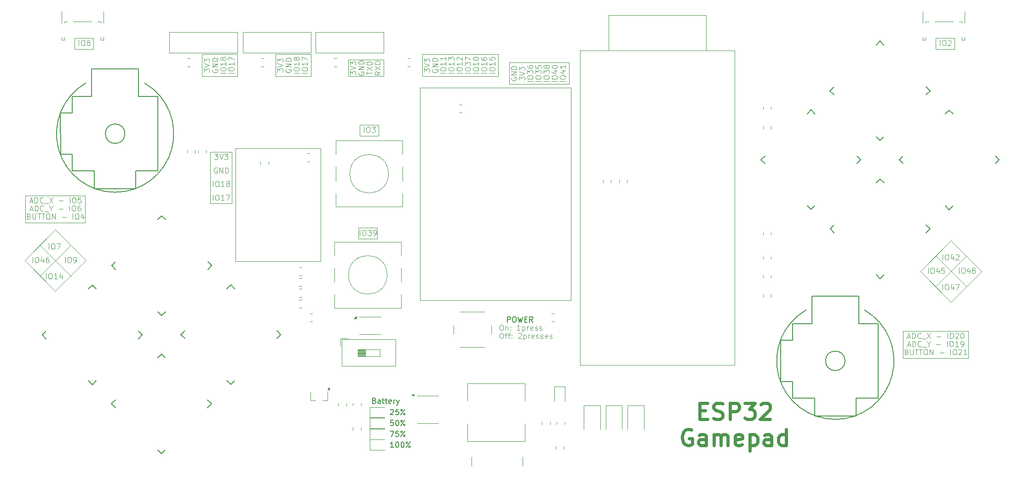
<source format=gbr>
%TF.GenerationSoftware,KiCad,Pcbnew,8.0.6*%
%TF.CreationDate,2025-01-24T00:07:20+07:00*%
%TF.ProjectId,esp_gamepad_v2,6573705f-6761-46d6-9570-61645f76322e,rev?*%
%TF.SameCoordinates,Original*%
%TF.FileFunction,Legend,Top*%
%TF.FilePolarity,Positive*%
%FSLAX46Y46*%
G04 Gerber Fmt 4.6, Leading zero omitted, Abs format (unit mm)*
G04 Created by KiCad (PCBNEW 8.0.6) date 2025-01-24 00:07:20*
%MOMM*%
%LPD*%
G01*
G04 APERTURE LIST*
%ADD10C,0.125000*%
%ADD11C,0.100000*%
%ADD12C,0.150000*%
%ADD13C,0.600000*%
%ADD14C,0.200000*%
%ADD15C,0.120000*%
%ADD16C,0.140000*%
G04 APERTURE END LIST*
D10*
X151371119Y-54976189D02*
X150371119Y-54976189D01*
X150371119Y-54309523D02*
X150371119Y-54119047D01*
X150371119Y-54119047D02*
X150418738Y-54023809D01*
X150418738Y-54023809D02*
X150513976Y-53928571D01*
X150513976Y-53928571D02*
X150704452Y-53880952D01*
X150704452Y-53880952D02*
X151037785Y-53880952D01*
X151037785Y-53880952D02*
X151228261Y-53928571D01*
X151228261Y-53928571D02*
X151323500Y-54023809D01*
X151323500Y-54023809D02*
X151371119Y-54119047D01*
X151371119Y-54119047D02*
X151371119Y-54309523D01*
X151371119Y-54309523D02*
X151323500Y-54404761D01*
X151323500Y-54404761D02*
X151228261Y-54499999D01*
X151228261Y-54499999D02*
X151037785Y-54547618D01*
X151037785Y-54547618D02*
X150704452Y-54547618D01*
X150704452Y-54547618D02*
X150513976Y-54499999D01*
X150513976Y-54499999D02*
X150418738Y-54404761D01*
X150418738Y-54404761D02*
X150371119Y-54309523D01*
X151371119Y-52928571D02*
X151371119Y-53499999D01*
X151371119Y-53214285D02*
X150371119Y-53214285D01*
X150371119Y-53214285D02*
X150513976Y-53309523D01*
X150513976Y-53309523D02*
X150609214Y-53404761D01*
X150609214Y-53404761D02*
X150656833Y-53499999D01*
X150371119Y-52023809D02*
X150371119Y-52499999D01*
X150371119Y-52499999D02*
X150847309Y-52547618D01*
X150847309Y-52547618D02*
X150799690Y-52499999D01*
X150799690Y-52499999D02*
X150752071Y-52404761D01*
X150752071Y-52404761D02*
X150752071Y-52166666D01*
X150752071Y-52166666D02*
X150799690Y-52071428D01*
X150799690Y-52071428D02*
X150847309Y-52023809D01*
X150847309Y-52023809D02*
X150942547Y-51976190D01*
X150942547Y-51976190D02*
X151180642Y-51976190D01*
X151180642Y-51976190D02*
X151275880Y-52023809D01*
X151275880Y-52023809D02*
X151323500Y-52071428D01*
X151323500Y-52071428D02*
X151371119Y-52166666D01*
X151371119Y-52166666D02*
X151371119Y-52404761D01*
X151371119Y-52404761D02*
X151323500Y-52499999D01*
X151323500Y-52499999D02*
X151275880Y-52547618D01*
D11*
X111000000Y-51500000D02*
X117500000Y-51500000D01*
X117500000Y-55500000D01*
X111000000Y-55500000D01*
X111000000Y-51500000D01*
X138000000Y-51500000D02*
X152000000Y-51500000D01*
X152000000Y-55500000D01*
X138000000Y-55500000D01*
X138000000Y-51500000D01*
X238171573Y-94328427D02*
X232514719Y-88671573D01*
X126500000Y-64500000D02*
X130000000Y-64500000D01*
X130000000Y-66500000D01*
X126500000Y-66500000D01*
X126500000Y-64500000D01*
X232514719Y-94328427D02*
X238171573Y-88671573D01*
X126250000Y-83500000D02*
X129750000Y-83500000D01*
X129750000Y-85500000D01*
X126250000Y-85500000D01*
X126250000Y-83500000D01*
X241000000Y-91500000D02*
X235343146Y-97156854D01*
X229686292Y-91500000D01*
X235343146Y-85843146D01*
X241000000Y-91500000D01*
X76156854Y-89500000D02*
X70500000Y-95156854D01*
X64843146Y-89500000D01*
X70500000Y-83843146D01*
X76156854Y-89500000D01*
X154000000Y-53000000D02*
X165000000Y-53000000D01*
X165000000Y-57000000D01*
X154000000Y-57000000D01*
X154000000Y-53000000D01*
X97500000Y-51500000D02*
X104000000Y-51500000D01*
X104000000Y-55500000D01*
X97500000Y-55500000D01*
X97500000Y-51500000D01*
X103000000Y-79000000D02*
X99000000Y-79000000D01*
X99000000Y-69500000D01*
X103000000Y-69500000D01*
X103000000Y-79000000D01*
X73328427Y-92328427D02*
X67671573Y-86671573D01*
X74000000Y-48500000D02*
X77500000Y-48500000D01*
X77500000Y-50500000D01*
X74000000Y-50500000D01*
X74000000Y-48500000D01*
X232500000Y-48500000D02*
X236000000Y-48500000D01*
X236000000Y-50500000D01*
X232500000Y-50500000D01*
X232500000Y-48500000D01*
X65000000Y-77500000D02*
X76000000Y-77500000D01*
X76000000Y-82500000D01*
X65000000Y-82500000D01*
X65000000Y-77500000D01*
X67671573Y-92328427D02*
X73328427Y-86671573D01*
X226500000Y-102500000D02*
X238500000Y-102500000D01*
X238500000Y-107500000D01*
X226500000Y-107500000D01*
X226500000Y-102500000D01*
X124400000Y-52500000D02*
X130900000Y-52500000D01*
X130900000Y-55500000D01*
X124400000Y-55500000D01*
X124400000Y-52500000D01*
D10*
X116871119Y-54976189D02*
X115871119Y-54976189D01*
X115871119Y-54309523D02*
X115871119Y-54119047D01*
X115871119Y-54119047D02*
X115918738Y-54023809D01*
X115918738Y-54023809D02*
X116013976Y-53928571D01*
X116013976Y-53928571D02*
X116204452Y-53880952D01*
X116204452Y-53880952D02*
X116537785Y-53880952D01*
X116537785Y-53880952D02*
X116728261Y-53928571D01*
X116728261Y-53928571D02*
X116823500Y-54023809D01*
X116823500Y-54023809D02*
X116871119Y-54119047D01*
X116871119Y-54119047D02*
X116871119Y-54309523D01*
X116871119Y-54309523D02*
X116823500Y-54404761D01*
X116823500Y-54404761D02*
X116728261Y-54499999D01*
X116728261Y-54499999D02*
X116537785Y-54547618D01*
X116537785Y-54547618D02*
X116204452Y-54547618D01*
X116204452Y-54547618D02*
X116013976Y-54499999D01*
X116013976Y-54499999D02*
X115918738Y-54404761D01*
X115918738Y-54404761D02*
X115871119Y-54309523D01*
X116871119Y-52928571D02*
X116871119Y-53499999D01*
X116871119Y-53214285D02*
X115871119Y-53214285D01*
X115871119Y-53214285D02*
X116013976Y-53309523D01*
X116013976Y-53309523D02*
X116109214Y-53404761D01*
X116109214Y-53404761D02*
X116156833Y-53499999D01*
X115871119Y-52595237D02*
X115871119Y-51928571D01*
X115871119Y-51928571D02*
X116871119Y-52357142D01*
D12*
X132166667Y-117050057D02*
X132214286Y-117002438D01*
X132214286Y-117002438D02*
X132309524Y-116954819D01*
X132309524Y-116954819D02*
X132547619Y-116954819D01*
X132547619Y-116954819D02*
X132642857Y-117002438D01*
X132642857Y-117002438D02*
X132690476Y-117050057D01*
X132690476Y-117050057D02*
X132738095Y-117145295D01*
X132738095Y-117145295D02*
X132738095Y-117240533D01*
X132738095Y-117240533D02*
X132690476Y-117383390D01*
X132690476Y-117383390D02*
X132119048Y-117954819D01*
X132119048Y-117954819D02*
X132738095Y-117954819D01*
X133642857Y-116954819D02*
X133166667Y-116954819D01*
X133166667Y-116954819D02*
X133119048Y-117431009D01*
X133119048Y-117431009D02*
X133166667Y-117383390D01*
X133166667Y-117383390D02*
X133261905Y-117335771D01*
X133261905Y-117335771D02*
X133500000Y-117335771D01*
X133500000Y-117335771D02*
X133595238Y-117383390D01*
X133595238Y-117383390D02*
X133642857Y-117431009D01*
X133642857Y-117431009D02*
X133690476Y-117526247D01*
X133690476Y-117526247D02*
X133690476Y-117764342D01*
X133690476Y-117764342D02*
X133642857Y-117859580D01*
X133642857Y-117859580D02*
X133595238Y-117907200D01*
X133595238Y-117907200D02*
X133500000Y-117954819D01*
X133500000Y-117954819D02*
X133261905Y-117954819D01*
X133261905Y-117954819D02*
X133166667Y-117907200D01*
X133166667Y-117907200D02*
X133119048Y-117859580D01*
X134071429Y-117954819D02*
X134833333Y-116954819D01*
X134214286Y-116954819D02*
X134309524Y-117002438D01*
X134309524Y-117002438D02*
X134357143Y-117097676D01*
X134357143Y-117097676D02*
X134309524Y-117192914D01*
X134309524Y-117192914D02*
X134214286Y-117240533D01*
X134214286Y-117240533D02*
X134119048Y-117192914D01*
X134119048Y-117192914D02*
X134071429Y-117097676D01*
X134071429Y-117097676D02*
X134119048Y-117002438D01*
X134119048Y-117002438D02*
X134214286Y-116954819D01*
X134785714Y-117907200D02*
X134833333Y-117811961D01*
X134833333Y-117811961D02*
X134785714Y-117716723D01*
X134785714Y-117716723D02*
X134690476Y-117669104D01*
X134690476Y-117669104D02*
X134595238Y-117716723D01*
X134595238Y-117716723D02*
X134547619Y-117811961D01*
X134547619Y-117811961D02*
X134595238Y-117907200D01*
X134595238Y-117907200D02*
X134690476Y-117954819D01*
X134690476Y-117954819D02*
X134785714Y-117907200D01*
D11*
X66303884Y-89872419D02*
X66303884Y-88872419D01*
X66970550Y-88872419D02*
X67161026Y-88872419D01*
X67161026Y-88872419D02*
X67256264Y-88920038D01*
X67256264Y-88920038D02*
X67351502Y-89015276D01*
X67351502Y-89015276D02*
X67399121Y-89205752D01*
X67399121Y-89205752D02*
X67399121Y-89539085D01*
X67399121Y-89539085D02*
X67351502Y-89729561D01*
X67351502Y-89729561D02*
X67256264Y-89824800D01*
X67256264Y-89824800D02*
X67161026Y-89872419D01*
X67161026Y-89872419D02*
X66970550Y-89872419D01*
X66970550Y-89872419D02*
X66875312Y-89824800D01*
X66875312Y-89824800D02*
X66780074Y-89729561D01*
X66780074Y-89729561D02*
X66732455Y-89539085D01*
X66732455Y-89539085D02*
X66732455Y-89205752D01*
X66732455Y-89205752D02*
X66780074Y-89015276D01*
X66780074Y-89015276D02*
X66875312Y-88920038D01*
X66875312Y-88920038D02*
X66970550Y-88872419D01*
X68256264Y-89205752D02*
X68256264Y-89872419D01*
X68018169Y-88824800D02*
X67780074Y-89539085D01*
X67780074Y-89539085D02*
X68399121Y-89539085D01*
X69208645Y-88872419D02*
X69018169Y-88872419D01*
X69018169Y-88872419D02*
X68922931Y-88920038D01*
X68922931Y-88920038D02*
X68875312Y-88967657D01*
X68875312Y-88967657D02*
X68780074Y-89110514D01*
X68780074Y-89110514D02*
X68732455Y-89300990D01*
X68732455Y-89300990D02*
X68732455Y-89681942D01*
X68732455Y-89681942D02*
X68780074Y-89777180D01*
X68780074Y-89777180D02*
X68827693Y-89824800D01*
X68827693Y-89824800D02*
X68922931Y-89872419D01*
X68922931Y-89872419D02*
X69113407Y-89872419D01*
X69113407Y-89872419D02*
X69208645Y-89824800D01*
X69208645Y-89824800D02*
X69256264Y-89777180D01*
X69256264Y-89777180D02*
X69303883Y-89681942D01*
X69303883Y-89681942D02*
X69303883Y-89443847D01*
X69303883Y-89443847D02*
X69256264Y-89348609D01*
X69256264Y-89348609D02*
X69208645Y-89300990D01*
X69208645Y-89300990D02*
X69113407Y-89253371D01*
X69113407Y-89253371D02*
X68922931Y-89253371D01*
X68922931Y-89253371D02*
X68827693Y-89300990D01*
X68827693Y-89300990D02*
X68780074Y-89348609D01*
X68780074Y-89348609D02*
X68732455Y-89443847D01*
D10*
X111371119Y-54738094D02*
X111371119Y-54119047D01*
X111371119Y-54119047D02*
X111752071Y-54452380D01*
X111752071Y-54452380D02*
X111752071Y-54309523D01*
X111752071Y-54309523D02*
X111799690Y-54214285D01*
X111799690Y-54214285D02*
X111847309Y-54166666D01*
X111847309Y-54166666D02*
X111942547Y-54119047D01*
X111942547Y-54119047D02*
X112180642Y-54119047D01*
X112180642Y-54119047D02*
X112275880Y-54166666D01*
X112275880Y-54166666D02*
X112323500Y-54214285D01*
X112323500Y-54214285D02*
X112371119Y-54309523D01*
X112371119Y-54309523D02*
X112371119Y-54595237D01*
X112371119Y-54595237D02*
X112323500Y-54690475D01*
X112323500Y-54690475D02*
X112275880Y-54738094D01*
X111371119Y-53833332D02*
X112371119Y-53499999D01*
X112371119Y-53499999D02*
X111371119Y-53166666D01*
X111371119Y-52928570D02*
X111371119Y-52309523D01*
X111371119Y-52309523D02*
X111752071Y-52642856D01*
X111752071Y-52642856D02*
X111752071Y-52499999D01*
X111752071Y-52499999D02*
X111799690Y-52404761D01*
X111799690Y-52404761D02*
X111847309Y-52357142D01*
X111847309Y-52357142D02*
X111942547Y-52309523D01*
X111942547Y-52309523D02*
X112180642Y-52309523D01*
X112180642Y-52309523D02*
X112275880Y-52357142D01*
X112275880Y-52357142D02*
X112323500Y-52404761D01*
X112323500Y-52404761D02*
X112371119Y-52499999D01*
X112371119Y-52499999D02*
X112371119Y-52785713D01*
X112371119Y-52785713D02*
X112323500Y-52880951D01*
X112323500Y-52880951D02*
X112275880Y-52928570D01*
D11*
X68803884Y-92872419D02*
X68803884Y-91872419D01*
X69470550Y-91872419D02*
X69661026Y-91872419D01*
X69661026Y-91872419D02*
X69756264Y-91920038D01*
X69756264Y-91920038D02*
X69851502Y-92015276D01*
X69851502Y-92015276D02*
X69899121Y-92205752D01*
X69899121Y-92205752D02*
X69899121Y-92539085D01*
X69899121Y-92539085D02*
X69851502Y-92729561D01*
X69851502Y-92729561D02*
X69756264Y-92824800D01*
X69756264Y-92824800D02*
X69661026Y-92872419D01*
X69661026Y-92872419D02*
X69470550Y-92872419D01*
X69470550Y-92872419D02*
X69375312Y-92824800D01*
X69375312Y-92824800D02*
X69280074Y-92729561D01*
X69280074Y-92729561D02*
X69232455Y-92539085D01*
X69232455Y-92539085D02*
X69232455Y-92205752D01*
X69232455Y-92205752D02*
X69280074Y-92015276D01*
X69280074Y-92015276D02*
X69375312Y-91920038D01*
X69375312Y-91920038D02*
X69470550Y-91872419D01*
X70851502Y-92872419D02*
X70280074Y-92872419D01*
X70565788Y-92872419D02*
X70565788Y-91872419D01*
X70565788Y-91872419D02*
X70470550Y-92015276D01*
X70470550Y-92015276D02*
X70375312Y-92110514D01*
X70375312Y-92110514D02*
X70280074Y-92158133D01*
X71708645Y-92205752D02*
X71708645Y-92872419D01*
X71470550Y-91824800D02*
X71232455Y-92539085D01*
X71232455Y-92539085D02*
X71851502Y-92539085D01*
D10*
X155871119Y-56238094D02*
X155871119Y-55619047D01*
X155871119Y-55619047D02*
X156252071Y-55952380D01*
X156252071Y-55952380D02*
X156252071Y-55809523D01*
X156252071Y-55809523D02*
X156299690Y-55714285D01*
X156299690Y-55714285D02*
X156347309Y-55666666D01*
X156347309Y-55666666D02*
X156442547Y-55619047D01*
X156442547Y-55619047D02*
X156680642Y-55619047D01*
X156680642Y-55619047D02*
X156775880Y-55666666D01*
X156775880Y-55666666D02*
X156823500Y-55714285D01*
X156823500Y-55714285D02*
X156871119Y-55809523D01*
X156871119Y-55809523D02*
X156871119Y-56095237D01*
X156871119Y-56095237D02*
X156823500Y-56190475D01*
X156823500Y-56190475D02*
X156775880Y-56238094D01*
X155871119Y-55333332D02*
X156871119Y-54999999D01*
X156871119Y-54999999D02*
X155871119Y-54666666D01*
X155871119Y-54428570D02*
X155871119Y-53809523D01*
X155871119Y-53809523D02*
X156252071Y-54142856D01*
X156252071Y-54142856D02*
X156252071Y-53999999D01*
X156252071Y-53999999D02*
X156299690Y-53904761D01*
X156299690Y-53904761D02*
X156347309Y-53857142D01*
X156347309Y-53857142D02*
X156442547Y-53809523D01*
X156442547Y-53809523D02*
X156680642Y-53809523D01*
X156680642Y-53809523D02*
X156775880Y-53857142D01*
X156775880Y-53857142D02*
X156823500Y-53904761D01*
X156823500Y-53904761D02*
X156871119Y-53999999D01*
X156871119Y-53999999D02*
X156871119Y-54285713D01*
X156871119Y-54285713D02*
X156823500Y-54380951D01*
X156823500Y-54380951D02*
X156775880Y-54428570D01*
X124771119Y-55238094D02*
X124771119Y-54619047D01*
X124771119Y-54619047D02*
X125152071Y-54952380D01*
X125152071Y-54952380D02*
X125152071Y-54809523D01*
X125152071Y-54809523D02*
X125199690Y-54714285D01*
X125199690Y-54714285D02*
X125247309Y-54666666D01*
X125247309Y-54666666D02*
X125342547Y-54619047D01*
X125342547Y-54619047D02*
X125580642Y-54619047D01*
X125580642Y-54619047D02*
X125675880Y-54666666D01*
X125675880Y-54666666D02*
X125723500Y-54714285D01*
X125723500Y-54714285D02*
X125771119Y-54809523D01*
X125771119Y-54809523D02*
X125771119Y-55095237D01*
X125771119Y-55095237D02*
X125723500Y-55190475D01*
X125723500Y-55190475D02*
X125675880Y-55238094D01*
X124771119Y-54333332D02*
X125771119Y-53999999D01*
X125771119Y-53999999D02*
X124771119Y-53666666D01*
X124771119Y-53428570D02*
X124771119Y-52809523D01*
X124771119Y-52809523D02*
X125152071Y-53142856D01*
X125152071Y-53142856D02*
X125152071Y-52999999D01*
X125152071Y-52999999D02*
X125199690Y-52904761D01*
X125199690Y-52904761D02*
X125247309Y-52857142D01*
X125247309Y-52857142D02*
X125342547Y-52809523D01*
X125342547Y-52809523D02*
X125580642Y-52809523D01*
X125580642Y-52809523D02*
X125675880Y-52857142D01*
X125675880Y-52857142D02*
X125723500Y-52904761D01*
X125723500Y-52904761D02*
X125771119Y-52999999D01*
X125771119Y-52999999D02*
X125771119Y-53285713D01*
X125771119Y-53285713D02*
X125723500Y-53380951D01*
X125723500Y-53380951D02*
X125675880Y-53428570D01*
X164371119Y-56476189D02*
X163371119Y-56476189D01*
X163371119Y-55809523D02*
X163371119Y-55619047D01*
X163371119Y-55619047D02*
X163418738Y-55523809D01*
X163418738Y-55523809D02*
X163513976Y-55428571D01*
X163513976Y-55428571D02*
X163704452Y-55380952D01*
X163704452Y-55380952D02*
X164037785Y-55380952D01*
X164037785Y-55380952D02*
X164228261Y-55428571D01*
X164228261Y-55428571D02*
X164323500Y-55523809D01*
X164323500Y-55523809D02*
X164371119Y-55619047D01*
X164371119Y-55619047D02*
X164371119Y-55809523D01*
X164371119Y-55809523D02*
X164323500Y-55904761D01*
X164323500Y-55904761D02*
X164228261Y-55999999D01*
X164228261Y-55999999D02*
X164037785Y-56047618D01*
X164037785Y-56047618D02*
X163704452Y-56047618D01*
X163704452Y-56047618D02*
X163513976Y-55999999D01*
X163513976Y-55999999D02*
X163418738Y-55904761D01*
X163418738Y-55904761D02*
X163371119Y-55809523D01*
X163704452Y-54523809D02*
X164371119Y-54523809D01*
X163323500Y-54761904D02*
X164037785Y-54999999D01*
X164037785Y-54999999D02*
X164037785Y-54380952D01*
X164371119Y-53476190D02*
X164371119Y-54047618D01*
X164371119Y-53761904D02*
X163371119Y-53761904D01*
X163371119Y-53761904D02*
X163513976Y-53857142D01*
X163513976Y-53857142D02*
X163609214Y-53952380D01*
X163609214Y-53952380D02*
X163656833Y-54047618D01*
X161371119Y-56476189D02*
X160371119Y-56476189D01*
X160371119Y-55809523D02*
X160371119Y-55619047D01*
X160371119Y-55619047D02*
X160418738Y-55523809D01*
X160418738Y-55523809D02*
X160513976Y-55428571D01*
X160513976Y-55428571D02*
X160704452Y-55380952D01*
X160704452Y-55380952D02*
X161037785Y-55380952D01*
X161037785Y-55380952D02*
X161228261Y-55428571D01*
X161228261Y-55428571D02*
X161323500Y-55523809D01*
X161323500Y-55523809D02*
X161371119Y-55619047D01*
X161371119Y-55619047D02*
X161371119Y-55809523D01*
X161371119Y-55809523D02*
X161323500Y-55904761D01*
X161323500Y-55904761D02*
X161228261Y-55999999D01*
X161228261Y-55999999D02*
X161037785Y-56047618D01*
X161037785Y-56047618D02*
X160704452Y-56047618D01*
X160704452Y-56047618D02*
X160513976Y-55999999D01*
X160513976Y-55999999D02*
X160418738Y-55904761D01*
X160418738Y-55904761D02*
X160371119Y-55809523D01*
X160371119Y-55047618D02*
X160371119Y-54428571D01*
X160371119Y-54428571D02*
X160752071Y-54761904D01*
X160752071Y-54761904D02*
X160752071Y-54619047D01*
X160752071Y-54619047D02*
X160799690Y-54523809D01*
X160799690Y-54523809D02*
X160847309Y-54476190D01*
X160847309Y-54476190D02*
X160942547Y-54428571D01*
X160942547Y-54428571D02*
X161180642Y-54428571D01*
X161180642Y-54428571D02*
X161275880Y-54476190D01*
X161275880Y-54476190D02*
X161323500Y-54523809D01*
X161323500Y-54523809D02*
X161371119Y-54619047D01*
X161371119Y-54619047D02*
X161371119Y-54904761D01*
X161371119Y-54904761D02*
X161323500Y-54999999D01*
X161323500Y-54999999D02*
X161275880Y-55047618D01*
X160799690Y-53857142D02*
X160752071Y-53952380D01*
X160752071Y-53952380D02*
X160704452Y-53999999D01*
X160704452Y-53999999D02*
X160609214Y-54047618D01*
X160609214Y-54047618D02*
X160561595Y-54047618D01*
X160561595Y-54047618D02*
X160466357Y-53999999D01*
X160466357Y-53999999D02*
X160418738Y-53952380D01*
X160418738Y-53952380D02*
X160371119Y-53857142D01*
X160371119Y-53857142D02*
X160371119Y-53666666D01*
X160371119Y-53666666D02*
X160418738Y-53571428D01*
X160418738Y-53571428D02*
X160466357Y-53523809D01*
X160466357Y-53523809D02*
X160561595Y-53476190D01*
X160561595Y-53476190D02*
X160609214Y-53476190D01*
X160609214Y-53476190D02*
X160704452Y-53523809D01*
X160704452Y-53523809D02*
X160752071Y-53571428D01*
X160752071Y-53571428D02*
X160799690Y-53666666D01*
X160799690Y-53666666D02*
X160799690Y-53857142D01*
X160799690Y-53857142D02*
X160847309Y-53952380D01*
X160847309Y-53952380D02*
X160894928Y-53999999D01*
X160894928Y-53999999D02*
X160990166Y-54047618D01*
X160990166Y-54047618D02*
X161180642Y-54047618D01*
X161180642Y-54047618D02*
X161275880Y-53999999D01*
X161275880Y-53999999D02*
X161323500Y-53952380D01*
X161323500Y-53952380D02*
X161371119Y-53857142D01*
X161371119Y-53857142D02*
X161371119Y-53666666D01*
X161371119Y-53666666D02*
X161323500Y-53571428D01*
X161323500Y-53571428D02*
X161275880Y-53523809D01*
X161275880Y-53523809D02*
X161180642Y-53476190D01*
X161180642Y-53476190D02*
X160990166Y-53476190D01*
X160990166Y-53476190D02*
X160894928Y-53523809D01*
X160894928Y-53523809D02*
X160847309Y-53571428D01*
X160847309Y-53571428D02*
X160799690Y-53666666D01*
X115371119Y-54976189D02*
X114371119Y-54976189D01*
X114371119Y-54309523D02*
X114371119Y-54119047D01*
X114371119Y-54119047D02*
X114418738Y-54023809D01*
X114418738Y-54023809D02*
X114513976Y-53928571D01*
X114513976Y-53928571D02*
X114704452Y-53880952D01*
X114704452Y-53880952D02*
X115037785Y-53880952D01*
X115037785Y-53880952D02*
X115228261Y-53928571D01*
X115228261Y-53928571D02*
X115323500Y-54023809D01*
X115323500Y-54023809D02*
X115371119Y-54119047D01*
X115371119Y-54119047D02*
X115371119Y-54309523D01*
X115371119Y-54309523D02*
X115323500Y-54404761D01*
X115323500Y-54404761D02*
X115228261Y-54499999D01*
X115228261Y-54499999D02*
X115037785Y-54547618D01*
X115037785Y-54547618D02*
X114704452Y-54547618D01*
X114704452Y-54547618D02*
X114513976Y-54499999D01*
X114513976Y-54499999D02*
X114418738Y-54404761D01*
X114418738Y-54404761D02*
X114371119Y-54309523D01*
X115371119Y-52928571D02*
X115371119Y-53499999D01*
X115371119Y-53214285D02*
X114371119Y-53214285D01*
X114371119Y-53214285D02*
X114513976Y-53309523D01*
X114513976Y-53309523D02*
X114609214Y-53404761D01*
X114609214Y-53404761D02*
X114656833Y-53499999D01*
X114799690Y-52357142D02*
X114752071Y-52452380D01*
X114752071Y-52452380D02*
X114704452Y-52499999D01*
X114704452Y-52499999D02*
X114609214Y-52547618D01*
X114609214Y-52547618D02*
X114561595Y-52547618D01*
X114561595Y-52547618D02*
X114466357Y-52499999D01*
X114466357Y-52499999D02*
X114418738Y-52452380D01*
X114418738Y-52452380D02*
X114371119Y-52357142D01*
X114371119Y-52357142D02*
X114371119Y-52166666D01*
X114371119Y-52166666D02*
X114418738Y-52071428D01*
X114418738Y-52071428D02*
X114466357Y-52023809D01*
X114466357Y-52023809D02*
X114561595Y-51976190D01*
X114561595Y-51976190D02*
X114609214Y-51976190D01*
X114609214Y-51976190D02*
X114704452Y-52023809D01*
X114704452Y-52023809D02*
X114752071Y-52071428D01*
X114752071Y-52071428D02*
X114799690Y-52166666D01*
X114799690Y-52166666D02*
X114799690Y-52357142D01*
X114799690Y-52357142D02*
X114847309Y-52452380D01*
X114847309Y-52452380D02*
X114894928Y-52499999D01*
X114894928Y-52499999D02*
X114990166Y-52547618D01*
X114990166Y-52547618D02*
X115180642Y-52547618D01*
X115180642Y-52547618D02*
X115275880Y-52499999D01*
X115275880Y-52499999D02*
X115323500Y-52452380D01*
X115323500Y-52452380D02*
X115371119Y-52357142D01*
X115371119Y-52357142D02*
X115371119Y-52166666D01*
X115371119Y-52166666D02*
X115323500Y-52071428D01*
X115323500Y-52071428D02*
X115275880Y-52023809D01*
X115275880Y-52023809D02*
X115180642Y-51976190D01*
X115180642Y-51976190D02*
X114990166Y-51976190D01*
X114990166Y-51976190D02*
X114894928Y-52023809D01*
X114894928Y-52023809D02*
X114847309Y-52071428D01*
X114847309Y-52071428D02*
X114799690Y-52166666D01*
D12*
X132761904Y-123954819D02*
X132190476Y-123954819D01*
X132476190Y-123954819D02*
X132476190Y-122954819D01*
X132476190Y-122954819D02*
X132380952Y-123097676D01*
X132380952Y-123097676D02*
X132285714Y-123192914D01*
X132285714Y-123192914D02*
X132190476Y-123240533D01*
X133380952Y-122954819D02*
X133476190Y-122954819D01*
X133476190Y-122954819D02*
X133571428Y-123002438D01*
X133571428Y-123002438D02*
X133619047Y-123050057D01*
X133619047Y-123050057D02*
X133666666Y-123145295D01*
X133666666Y-123145295D02*
X133714285Y-123335771D01*
X133714285Y-123335771D02*
X133714285Y-123573866D01*
X133714285Y-123573866D02*
X133666666Y-123764342D01*
X133666666Y-123764342D02*
X133619047Y-123859580D01*
X133619047Y-123859580D02*
X133571428Y-123907200D01*
X133571428Y-123907200D02*
X133476190Y-123954819D01*
X133476190Y-123954819D02*
X133380952Y-123954819D01*
X133380952Y-123954819D02*
X133285714Y-123907200D01*
X133285714Y-123907200D02*
X133238095Y-123859580D01*
X133238095Y-123859580D02*
X133190476Y-123764342D01*
X133190476Y-123764342D02*
X133142857Y-123573866D01*
X133142857Y-123573866D02*
X133142857Y-123335771D01*
X133142857Y-123335771D02*
X133190476Y-123145295D01*
X133190476Y-123145295D02*
X133238095Y-123050057D01*
X133238095Y-123050057D02*
X133285714Y-123002438D01*
X133285714Y-123002438D02*
X133380952Y-122954819D01*
X134333333Y-122954819D02*
X134428571Y-122954819D01*
X134428571Y-122954819D02*
X134523809Y-123002438D01*
X134523809Y-123002438D02*
X134571428Y-123050057D01*
X134571428Y-123050057D02*
X134619047Y-123145295D01*
X134619047Y-123145295D02*
X134666666Y-123335771D01*
X134666666Y-123335771D02*
X134666666Y-123573866D01*
X134666666Y-123573866D02*
X134619047Y-123764342D01*
X134619047Y-123764342D02*
X134571428Y-123859580D01*
X134571428Y-123859580D02*
X134523809Y-123907200D01*
X134523809Y-123907200D02*
X134428571Y-123954819D01*
X134428571Y-123954819D02*
X134333333Y-123954819D01*
X134333333Y-123954819D02*
X134238095Y-123907200D01*
X134238095Y-123907200D02*
X134190476Y-123859580D01*
X134190476Y-123859580D02*
X134142857Y-123764342D01*
X134142857Y-123764342D02*
X134095238Y-123573866D01*
X134095238Y-123573866D02*
X134095238Y-123335771D01*
X134095238Y-123335771D02*
X134142857Y-123145295D01*
X134142857Y-123145295D02*
X134190476Y-123050057D01*
X134190476Y-123050057D02*
X134238095Y-123002438D01*
X134238095Y-123002438D02*
X134333333Y-122954819D01*
X135047619Y-123954819D02*
X135809523Y-122954819D01*
X135190476Y-122954819D02*
X135285714Y-123002438D01*
X135285714Y-123002438D02*
X135333333Y-123097676D01*
X135333333Y-123097676D02*
X135285714Y-123192914D01*
X135285714Y-123192914D02*
X135190476Y-123240533D01*
X135190476Y-123240533D02*
X135095238Y-123192914D01*
X135095238Y-123192914D02*
X135047619Y-123097676D01*
X135047619Y-123097676D02*
X135095238Y-123002438D01*
X135095238Y-123002438D02*
X135190476Y-122954819D01*
X135761904Y-123907200D02*
X135809523Y-123811961D01*
X135809523Y-123811961D02*
X135761904Y-123716723D01*
X135761904Y-123716723D02*
X135666666Y-123669104D01*
X135666666Y-123669104D02*
X135571428Y-123716723D01*
X135571428Y-123716723D02*
X135523809Y-123811961D01*
X135523809Y-123811961D02*
X135571428Y-123907200D01*
X135571428Y-123907200D02*
X135666666Y-123954819D01*
X135666666Y-123954819D02*
X135761904Y-123907200D01*
D10*
X127771119Y-55261904D02*
X127771119Y-54690476D01*
X128771119Y-54976190D02*
X127771119Y-54976190D01*
X127771119Y-54452380D02*
X128771119Y-53785714D01*
X127771119Y-53785714D02*
X128771119Y-54452380D01*
X128771119Y-53404761D02*
X127771119Y-53404761D01*
X127771119Y-53404761D02*
X127771119Y-53166666D01*
X127771119Y-53166666D02*
X127818738Y-53023809D01*
X127818738Y-53023809D02*
X127913976Y-52928571D01*
X127913976Y-52928571D02*
X128009214Y-52880952D01*
X128009214Y-52880952D02*
X128199690Y-52833333D01*
X128199690Y-52833333D02*
X128342547Y-52833333D01*
X128342547Y-52833333D02*
X128533023Y-52880952D01*
X128533023Y-52880952D02*
X128628261Y-52928571D01*
X128628261Y-52928571D02*
X128723500Y-53023809D01*
X128723500Y-53023809D02*
X128771119Y-53166666D01*
X128771119Y-53166666D02*
X128771119Y-53404761D01*
D11*
X127303884Y-65872419D02*
X127303884Y-64872419D01*
X127970550Y-64872419D02*
X128161026Y-64872419D01*
X128161026Y-64872419D02*
X128256264Y-64920038D01*
X128256264Y-64920038D02*
X128351502Y-65015276D01*
X128351502Y-65015276D02*
X128399121Y-65205752D01*
X128399121Y-65205752D02*
X128399121Y-65539085D01*
X128399121Y-65539085D02*
X128351502Y-65729561D01*
X128351502Y-65729561D02*
X128256264Y-65824800D01*
X128256264Y-65824800D02*
X128161026Y-65872419D01*
X128161026Y-65872419D02*
X127970550Y-65872419D01*
X127970550Y-65872419D02*
X127875312Y-65824800D01*
X127875312Y-65824800D02*
X127780074Y-65729561D01*
X127780074Y-65729561D02*
X127732455Y-65539085D01*
X127732455Y-65539085D02*
X127732455Y-65205752D01*
X127732455Y-65205752D02*
X127780074Y-65015276D01*
X127780074Y-65015276D02*
X127875312Y-64920038D01*
X127875312Y-64920038D02*
X127970550Y-64872419D01*
X128732455Y-64872419D02*
X129351502Y-64872419D01*
X129351502Y-64872419D02*
X129018169Y-65253371D01*
X129018169Y-65253371D02*
X129161026Y-65253371D01*
X129161026Y-65253371D02*
X129256264Y-65300990D01*
X129256264Y-65300990D02*
X129303883Y-65348609D01*
X129303883Y-65348609D02*
X129351502Y-65443847D01*
X129351502Y-65443847D02*
X129351502Y-65681942D01*
X129351502Y-65681942D02*
X129303883Y-65777180D01*
X129303883Y-65777180D02*
X129256264Y-65824800D01*
X129256264Y-65824800D02*
X129161026Y-65872419D01*
X129161026Y-65872419D02*
X128875312Y-65872419D01*
X128875312Y-65872419D02*
X128780074Y-65824800D01*
X128780074Y-65824800D02*
X128732455Y-65777180D01*
X65785714Y-78586704D02*
X66261904Y-78586704D01*
X65690476Y-78872419D02*
X66023809Y-77872419D01*
X66023809Y-77872419D02*
X66357142Y-78872419D01*
X66690476Y-78872419D02*
X66690476Y-77872419D01*
X66690476Y-77872419D02*
X66928571Y-77872419D01*
X66928571Y-77872419D02*
X67071428Y-77920038D01*
X67071428Y-77920038D02*
X67166666Y-78015276D01*
X67166666Y-78015276D02*
X67214285Y-78110514D01*
X67214285Y-78110514D02*
X67261904Y-78300990D01*
X67261904Y-78300990D02*
X67261904Y-78443847D01*
X67261904Y-78443847D02*
X67214285Y-78634323D01*
X67214285Y-78634323D02*
X67166666Y-78729561D01*
X67166666Y-78729561D02*
X67071428Y-78824800D01*
X67071428Y-78824800D02*
X66928571Y-78872419D01*
X66928571Y-78872419D02*
X66690476Y-78872419D01*
X68261904Y-78777180D02*
X68214285Y-78824800D01*
X68214285Y-78824800D02*
X68071428Y-78872419D01*
X68071428Y-78872419D02*
X67976190Y-78872419D01*
X67976190Y-78872419D02*
X67833333Y-78824800D01*
X67833333Y-78824800D02*
X67738095Y-78729561D01*
X67738095Y-78729561D02*
X67690476Y-78634323D01*
X67690476Y-78634323D02*
X67642857Y-78443847D01*
X67642857Y-78443847D02*
X67642857Y-78300990D01*
X67642857Y-78300990D02*
X67690476Y-78110514D01*
X67690476Y-78110514D02*
X67738095Y-78015276D01*
X67738095Y-78015276D02*
X67833333Y-77920038D01*
X67833333Y-77920038D02*
X67976190Y-77872419D01*
X67976190Y-77872419D02*
X68071428Y-77872419D01*
X68071428Y-77872419D02*
X68214285Y-77920038D01*
X68214285Y-77920038D02*
X68261904Y-77967657D01*
X68452381Y-78967657D02*
X69214285Y-78967657D01*
X69357143Y-77872419D02*
X70023809Y-78872419D01*
X70023809Y-77872419D02*
X69357143Y-78872419D01*
X71166667Y-78491466D02*
X71928572Y-78491466D01*
X73166667Y-78872419D02*
X73166667Y-77872419D01*
X73833333Y-77872419D02*
X74023809Y-77872419D01*
X74023809Y-77872419D02*
X74119047Y-77920038D01*
X74119047Y-77920038D02*
X74214285Y-78015276D01*
X74214285Y-78015276D02*
X74261904Y-78205752D01*
X74261904Y-78205752D02*
X74261904Y-78539085D01*
X74261904Y-78539085D02*
X74214285Y-78729561D01*
X74214285Y-78729561D02*
X74119047Y-78824800D01*
X74119047Y-78824800D02*
X74023809Y-78872419D01*
X74023809Y-78872419D02*
X73833333Y-78872419D01*
X73833333Y-78872419D02*
X73738095Y-78824800D01*
X73738095Y-78824800D02*
X73642857Y-78729561D01*
X73642857Y-78729561D02*
X73595238Y-78539085D01*
X73595238Y-78539085D02*
X73595238Y-78205752D01*
X73595238Y-78205752D02*
X73642857Y-78015276D01*
X73642857Y-78015276D02*
X73738095Y-77920038D01*
X73738095Y-77920038D02*
X73833333Y-77872419D01*
X75166666Y-77872419D02*
X74690476Y-77872419D01*
X74690476Y-77872419D02*
X74642857Y-78348609D01*
X74642857Y-78348609D02*
X74690476Y-78300990D01*
X74690476Y-78300990D02*
X74785714Y-78253371D01*
X74785714Y-78253371D02*
X75023809Y-78253371D01*
X75023809Y-78253371D02*
X75119047Y-78300990D01*
X75119047Y-78300990D02*
X75166666Y-78348609D01*
X75166666Y-78348609D02*
X75214285Y-78443847D01*
X75214285Y-78443847D02*
X75214285Y-78681942D01*
X75214285Y-78681942D02*
X75166666Y-78777180D01*
X75166666Y-78777180D02*
X75119047Y-78824800D01*
X75119047Y-78824800D02*
X75023809Y-78872419D01*
X75023809Y-78872419D02*
X74785714Y-78872419D01*
X74785714Y-78872419D02*
X74690476Y-78824800D01*
X74690476Y-78824800D02*
X74642857Y-78777180D01*
D10*
X143871119Y-54976189D02*
X142871119Y-54976189D01*
X142871119Y-54309523D02*
X142871119Y-54119047D01*
X142871119Y-54119047D02*
X142918738Y-54023809D01*
X142918738Y-54023809D02*
X143013976Y-53928571D01*
X143013976Y-53928571D02*
X143204452Y-53880952D01*
X143204452Y-53880952D02*
X143537785Y-53880952D01*
X143537785Y-53880952D02*
X143728261Y-53928571D01*
X143728261Y-53928571D02*
X143823500Y-54023809D01*
X143823500Y-54023809D02*
X143871119Y-54119047D01*
X143871119Y-54119047D02*
X143871119Y-54309523D01*
X143871119Y-54309523D02*
X143823500Y-54404761D01*
X143823500Y-54404761D02*
X143728261Y-54499999D01*
X143728261Y-54499999D02*
X143537785Y-54547618D01*
X143537785Y-54547618D02*
X143204452Y-54547618D01*
X143204452Y-54547618D02*
X143013976Y-54499999D01*
X143013976Y-54499999D02*
X142918738Y-54404761D01*
X142918738Y-54404761D02*
X142871119Y-54309523D01*
X143871119Y-52928571D02*
X143871119Y-53499999D01*
X143871119Y-53214285D02*
X142871119Y-53214285D01*
X142871119Y-53214285D02*
X143013976Y-53309523D01*
X143013976Y-53309523D02*
X143109214Y-53404761D01*
X143109214Y-53404761D02*
X143156833Y-53499999D01*
X142871119Y-52595237D02*
X142871119Y-51976190D01*
X142871119Y-51976190D02*
X143252071Y-52309523D01*
X143252071Y-52309523D02*
X143252071Y-52166666D01*
X143252071Y-52166666D02*
X143299690Y-52071428D01*
X143299690Y-52071428D02*
X143347309Y-52023809D01*
X143347309Y-52023809D02*
X143442547Y-51976190D01*
X143442547Y-51976190D02*
X143680642Y-51976190D01*
X143680642Y-51976190D02*
X143775880Y-52023809D01*
X143775880Y-52023809D02*
X143823500Y-52071428D01*
X143823500Y-52071428D02*
X143871119Y-52166666D01*
X143871119Y-52166666D02*
X143871119Y-52452380D01*
X143871119Y-52452380D02*
X143823500Y-52547618D01*
X143823500Y-52547618D02*
X143775880Y-52595237D01*
D13*
X189071428Y-117200396D02*
X190071428Y-117200396D01*
X190500000Y-118771825D02*
X189071428Y-118771825D01*
X189071428Y-118771825D02*
X189071428Y-115771825D01*
X189071428Y-115771825D02*
X190500000Y-115771825D01*
X191642857Y-118628968D02*
X192071429Y-118771825D01*
X192071429Y-118771825D02*
X192785714Y-118771825D01*
X192785714Y-118771825D02*
X193071429Y-118628968D01*
X193071429Y-118628968D02*
X193214286Y-118486110D01*
X193214286Y-118486110D02*
X193357143Y-118200396D01*
X193357143Y-118200396D02*
X193357143Y-117914682D01*
X193357143Y-117914682D02*
X193214286Y-117628968D01*
X193214286Y-117628968D02*
X193071429Y-117486110D01*
X193071429Y-117486110D02*
X192785714Y-117343253D01*
X192785714Y-117343253D02*
X192214286Y-117200396D01*
X192214286Y-117200396D02*
X191928571Y-117057539D01*
X191928571Y-117057539D02*
X191785714Y-116914682D01*
X191785714Y-116914682D02*
X191642857Y-116628968D01*
X191642857Y-116628968D02*
X191642857Y-116343253D01*
X191642857Y-116343253D02*
X191785714Y-116057539D01*
X191785714Y-116057539D02*
X191928571Y-115914682D01*
X191928571Y-115914682D02*
X192214286Y-115771825D01*
X192214286Y-115771825D02*
X192928571Y-115771825D01*
X192928571Y-115771825D02*
X193357143Y-115914682D01*
X194642857Y-118771825D02*
X194642857Y-115771825D01*
X194642857Y-115771825D02*
X195785714Y-115771825D01*
X195785714Y-115771825D02*
X196071429Y-115914682D01*
X196071429Y-115914682D02*
X196214286Y-116057539D01*
X196214286Y-116057539D02*
X196357143Y-116343253D01*
X196357143Y-116343253D02*
X196357143Y-116771825D01*
X196357143Y-116771825D02*
X196214286Y-117057539D01*
X196214286Y-117057539D02*
X196071429Y-117200396D01*
X196071429Y-117200396D02*
X195785714Y-117343253D01*
X195785714Y-117343253D02*
X194642857Y-117343253D01*
X197357143Y-115771825D02*
X199214286Y-115771825D01*
X199214286Y-115771825D02*
X198214286Y-116914682D01*
X198214286Y-116914682D02*
X198642857Y-116914682D01*
X198642857Y-116914682D02*
X198928572Y-117057539D01*
X198928572Y-117057539D02*
X199071429Y-117200396D01*
X199071429Y-117200396D02*
X199214286Y-117486110D01*
X199214286Y-117486110D02*
X199214286Y-118200396D01*
X199214286Y-118200396D02*
X199071429Y-118486110D01*
X199071429Y-118486110D02*
X198928572Y-118628968D01*
X198928572Y-118628968D02*
X198642857Y-118771825D01*
X198642857Y-118771825D02*
X197785714Y-118771825D01*
X197785714Y-118771825D02*
X197500000Y-118628968D01*
X197500000Y-118628968D02*
X197357143Y-118486110D01*
X200357143Y-116057539D02*
X200500000Y-115914682D01*
X200500000Y-115914682D02*
X200785715Y-115771825D01*
X200785715Y-115771825D02*
X201500000Y-115771825D01*
X201500000Y-115771825D02*
X201785715Y-115914682D01*
X201785715Y-115914682D02*
X201928572Y-116057539D01*
X201928572Y-116057539D02*
X202071429Y-116343253D01*
X202071429Y-116343253D02*
X202071429Y-116628968D01*
X202071429Y-116628968D02*
X201928572Y-117057539D01*
X201928572Y-117057539D02*
X200214286Y-118771825D01*
X200214286Y-118771825D02*
X202071429Y-118771825D01*
X187571428Y-120744514D02*
X187285714Y-120601657D01*
X187285714Y-120601657D02*
X186857142Y-120601657D01*
X186857142Y-120601657D02*
X186428571Y-120744514D01*
X186428571Y-120744514D02*
X186142856Y-121030228D01*
X186142856Y-121030228D02*
X185999999Y-121315942D01*
X185999999Y-121315942D02*
X185857142Y-121887371D01*
X185857142Y-121887371D02*
X185857142Y-122315942D01*
X185857142Y-122315942D02*
X185999999Y-122887371D01*
X185999999Y-122887371D02*
X186142856Y-123173085D01*
X186142856Y-123173085D02*
X186428571Y-123458800D01*
X186428571Y-123458800D02*
X186857142Y-123601657D01*
X186857142Y-123601657D02*
X187142856Y-123601657D01*
X187142856Y-123601657D02*
X187571428Y-123458800D01*
X187571428Y-123458800D02*
X187714285Y-123315942D01*
X187714285Y-123315942D02*
X187714285Y-122315942D01*
X187714285Y-122315942D02*
X187142856Y-122315942D01*
X190285714Y-123601657D02*
X190285714Y-122030228D01*
X190285714Y-122030228D02*
X190142856Y-121744514D01*
X190142856Y-121744514D02*
X189857142Y-121601657D01*
X189857142Y-121601657D02*
X189285714Y-121601657D01*
X189285714Y-121601657D02*
X188999999Y-121744514D01*
X190285714Y-123458800D02*
X189999999Y-123601657D01*
X189999999Y-123601657D02*
X189285714Y-123601657D01*
X189285714Y-123601657D02*
X188999999Y-123458800D01*
X188999999Y-123458800D02*
X188857142Y-123173085D01*
X188857142Y-123173085D02*
X188857142Y-122887371D01*
X188857142Y-122887371D02*
X188999999Y-122601657D01*
X188999999Y-122601657D02*
X189285714Y-122458800D01*
X189285714Y-122458800D02*
X189999999Y-122458800D01*
X189999999Y-122458800D02*
X190285714Y-122315942D01*
X191714285Y-123601657D02*
X191714285Y-121601657D01*
X191714285Y-121887371D02*
X191857142Y-121744514D01*
X191857142Y-121744514D02*
X192142857Y-121601657D01*
X192142857Y-121601657D02*
X192571428Y-121601657D01*
X192571428Y-121601657D02*
X192857142Y-121744514D01*
X192857142Y-121744514D02*
X193000000Y-122030228D01*
X193000000Y-122030228D02*
X193000000Y-123601657D01*
X193000000Y-122030228D02*
X193142857Y-121744514D01*
X193142857Y-121744514D02*
X193428571Y-121601657D01*
X193428571Y-121601657D02*
X193857142Y-121601657D01*
X193857142Y-121601657D02*
X194142857Y-121744514D01*
X194142857Y-121744514D02*
X194285714Y-122030228D01*
X194285714Y-122030228D02*
X194285714Y-123601657D01*
X196857142Y-123458800D02*
X196571428Y-123601657D01*
X196571428Y-123601657D02*
X196000000Y-123601657D01*
X196000000Y-123601657D02*
X195714285Y-123458800D01*
X195714285Y-123458800D02*
X195571428Y-123173085D01*
X195571428Y-123173085D02*
X195571428Y-122030228D01*
X195571428Y-122030228D02*
X195714285Y-121744514D01*
X195714285Y-121744514D02*
X196000000Y-121601657D01*
X196000000Y-121601657D02*
X196571428Y-121601657D01*
X196571428Y-121601657D02*
X196857142Y-121744514D01*
X196857142Y-121744514D02*
X197000000Y-122030228D01*
X197000000Y-122030228D02*
X197000000Y-122315942D01*
X197000000Y-122315942D02*
X195571428Y-122601657D01*
X198285714Y-121601657D02*
X198285714Y-124601657D01*
X198285714Y-121744514D02*
X198571429Y-121601657D01*
X198571429Y-121601657D02*
X199142857Y-121601657D01*
X199142857Y-121601657D02*
X199428571Y-121744514D01*
X199428571Y-121744514D02*
X199571429Y-121887371D01*
X199571429Y-121887371D02*
X199714286Y-122173085D01*
X199714286Y-122173085D02*
X199714286Y-123030228D01*
X199714286Y-123030228D02*
X199571429Y-123315942D01*
X199571429Y-123315942D02*
X199428571Y-123458800D01*
X199428571Y-123458800D02*
X199142857Y-123601657D01*
X199142857Y-123601657D02*
X198571429Y-123601657D01*
X198571429Y-123601657D02*
X198285714Y-123458800D01*
X202285715Y-123601657D02*
X202285715Y-122030228D01*
X202285715Y-122030228D02*
X202142857Y-121744514D01*
X202142857Y-121744514D02*
X201857143Y-121601657D01*
X201857143Y-121601657D02*
X201285715Y-121601657D01*
X201285715Y-121601657D02*
X201000000Y-121744514D01*
X202285715Y-123458800D02*
X202000000Y-123601657D01*
X202000000Y-123601657D02*
X201285715Y-123601657D01*
X201285715Y-123601657D02*
X201000000Y-123458800D01*
X201000000Y-123458800D02*
X200857143Y-123173085D01*
X200857143Y-123173085D02*
X200857143Y-122887371D01*
X200857143Y-122887371D02*
X201000000Y-122601657D01*
X201000000Y-122601657D02*
X201285715Y-122458800D01*
X201285715Y-122458800D02*
X202000000Y-122458800D01*
X202000000Y-122458800D02*
X202285715Y-122315942D01*
X205000001Y-123601657D02*
X205000001Y-120601657D01*
X205000001Y-123458800D02*
X204714286Y-123601657D01*
X204714286Y-123601657D02*
X204142858Y-123601657D01*
X204142858Y-123601657D02*
X203857143Y-123458800D01*
X203857143Y-123458800D02*
X203714286Y-123315942D01*
X203714286Y-123315942D02*
X203571429Y-123030228D01*
X203571429Y-123030228D02*
X203571429Y-122173085D01*
X203571429Y-122173085D02*
X203714286Y-121887371D01*
X203714286Y-121887371D02*
X203857143Y-121744514D01*
X203857143Y-121744514D02*
X204142858Y-121601657D01*
X204142858Y-121601657D02*
X204714286Y-121601657D01*
X204714286Y-121601657D02*
X205000001Y-121744514D01*
D12*
X132119048Y-120954819D02*
X132785714Y-120954819D01*
X132785714Y-120954819D02*
X132357143Y-121954819D01*
X133642857Y-120954819D02*
X133166667Y-120954819D01*
X133166667Y-120954819D02*
X133119048Y-121431009D01*
X133119048Y-121431009D02*
X133166667Y-121383390D01*
X133166667Y-121383390D02*
X133261905Y-121335771D01*
X133261905Y-121335771D02*
X133500000Y-121335771D01*
X133500000Y-121335771D02*
X133595238Y-121383390D01*
X133595238Y-121383390D02*
X133642857Y-121431009D01*
X133642857Y-121431009D02*
X133690476Y-121526247D01*
X133690476Y-121526247D02*
X133690476Y-121764342D01*
X133690476Y-121764342D02*
X133642857Y-121859580D01*
X133642857Y-121859580D02*
X133595238Y-121907200D01*
X133595238Y-121907200D02*
X133500000Y-121954819D01*
X133500000Y-121954819D02*
X133261905Y-121954819D01*
X133261905Y-121954819D02*
X133166667Y-121907200D01*
X133166667Y-121907200D02*
X133119048Y-121859580D01*
X134071429Y-121954819D02*
X134833333Y-120954819D01*
X134214286Y-120954819D02*
X134309524Y-121002438D01*
X134309524Y-121002438D02*
X134357143Y-121097676D01*
X134357143Y-121097676D02*
X134309524Y-121192914D01*
X134309524Y-121192914D02*
X134214286Y-121240533D01*
X134214286Y-121240533D02*
X134119048Y-121192914D01*
X134119048Y-121192914D02*
X134071429Y-121097676D01*
X134071429Y-121097676D02*
X134119048Y-121002438D01*
X134119048Y-121002438D02*
X134214286Y-120954819D01*
X134785714Y-121907200D02*
X134833333Y-121811961D01*
X134833333Y-121811961D02*
X134785714Y-121716723D01*
X134785714Y-121716723D02*
X134690476Y-121669104D01*
X134690476Y-121669104D02*
X134595238Y-121716723D01*
X134595238Y-121716723D02*
X134547619Y-121811961D01*
X134547619Y-121811961D02*
X134595238Y-121907200D01*
X134595238Y-121907200D02*
X134690476Y-121954819D01*
X134690476Y-121954819D02*
X134785714Y-121907200D01*
D10*
X149871119Y-54976189D02*
X148871119Y-54976189D01*
X148871119Y-54309523D02*
X148871119Y-54119047D01*
X148871119Y-54119047D02*
X148918738Y-54023809D01*
X148918738Y-54023809D02*
X149013976Y-53928571D01*
X149013976Y-53928571D02*
X149204452Y-53880952D01*
X149204452Y-53880952D02*
X149537785Y-53880952D01*
X149537785Y-53880952D02*
X149728261Y-53928571D01*
X149728261Y-53928571D02*
X149823500Y-54023809D01*
X149823500Y-54023809D02*
X149871119Y-54119047D01*
X149871119Y-54119047D02*
X149871119Y-54309523D01*
X149871119Y-54309523D02*
X149823500Y-54404761D01*
X149823500Y-54404761D02*
X149728261Y-54499999D01*
X149728261Y-54499999D02*
X149537785Y-54547618D01*
X149537785Y-54547618D02*
X149204452Y-54547618D01*
X149204452Y-54547618D02*
X149013976Y-54499999D01*
X149013976Y-54499999D02*
X148918738Y-54404761D01*
X148918738Y-54404761D02*
X148871119Y-54309523D01*
X149871119Y-52928571D02*
X149871119Y-53499999D01*
X149871119Y-53214285D02*
X148871119Y-53214285D01*
X148871119Y-53214285D02*
X149013976Y-53309523D01*
X149013976Y-53309523D02*
X149109214Y-53404761D01*
X149109214Y-53404761D02*
X149156833Y-53499999D01*
X148871119Y-52071428D02*
X148871119Y-52261904D01*
X148871119Y-52261904D02*
X148918738Y-52357142D01*
X148918738Y-52357142D02*
X148966357Y-52404761D01*
X148966357Y-52404761D02*
X149109214Y-52499999D01*
X149109214Y-52499999D02*
X149299690Y-52547618D01*
X149299690Y-52547618D02*
X149680642Y-52547618D01*
X149680642Y-52547618D02*
X149775880Y-52499999D01*
X149775880Y-52499999D02*
X149823500Y-52452380D01*
X149823500Y-52452380D02*
X149871119Y-52357142D01*
X149871119Y-52357142D02*
X149871119Y-52166666D01*
X149871119Y-52166666D02*
X149823500Y-52071428D01*
X149823500Y-52071428D02*
X149775880Y-52023809D01*
X149775880Y-52023809D02*
X149680642Y-51976190D01*
X149680642Y-51976190D02*
X149442547Y-51976190D01*
X149442547Y-51976190D02*
X149347309Y-52023809D01*
X149347309Y-52023809D02*
X149299690Y-52071428D01*
X149299690Y-52071428D02*
X149252071Y-52166666D01*
X149252071Y-52166666D02*
X149252071Y-52357142D01*
X149252071Y-52357142D02*
X149299690Y-52452380D01*
X149299690Y-52452380D02*
X149347309Y-52499999D01*
X149347309Y-52499999D02*
X149442547Y-52547618D01*
X162871119Y-56476189D02*
X161871119Y-56476189D01*
X161871119Y-55809523D02*
X161871119Y-55619047D01*
X161871119Y-55619047D02*
X161918738Y-55523809D01*
X161918738Y-55523809D02*
X162013976Y-55428571D01*
X162013976Y-55428571D02*
X162204452Y-55380952D01*
X162204452Y-55380952D02*
X162537785Y-55380952D01*
X162537785Y-55380952D02*
X162728261Y-55428571D01*
X162728261Y-55428571D02*
X162823500Y-55523809D01*
X162823500Y-55523809D02*
X162871119Y-55619047D01*
X162871119Y-55619047D02*
X162871119Y-55809523D01*
X162871119Y-55809523D02*
X162823500Y-55904761D01*
X162823500Y-55904761D02*
X162728261Y-55999999D01*
X162728261Y-55999999D02*
X162537785Y-56047618D01*
X162537785Y-56047618D02*
X162204452Y-56047618D01*
X162204452Y-56047618D02*
X162013976Y-55999999D01*
X162013976Y-55999999D02*
X161918738Y-55904761D01*
X161918738Y-55904761D02*
X161871119Y-55809523D01*
X162204452Y-54523809D02*
X162871119Y-54523809D01*
X161823500Y-54761904D02*
X162537785Y-54999999D01*
X162537785Y-54999999D02*
X162537785Y-54380952D01*
X161871119Y-53809523D02*
X161871119Y-53714285D01*
X161871119Y-53714285D02*
X161918738Y-53619047D01*
X161918738Y-53619047D02*
X161966357Y-53571428D01*
X161966357Y-53571428D02*
X162061595Y-53523809D01*
X162061595Y-53523809D02*
X162252071Y-53476190D01*
X162252071Y-53476190D02*
X162490166Y-53476190D01*
X162490166Y-53476190D02*
X162680642Y-53523809D01*
X162680642Y-53523809D02*
X162775880Y-53571428D01*
X162775880Y-53571428D02*
X162823500Y-53619047D01*
X162823500Y-53619047D02*
X162871119Y-53714285D01*
X162871119Y-53714285D02*
X162871119Y-53809523D01*
X162871119Y-53809523D02*
X162823500Y-53904761D01*
X162823500Y-53904761D02*
X162775880Y-53952380D01*
X162775880Y-53952380D02*
X162680642Y-53999999D01*
X162680642Y-53999999D02*
X162490166Y-54047618D01*
X162490166Y-54047618D02*
X162252071Y-54047618D01*
X162252071Y-54047618D02*
X162061595Y-53999999D01*
X162061595Y-53999999D02*
X161966357Y-53952380D01*
X161966357Y-53952380D02*
X161918738Y-53904761D01*
X161918738Y-53904761D02*
X161871119Y-53809523D01*
X99418738Y-54261904D02*
X99371119Y-54357142D01*
X99371119Y-54357142D02*
X99371119Y-54499999D01*
X99371119Y-54499999D02*
X99418738Y-54642856D01*
X99418738Y-54642856D02*
X99513976Y-54738094D01*
X99513976Y-54738094D02*
X99609214Y-54785713D01*
X99609214Y-54785713D02*
X99799690Y-54833332D01*
X99799690Y-54833332D02*
X99942547Y-54833332D01*
X99942547Y-54833332D02*
X100133023Y-54785713D01*
X100133023Y-54785713D02*
X100228261Y-54738094D01*
X100228261Y-54738094D02*
X100323500Y-54642856D01*
X100323500Y-54642856D02*
X100371119Y-54499999D01*
X100371119Y-54499999D02*
X100371119Y-54404761D01*
X100371119Y-54404761D02*
X100323500Y-54261904D01*
X100323500Y-54261904D02*
X100275880Y-54214285D01*
X100275880Y-54214285D02*
X99942547Y-54214285D01*
X99942547Y-54214285D02*
X99942547Y-54404761D01*
X100371119Y-53785713D02*
X99371119Y-53785713D01*
X99371119Y-53785713D02*
X100371119Y-53214285D01*
X100371119Y-53214285D02*
X99371119Y-53214285D01*
X100371119Y-52738094D02*
X99371119Y-52738094D01*
X99371119Y-52738094D02*
X99371119Y-52499999D01*
X99371119Y-52499999D02*
X99418738Y-52357142D01*
X99418738Y-52357142D02*
X99513976Y-52261904D01*
X99513976Y-52261904D02*
X99609214Y-52214285D01*
X99609214Y-52214285D02*
X99799690Y-52166666D01*
X99799690Y-52166666D02*
X99942547Y-52166666D01*
X99942547Y-52166666D02*
X100133023Y-52214285D01*
X100133023Y-52214285D02*
X100228261Y-52261904D01*
X100228261Y-52261904D02*
X100323500Y-52357142D01*
X100323500Y-52357142D02*
X100371119Y-52499999D01*
X100371119Y-52499999D02*
X100371119Y-52738094D01*
D11*
X74803884Y-49872419D02*
X74803884Y-48872419D01*
X75470550Y-48872419D02*
X75661026Y-48872419D01*
X75661026Y-48872419D02*
X75756264Y-48920038D01*
X75756264Y-48920038D02*
X75851502Y-49015276D01*
X75851502Y-49015276D02*
X75899121Y-49205752D01*
X75899121Y-49205752D02*
X75899121Y-49539085D01*
X75899121Y-49539085D02*
X75851502Y-49729561D01*
X75851502Y-49729561D02*
X75756264Y-49824800D01*
X75756264Y-49824800D02*
X75661026Y-49872419D01*
X75661026Y-49872419D02*
X75470550Y-49872419D01*
X75470550Y-49872419D02*
X75375312Y-49824800D01*
X75375312Y-49824800D02*
X75280074Y-49729561D01*
X75280074Y-49729561D02*
X75232455Y-49539085D01*
X75232455Y-49539085D02*
X75232455Y-49205752D01*
X75232455Y-49205752D02*
X75280074Y-49015276D01*
X75280074Y-49015276D02*
X75375312Y-48920038D01*
X75375312Y-48920038D02*
X75470550Y-48872419D01*
X76470550Y-49300990D02*
X76375312Y-49253371D01*
X76375312Y-49253371D02*
X76327693Y-49205752D01*
X76327693Y-49205752D02*
X76280074Y-49110514D01*
X76280074Y-49110514D02*
X76280074Y-49062895D01*
X76280074Y-49062895D02*
X76327693Y-48967657D01*
X76327693Y-48967657D02*
X76375312Y-48920038D01*
X76375312Y-48920038D02*
X76470550Y-48872419D01*
X76470550Y-48872419D02*
X76661026Y-48872419D01*
X76661026Y-48872419D02*
X76756264Y-48920038D01*
X76756264Y-48920038D02*
X76803883Y-48967657D01*
X76803883Y-48967657D02*
X76851502Y-49062895D01*
X76851502Y-49062895D02*
X76851502Y-49110514D01*
X76851502Y-49110514D02*
X76803883Y-49205752D01*
X76803883Y-49205752D02*
X76756264Y-49253371D01*
X76756264Y-49253371D02*
X76661026Y-49300990D01*
X76661026Y-49300990D02*
X76470550Y-49300990D01*
X76470550Y-49300990D02*
X76375312Y-49348609D01*
X76375312Y-49348609D02*
X76327693Y-49396228D01*
X76327693Y-49396228D02*
X76280074Y-49491466D01*
X76280074Y-49491466D02*
X76280074Y-49681942D01*
X76280074Y-49681942D02*
X76327693Y-49777180D01*
X76327693Y-49777180D02*
X76375312Y-49824800D01*
X76375312Y-49824800D02*
X76470550Y-49872419D01*
X76470550Y-49872419D02*
X76661026Y-49872419D01*
X76661026Y-49872419D02*
X76756264Y-49824800D01*
X76756264Y-49824800D02*
X76803883Y-49777180D01*
X76803883Y-49777180D02*
X76851502Y-49681942D01*
X76851502Y-49681942D02*
X76851502Y-49491466D01*
X76851502Y-49491466D02*
X76803883Y-49396228D01*
X76803883Y-49396228D02*
X76756264Y-49348609D01*
X76756264Y-49348609D02*
X76661026Y-49300990D01*
D10*
X100238095Y-72418738D02*
X100142857Y-72371119D01*
X100142857Y-72371119D02*
X100000000Y-72371119D01*
X100000000Y-72371119D02*
X99857143Y-72418738D01*
X99857143Y-72418738D02*
X99761905Y-72513976D01*
X99761905Y-72513976D02*
X99714286Y-72609214D01*
X99714286Y-72609214D02*
X99666667Y-72799690D01*
X99666667Y-72799690D02*
X99666667Y-72942547D01*
X99666667Y-72942547D02*
X99714286Y-73133023D01*
X99714286Y-73133023D02*
X99761905Y-73228261D01*
X99761905Y-73228261D02*
X99857143Y-73323500D01*
X99857143Y-73323500D02*
X100000000Y-73371119D01*
X100000000Y-73371119D02*
X100095238Y-73371119D01*
X100095238Y-73371119D02*
X100238095Y-73323500D01*
X100238095Y-73323500D02*
X100285714Y-73275880D01*
X100285714Y-73275880D02*
X100285714Y-72942547D01*
X100285714Y-72942547D02*
X100095238Y-72942547D01*
X100714286Y-73371119D02*
X100714286Y-72371119D01*
X100714286Y-72371119D02*
X101285714Y-73371119D01*
X101285714Y-73371119D02*
X101285714Y-72371119D01*
X101761905Y-73371119D02*
X101761905Y-72371119D01*
X101761905Y-72371119D02*
X102000000Y-72371119D01*
X102000000Y-72371119D02*
X102142857Y-72418738D01*
X102142857Y-72418738D02*
X102238095Y-72513976D01*
X102238095Y-72513976D02*
X102285714Y-72609214D01*
X102285714Y-72609214D02*
X102333333Y-72799690D01*
X102333333Y-72799690D02*
X102333333Y-72942547D01*
X102333333Y-72942547D02*
X102285714Y-73133023D01*
X102285714Y-73133023D02*
X102238095Y-73228261D01*
X102238095Y-73228261D02*
X102142857Y-73323500D01*
X102142857Y-73323500D02*
X102000000Y-73371119D01*
X102000000Y-73371119D02*
X101761905Y-73371119D01*
D11*
X126553884Y-84872419D02*
X126553884Y-83872419D01*
X127220550Y-83872419D02*
X127411026Y-83872419D01*
X127411026Y-83872419D02*
X127506264Y-83920038D01*
X127506264Y-83920038D02*
X127601502Y-84015276D01*
X127601502Y-84015276D02*
X127649121Y-84205752D01*
X127649121Y-84205752D02*
X127649121Y-84539085D01*
X127649121Y-84539085D02*
X127601502Y-84729561D01*
X127601502Y-84729561D02*
X127506264Y-84824800D01*
X127506264Y-84824800D02*
X127411026Y-84872419D01*
X127411026Y-84872419D02*
X127220550Y-84872419D01*
X127220550Y-84872419D02*
X127125312Y-84824800D01*
X127125312Y-84824800D02*
X127030074Y-84729561D01*
X127030074Y-84729561D02*
X126982455Y-84539085D01*
X126982455Y-84539085D02*
X126982455Y-84205752D01*
X126982455Y-84205752D02*
X127030074Y-84015276D01*
X127030074Y-84015276D02*
X127125312Y-83920038D01*
X127125312Y-83920038D02*
X127220550Y-83872419D01*
X127982455Y-83872419D02*
X128601502Y-83872419D01*
X128601502Y-83872419D02*
X128268169Y-84253371D01*
X128268169Y-84253371D02*
X128411026Y-84253371D01*
X128411026Y-84253371D02*
X128506264Y-84300990D01*
X128506264Y-84300990D02*
X128553883Y-84348609D01*
X128553883Y-84348609D02*
X128601502Y-84443847D01*
X128601502Y-84443847D02*
X128601502Y-84681942D01*
X128601502Y-84681942D02*
X128553883Y-84777180D01*
X128553883Y-84777180D02*
X128506264Y-84824800D01*
X128506264Y-84824800D02*
X128411026Y-84872419D01*
X128411026Y-84872419D02*
X128125312Y-84872419D01*
X128125312Y-84872419D02*
X128030074Y-84824800D01*
X128030074Y-84824800D02*
X127982455Y-84777180D01*
X129077693Y-84872419D02*
X129268169Y-84872419D01*
X129268169Y-84872419D02*
X129363407Y-84824800D01*
X129363407Y-84824800D02*
X129411026Y-84777180D01*
X129411026Y-84777180D02*
X129506264Y-84634323D01*
X129506264Y-84634323D02*
X129553883Y-84443847D01*
X129553883Y-84443847D02*
X129553883Y-84062895D01*
X129553883Y-84062895D02*
X129506264Y-83967657D01*
X129506264Y-83967657D02*
X129458645Y-83920038D01*
X129458645Y-83920038D02*
X129363407Y-83872419D01*
X129363407Y-83872419D02*
X129172931Y-83872419D01*
X129172931Y-83872419D02*
X129077693Y-83920038D01*
X129077693Y-83920038D02*
X129030074Y-83967657D01*
X129030074Y-83967657D02*
X128982455Y-84062895D01*
X128982455Y-84062895D02*
X128982455Y-84300990D01*
X128982455Y-84300990D02*
X129030074Y-84396228D01*
X129030074Y-84396228D02*
X129077693Y-84443847D01*
X129077693Y-84443847D02*
X129172931Y-84491466D01*
X129172931Y-84491466D02*
X129363407Y-84491466D01*
X129363407Y-84491466D02*
X129458645Y-84443847D01*
X129458645Y-84443847D02*
X129506264Y-84396228D01*
X129506264Y-84396228D02*
X129553883Y-84300990D01*
D14*
X129203006Y-115343409D02*
X129345863Y-115391028D01*
X129345863Y-115391028D02*
X129393482Y-115438647D01*
X129393482Y-115438647D02*
X129441101Y-115533885D01*
X129441101Y-115533885D02*
X129441101Y-115676742D01*
X129441101Y-115676742D02*
X129393482Y-115771980D01*
X129393482Y-115771980D02*
X129345863Y-115819600D01*
X129345863Y-115819600D02*
X129250625Y-115867219D01*
X129250625Y-115867219D02*
X128869673Y-115867219D01*
X128869673Y-115867219D02*
X128869673Y-114867219D01*
X128869673Y-114867219D02*
X129203006Y-114867219D01*
X129203006Y-114867219D02*
X129298244Y-114914838D01*
X129298244Y-114914838D02*
X129345863Y-114962457D01*
X129345863Y-114962457D02*
X129393482Y-115057695D01*
X129393482Y-115057695D02*
X129393482Y-115152933D01*
X129393482Y-115152933D02*
X129345863Y-115248171D01*
X129345863Y-115248171D02*
X129298244Y-115295790D01*
X129298244Y-115295790D02*
X129203006Y-115343409D01*
X129203006Y-115343409D02*
X128869673Y-115343409D01*
X130298244Y-115867219D02*
X130298244Y-115343409D01*
X130298244Y-115343409D02*
X130250625Y-115248171D01*
X130250625Y-115248171D02*
X130155387Y-115200552D01*
X130155387Y-115200552D02*
X129964911Y-115200552D01*
X129964911Y-115200552D02*
X129869673Y-115248171D01*
X130298244Y-115819600D02*
X130203006Y-115867219D01*
X130203006Y-115867219D02*
X129964911Y-115867219D01*
X129964911Y-115867219D02*
X129869673Y-115819600D01*
X129869673Y-115819600D02*
X129822054Y-115724361D01*
X129822054Y-115724361D02*
X129822054Y-115629123D01*
X129822054Y-115629123D02*
X129869673Y-115533885D01*
X129869673Y-115533885D02*
X129964911Y-115486266D01*
X129964911Y-115486266D02*
X130203006Y-115486266D01*
X130203006Y-115486266D02*
X130298244Y-115438647D01*
X130631578Y-115200552D02*
X131012530Y-115200552D01*
X130774435Y-114867219D02*
X130774435Y-115724361D01*
X130774435Y-115724361D02*
X130822054Y-115819600D01*
X130822054Y-115819600D02*
X130917292Y-115867219D01*
X130917292Y-115867219D02*
X131012530Y-115867219D01*
X131203007Y-115200552D02*
X131583959Y-115200552D01*
X131345864Y-114867219D02*
X131345864Y-115724361D01*
X131345864Y-115724361D02*
X131393483Y-115819600D01*
X131393483Y-115819600D02*
X131488721Y-115867219D01*
X131488721Y-115867219D02*
X131583959Y-115867219D01*
X132298245Y-115819600D02*
X132203007Y-115867219D01*
X132203007Y-115867219D02*
X132012531Y-115867219D01*
X132012531Y-115867219D02*
X131917293Y-115819600D01*
X131917293Y-115819600D02*
X131869674Y-115724361D01*
X131869674Y-115724361D02*
X131869674Y-115343409D01*
X131869674Y-115343409D02*
X131917293Y-115248171D01*
X131917293Y-115248171D02*
X132012531Y-115200552D01*
X132012531Y-115200552D02*
X132203007Y-115200552D01*
X132203007Y-115200552D02*
X132298245Y-115248171D01*
X132298245Y-115248171D02*
X132345864Y-115343409D01*
X132345864Y-115343409D02*
X132345864Y-115438647D01*
X132345864Y-115438647D02*
X131869674Y-115533885D01*
X132774436Y-115867219D02*
X132774436Y-115200552D01*
X132774436Y-115391028D02*
X132822055Y-115295790D01*
X132822055Y-115295790D02*
X132869674Y-115248171D01*
X132869674Y-115248171D02*
X132964912Y-115200552D01*
X132964912Y-115200552D02*
X133060150Y-115200552D01*
X133298246Y-115200552D02*
X133536341Y-115867219D01*
X133774436Y-115200552D02*
X133536341Y-115867219D01*
X133536341Y-115867219D02*
X133441103Y-116105314D01*
X133441103Y-116105314D02*
X133393484Y-116152933D01*
X133393484Y-116152933D02*
X133298246Y-116200552D01*
D11*
X227309524Y-103586704D02*
X227785714Y-103586704D01*
X227214286Y-103872419D02*
X227547619Y-102872419D01*
X227547619Y-102872419D02*
X227880952Y-103872419D01*
X228214286Y-103872419D02*
X228214286Y-102872419D01*
X228214286Y-102872419D02*
X228452381Y-102872419D01*
X228452381Y-102872419D02*
X228595238Y-102920038D01*
X228595238Y-102920038D02*
X228690476Y-103015276D01*
X228690476Y-103015276D02*
X228738095Y-103110514D01*
X228738095Y-103110514D02*
X228785714Y-103300990D01*
X228785714Y-103300990D02*
X228785714Y-103443847D01*
X228785714Y-103443847D02*
X228738095Y-103634323D01*
X228738095Y-103634323D02*
X228690476Y-103729561D01*
X228690476Y-103729561D02*
X228595238Y-103824800D01*
X228595238Y-103824800D02*
X228452381Y-103872419D01*
X228452381Y-103872419D02*
X228214286Y-103872419D01*
X229785714Y-103777180D02*
X229738095Y-103824800D01*
X229738095Y-103824800D02*
X229595238Y-103872419D01*
X229595238Y-103872419D02*
X229500000Y-103872419D01*
X229500000Y-103872419D02*
X229357143Y-103824800D01*
X229357143Y-103824800D02*
X229261905Y-103729561D01*
X229261905Y-103729561D02*
X229214286Y-103634323D01*
X229214286Y-103634323D02*
X229166667Y-103443847D01*
X229166667Y-103443847D02*
X229166667Y-103300990D01*
X229166667Y-103300990D02*
X229214286Y-103110514D01*
X229214286Y-103110514D02*
X229261905Y-103015276D01*
X229261905Y-103015276D02*
X229357143Y-102920038D01*
X229357143Y-102920038D02*
X229500000Y-102872419D01*
X229500000Y-102872419D02*
X229595238Y-102872419D01*
X229595238Y-102872419D02*
X229738095Y-102920038D01*
X229738095Y-102920038D02*
X229785714Y-102967657D01*
X229976191Y-103967657D02*
X230738095Y-103967657D01*
X230880953Y-102872419D02*
X231547619Y-103872419D01*
X231547619Y-102872419D02*
X230880953Y-103872419D01*
X232690477Y-103491466D02*
X233452382Y-103491466D01*
X234690477Y-103872419D02*
X234690477Y-102872419D01*
X235357143Y-102872419D02*
X235547619Y-102872419D01*
X235547619Y-102872419D02*
X235642857Y-102920038D01*
X235642857Y-102920038D02*
X235738095Y-103015276D01*
X235738095Y-103015276D02*
X235785714Y-103205752D01*
X235785714Y-103205752D02*
X235785714Y-103539085D01*
X235785714Y-103539085D02*
X235738095Y-103729561D01*
X235738095Y-103729561D02*
X235642857Y-103824800D01*
X235642857Y-103824800D02*
X235547619Y-103872419D01*
X235547619Y-103872419D02*
X235357143Y-103872419D01*
X235357143Y-103872419D02*
X235261905Y-103824800D01*
X235261905Y-103824800D02*
X235166667Y-103729561D01*
X235166667Y-103729561D02*
X235119048Y-103539085D01*
X235119048Y-103539085D02*
X235119048Y-103205752D01*
X235119048Y-103205752D02*
X235166667Y-103015276D01*
X235166667Y-103015276D02*
X235261905Y-102920038D01*
X235261905Y-102920038D02*
X235357143Y-102872419D01*
X236166667Y-102967657D02*
X236214286Y-102920038D01*
X236214286Y-102920038D02*
X236309524Y-102872419D01*
X236309524Y-102872419D02*
X236547619Y-102872419D01*
X236547619Y-102872419D02*
X236642857Y-102920038D01*
X236642857Y-102920038D02*
X236690476Y-102967657D01*
X236690476Y-102967657D02*
X236738095Y-103062895D01*
X236738095Y-103062895D02*
X236738095Y-103158133D01*
X236738095Y-103158133D02*
X236690476Y-103300990D01*
X236690476Y-103300990D02*
X236119048Y-103872419D01*
X236119048Y-103872419D02*
X236738095Y-103872419D01*
X237357143Y-102872419D02*
X237452381Y-102872419D01*
X237452381Y-102872419D02*
X237547619Y-102920038D01*
X237547619Y-102920038D02*
X237595238Y-102967657D01*
X237595238Y-102967657D02*
X237642857Y-103062895D01*
X237642857Y-103062895D02*
X237690476Y-103253371D01*
X237690476Y-103253371D02*
X237690476Y-103491466D01*
X237690476Y-103491466D02*
X237642857Y-103681942D01*
X237642857Y-103681942D02*
X237595238Y-103777180D01*
X237595238Y-103777180D02*
X237547619Y-103824800D01*
X237547619Y-103824800D02*
X237452381Y-103872419D01*
X237452381Y-103872419D02*
X237357143Y-103872419D01*
X237357143Y-103872419D02*
X237261905Y-103824800D01*
X237261905Y-103824800D02*
X237214286Y-103777180D01*
X237214286Y-103777180D02*
X237166667Y-103681942D01*
X237166667Y-103681942D02*
X237119048Y-103491466D01*
X237119048Y-103491466D02*
X237119048Y-103253371D01*
X237119048Y-103253371D02*
X237166667Y-103062895D01*
X237166667Y-103062895D02*
X237214286Y-102967657D01*
X237214286Y-102967657D02*
X237261905Y-102920038D01*
X237261905Y-102920038D02*
X237357143Y-102872419D01*
X65619047Y-81348609D02*
X65761904Y-81396228D01*
X65761904Y-81396228D02*
X65809523Y-81443847D01*
X65809523Y-81443847D02*
X65857142Y-81539085D01*
X65857142Y-81539085D02*
X65857142Y-81681942D01*
X65857142Y-81681942D02*
X65809523Y-81777180D01*
X65809523Y-81777180D02*
X65761904Y-81824800D01*
X65761904Y-81824800D02*
X65666666Y-81872419D01*
X65666666Y-81872419D02*
X65285714Y-81872419D01*
X65285714Y-81872419D02*
X65285714Y-80872419D01*
X65285714Y-80872419D02*
X65619047Y-80872419D01*
X65619047Y-80872419D02*
X65714285Y-80920038D01*
X65714285Y-80920038D02*
X65761904Y-80967657D01*
X65761904Y-80967657D02*
X65809523Y-81062895D01*
X65809523Y-81062895D02*
X65809523Y-81158133D01*
X65809523Y-81158133D02*
X65761904Y-81253371D01*
X65761904Y-81253371D02*
X65714285Y-81300990D01*
X65714285Y-81300990D02*
X65619047Y-81348609D01*
X65619047Y-81348609D02*
X65285714Y-81348609D01*
X66285714Y-80872419D02*
X66285714Y-81681942D01*
X66285714Y-81681942D02*
X66333333Y-81777180D01*
X66333333Y-81777180D02*
X66380952Y-81824800D01*
X66380952Y-81824800D02*
X66476190Y-81872419D01*
X66476190Y-81872419D02*
X66666666Y-81872419D01*
X66666666Y-81872419D02*
X66761904Y-81824800D01*
X66761904Y-81824800D02*
X66809523Y-81777180D01*
X66809523Y-81777180D02*
X66857142Y-81681942D01*
X66857142Y-81681942D02*
X66857142Y-80872419D01*
X67190476Y-80872419D02*
X67761904Y-80872419D01*
X67476190Y-81872419D02*
X67476190Y-80872419D01*
X67952381Y-80872419D02*
X68523809Y-80872419D01*
X68238095Y-81872419D02*
X68238095Y-80872419D01*
X69047619Y-80872419D02*
X69238095Y-80872419D01*
X69238095Y-80872419D02*
X69333333Y-80920038D01*
X69333333Y-80920038D02*
X69428571Y-81015276D01*
X69428571Y-81015276D02*
X69476190Y-81205752D01*
X69476190Y-81205752D02*
X69476190Y-81539085D01*
X69476190Y-81539085D02*
X69428571Y-81729561D01*
X69428571Y-81729561D02*
X69333333Y-81824800D01*
X69333333Y-81824800D02*
X69238095Y-81872419D01*
X69238095Y-81872419D02*
X69047619Y-81872419D01*
X69047619Y-81872419D02*
X68952381Y-81824800D01*
X68952381Y-81824800D02*
X68857143Y-81729561D01*
X68857143Y-81729561D02*
X68809524Y-81539085D01*
X68809524Y-81539085D02*
X68809524Y-81205752D01*
X68809524Y-81205752D02*
X68857143Y-81015276D01*
X68857143Y-81015276D02*
X68952381Y-80920038D01*
X68952381Y-80920038D02*
X69047619Y-80872419D01*
X69904762Y-81872419D02*
X69904762Y-80872419D01*
X69904762Y-80872419D02*
X70476190Y-81872419D01*
X70476190Y-81872419D02*
X70476190Y-80872419D01*
X71714286Y-81491466D02*
X72476191Y-81491466D01*
X73714286Y-81872419D02*
X73714286Y-80872419D01*
X74380952Y-80872419D02*
X74571428Y-80872419D01*
X74571428Y-80872419D02*
X74666666Y-80920038D01*
X74666666Y-80920038D02*
X74761904Y-81015276D01*
X74761904Y-81015276D02*
X74809523Y-81205752D01*
X74809523Y-81205752D02*
X74809523Y-81539085D01*
X74809523Y-81539085D02*
X74761904Y-81729561D01*
X74761904Y-81729561D02*
X74666666Y-81824800D01*
X74666666Y-81824800D02*
X74571428Y-81872419D01*
X74571428Y-81872419D02*
X74380952Y-81872419D01*
X74380952Y-81872419D02*
X74285714Y-81824800D01*
X74285714Y-81824800D02*
X74190476Y-81729561D01*
X74190476Y-81729561D02*
X74142857Y-81539085D01*
X74142857Y-81539085D02*
X74142857Y-81205752D01*
X74142857Y-81205752D02*
X74190476Y-81015276D01*
X74190476Y-81015276D02*
X74285714Y-80920038D01*
X74285714Y-80920038D02*
X74380952Y-80872419D01*
X75666666Y-81205752D02*
X75666666Y-81872419D01*
X75428571Y-80824800D02*
X75190476Y-81539085D01*
X75190476Y-81539085D02*
X75809523Y-81539085D01*
D10*
X101871119Y-54976189D02*
X100871119Y-54976189D01*
X100871119Y-54309523D02*
X100871119Y-54119047D01*
X100871119Y-54119047D02*
X100918738Y-54023809D01*
X100918738Y-54023809D02*
X101013976Y-53928571D01*
X101013976Y-53928571D02*
X101204452Y-53880952D01*
X101204452Y-53880952D02*
X101537785Y-53880952D01*
X101537785Y-53880952D02*
X101728261Y-53928571D01*
X101728261Y-53928571D02*
X101823500Y-54023809D01*
X101823500Y-54023809D02*
X101871119Y-54119047D01*
X101871119Y-54119047D02*
X101871119Y-54309523D01*
X101871119Y-54309523D02*
X101823500Y-54404761D01*
X101823500Y-54404761D02*
X101728261Y-54499999D01*
X101728261Y-54499999D02*
X101537785Y-54547618D01*
X101537785Y-54547618D02*
X101204452Y-54547618D01*
X101204452Y-54547618D02*
X101013976Y-54499999D01*
X101013976Y-54499999D02*
X100918738Y-54404761D01*
X100918738Y-54404761D02*
X100871119Y-54309523D01*
X101871119Y-52928571D02*
X101871119Y-53499999D01*
X101871119Y-53214285D02*
X100871119Y-53214285D01*
X100871119Y-53214285D02*
X101013976Y-53309523D01*
X101013976Y-53309523D02*
X101109214Y-53404761D01*
X101109214Y-53404761D02*
X101156833Y-53499999D01*
X101299690Y-52357142D02*
X101252071Y-52452380D01*
X101252071Y-52452380D02*
X101204452Y-52499999D01*
X101204452Y-52499999D02*
X101109214Y-52547618D01*
X101109214Y-52547618D02*
X101061595Y-52547618D01*
X101061595Y-52547618D02*
X100966357Y-52499999D01*
X100966357Y-52499999D02*
X100918738Y-52452380D01*
X100918738Y-52452380D02*
X100871119Y-52357142D01*
X100871119Y-52357142D02*
X100871119Y-52166666D01*
X100871119Y-52166666D02*
X100918738Y-52071428D01*
X100918738Y-52071428D02*
X100966357Y-52023809D01*
X100966357Y-52023809D02*
X101061595Y-51976190D01*
X101061595Y-51976190D02*
X101109214Y-51976190D01*
X101109214Y-51976190D02*
X101204452Y-52023809D01*
X101204452Y-52023809D02*
X101252071Y-52071428D01*
X101252071Y-52071428D02*
X101299690Y-52166666D01*
X101299690Y-52166666D02*
X101299690Y-52357142D01*
X101299690Y-52357142D02*
X101347309Y-52452380D01*
X101347309Y-52452380D02*
X101394928Y-52499999D01*
X101394928Y-52499999D02*
X101490166Y-52547618D01*
X101490166Y-52547618D02*
X101680642Y-52547618D01*
X101680642Y-52547618D02*
X101775880Y-52499999D01*
X101775880Y-52499999D02*
X101823500Y-52452380D01*
X101823500Y-52452380D02*
X101871119Y-52357142D01*
X101871119Y-52357142D02*
X101871119Y-52166666D01*
X101871119Y-52166666D02*
X101823500Y-52071428D01*
X101823500Y-52071428D02*
X101775880Y-52023809D01*
X101775880Y-52023809D02*
X101680642Y-51976190D01*
X101680642Y-51976190D02*
X101490166Y-51976190D01*
X101490166Y-51976190D02*
X101394928Y-52023809D01*
X101394928Y-52023809D02*
X101347309Y-52071428D01*
X101347309Y-52071428D02*
X101299690Y-52166666D01*
D11*
X152494360Y-102872419D02*
X152684836Y-102872419D01*
X152684836Y-102872419D02*
X152780074Y-102920038D01*
X152780074Y-102920038D02*
X152875312Y-103015276D01*
X152875312Y-103015276D02*
X152922931Y-103205752D01*
X152922931Y-103205752D02*
X152922931Y-103539085D01*
X152922931Y-103539085D02*
X152875312Y-103729561D01*
X152875312Y-103729561D02*
X152780074Y-103824800D01*
X152780074Y-103824800D02*
X152684836Y-103872419D01*
X152684836Y-103872419D02*
X152494360Y-103872419D01*
X152494360Y-103872419D02*
X152399122Y-103824800D01*
X152399122Y-103824800D02*
X152303884Y-103729561D01*
X152303884Y-103729561D02*
X152256265Y-103539085D01*
X152256265Y-103539085D02*
X152256265Y-103205752D01*
X152256265Y-103205752D02*
X152303884Y-103015276D01*
X152303884Y-103015276D02*
X152399122Y-102920038D01*
X152399122Y-102920038D02*
X152494360Y-102872419D01*
X153208646Y-103205752D02*
X153589598Y-103205752D01*
X153351503Y-103872419D02*
X153351503Y-103015276D01*
X153351503Y-103015276D02*
X153399122Y-102920038D01*
X153399122Y-102920038D02*
X153494360Y-102872419D01*
X153494360Y-102872419D02*
X153589598Y-102872419D01*
X153780075Y-103205752D02*
X154161027Y-103205752D01*
X153922932Y-103872419D02*
X153922932Y-103015276D01*
X153922932Y-103015276D02*
X153970551Y-102920038D01*
X153970551Y-102920038D02*
X154065789Y-102872419D01*
X154065789Y-102872419D02*
X154161027Y-102872419D01*
X154494361Y-103777180D02*
X154541980Y-103824800D01*
X154541980Y-103824800D02*
X154494361Y-103872419D01*
X154494361Y-103872419D02*
X154446742Y-103824800D01*
X154446742Y-103824800D02*
X154494361Y-103777180D01*
X154494361Y-103777180D02*
X154494361Y-103872419D01*
X154494361Y-103253371D02*
X154541980Y-103300990D01*
X154541980Y-103300990D02*
X154494361Y-103348609D01*
X154494361Y-103348609D02*
X154446742Y-103300990D01*
X154446742Y-103300990D02*
X154494361Y-103253371D01*
X154494361Y-103253371D02*
X154494361Y-103348609D01*
X155684837Y-102967657D02*
X155732456Y-102920038D01*
X155732456Y-102920038D02*
X155827694Y-102872419D01*
X155827694Y-102872419D02*
X156065789Y-102872419D01*
X156065789Y-102872419D02*
X156161027Y-102920038D01*
X156161027Y-102920038D02*
X156208646Y-102967657D01*
X156208646Y-102967657D02*
X156256265Y-103062895D01*
X156256265Y-103062895D02*
X156256265Y-103158133D01*
X156256265Y-103158133D02*
X156208646Y-103300990D01*
X156208646Y-103300990D02*
X155637218Y-103872419D01*
X155637218Y-103872419D02*
X156256265Y-103872419D01*
X156684837Y-103205752D02*
X156684837Y-104205752D01*
X156684837Y-103253371D02*
X156780075Y-103205752D01*
X156780075Y-103205752D02*
X156970551Y-103205752D01*
X156970551Y-103205752D02*
X157065789Y-103253371D01*
X157065789Y-103253371D02*
X157113408Y-103300990D01*
X157113408Y-103300990D02*
X157161027Y-103396228D01*
X157161027Y-103396228D02*
X157161027Y-103681942D01*
X157161027Y-103681942D02*
X157113408Y-103777180D01*
X157113408Y-103777180D02*
X157065789Y-103824800D01*
X157065789Y-103824800D02*
X156970551Y-103872419D01*
X156970551Y-103872419D02*
X156780075Y-103872419D01*
X156780075Y-103872419D02*
X156684837Y-103824800D01*
X157589599Y-103872419D02*
X157589599Y-103205752D01*
X157589599Y-103396228D02*
X157637218Y-103300990D01*
X157637218Y-103300990D02*
X157684837Y-103253371D01*
X157684837Y-103253371D02*
X157780075Y-103205752D01*
X157780075Y-103205752D02*
X157875313Y-103205752D01*
X158589599Y-103824800D02*
X158494361Y-103872419D01*
X158494361Y-103872419D02*
X158303885Y-103872419D01*
X158303885Y-103872419D02*
X158208647Y-103824800D01*
X158208647Y-103824800D02*
X158161028Y-103729561D01*
X158161028Y-103729561D02*
X158161028Y-103348609D01*
X158161028Y-103348609D02*
X158208647Y-103253371D01*
X158208647Y-103253371D02*
X158303885Y-103205752D01*
X158303885Y-103205752D02*
X158494361Y-103205752D01*
X158494361Y-103205752D02*
X158589599Y-103253371D01*
X158589599Y-103253371D02*
X158637218Y-103348609D01*
X158637218Y-103348609D02*
X158637218Y-103443847D01*
X158637218Y-103443847D02*
X158161028Y-103539085D01*
X159018171Y-103824800D02*
X159113409Y-103872419D01*
X159113409Y-103872419D02*
X159303885Y-103872419D01*
X159303885Y-103872419D02*
X159399123Y-103824800D01*
X159399123Y-103824800D02*
X159446742Y-103729561D01*
X159446742Y-103729561D02*
X159446742Y-103681942D01*
X159446742Y-103681942D02*
X159399123Y-103586704D01*
X159399123Y-103586704D02*
X159303885Y-103539085D01*
X159303885Y-103539085D02*
X159161028Y-103539085D01*
X159161028Y-103539085D02*
X159065790Y-103491466D01*
X159065790Y-103491466D02*
X159018171Y-103396228D01*
X159018171Y-103396228D02*
X159018171Y-103348609D01*
X159018171Y-103348609D02*
X159065790Y-103253371D01*
X159065790Y-103253371D02*
X159161028Y-103205752D01*
X159161028Y-103205752D02*
X159303885Y-103205752D01*
X159303885Y-103205752D02*
X159399123Y-103253371D01*
X159827695Y-103824800D02*
X159922933Y-103872419D01*
X159922933Y-103872419D02*
X160113409Y-103872419D01*
X160113409Y-103872419D02*
X160208647Y-103824800D01*
X160208647Y-103824800D02*
X160256266Y-103729561D01*
X160256266Y-103729561D02*
X160256266Y-103681942D01*
X160256266Y-103681942D02*
X160208647Y-103586704D01*
X160208647Y-103586704D02*
X160113409Y-103539085D01*
X160113409Y-103539085D02*
X159970552Y-103539085D01*
X159970552Y-103539085D02*
X159875314Y-103491466D01*
X159875314Y-103491466D02*
X159827695Y-103396228D01*
X159827695Y-103396228D02*
X159827695Y-103348609D01*
X159827695Y-103348609D02*
X159875314Y-103253371D01*
X159875314Y-103253371D02*
X159970552Y-103205752D01*
X159970552Y-103205752D02*
X160113409Y-103205752D01*
X160113409Y-103205752D02*
X160208647Y-103253371D01*
X161065790Y-103824800D02*
X160970552Y-103872419D01*
X160970552Y-103872419D02*
X160780076Y-103872419D01*
X160780076Y-103872419D02*
X160684838Y-103824800D01*
X160684838Y-103824800D02*
X160637219Y-103729561D01*
X160637219Y-103729561D02*
X160637219Y-103348609D01*
X160637219Y-103348609D02*
X160684838Y-103253371D01*
X160684838Y-103253371D02*
X160780076Y-103205752D01*
X160780076Y-103205752D02*
X160970552Y-103205752D01*
X160970552Y-103205752D02*
X161065790Y-103253371D01*
X161065790Y-103253371D02*
X161113409Y-103348609D01*
X161113409Y-103348609D02*
X161113409Y-103443847D01*
X161113409Y-103443847D02*
X160637219Y-103539085D01*
X161494362Y-103824800D02*
X161589600Y-103872419D01*
X161589600Y-103872419D02*
X161780076Y-103872419D01*
X161780076Y-103872419D02*
X161875314Y-103824800D01*
X161875314Y-103824800D02*
X161922933Y-103729561D01*
X161922933Y-103729561D02*
X161922933Y-103681942D01*
X161922933Y-103681942D02*
X161875314Y-103586704D01*
X161875314Y-103586704D02*
X161780076Y-103539085D01*
X161780076Y-103539085D02*
X161637219Y-103539085D01*
X161637219Y-103539085D02*
X161541981Y-103491466D01*
X161541981Y-103491466D02*
X161494362Y-103396228D01*
X161494362Y-103396228D02*
X161494362Y-103348609D01*
X161494362Y-103348609D02*
X161541981Y-103253371D01*
X161541981Y-103253371D02*
X161637219Y-103205752D01*
X161637219Y-103205752D02*
X161780076Y-103205752D01*
X161780076Y-103205752D02*
X161875314Y-103253371D01*
D10*
X139918738Y-54261904D02*
X139871119Y-54357142D01*
X139871119Y-54357142D02*
X139871119Y-54499999D01*
X139871119Y-54499999D02*
X139918738Y-54642856D01*
X139918738Y-54642856D02*
X140013976Y-54738094D01*
X140013976Y-54738094D02*
X140109214Y-54785713D01*
X140109214Y-54785713D02*
X140299690Y-54833332D01*
X140299690Y-54833332D02*
X140442547Y-54833332D01*
X140442547Y-54833332D02*
X140633023Y-54785713D01*
X140633023Y-54785713D02*
X140728261Y-54738094D01*
X140728261Y-54738094D02*
X140823500Y-54642856D01*
X140823500Y-54642856D02*
X140871119Y-54499999D01*
X140871119Y-54499999D02*
X140871119Y-54404761D01*
X140871119Y-54404761D02*
X140823500Y-54261904D01*
X140823500Y-54261904D02*
X140775880Y-54214285D01*
X140775880Y-54214285D02*
X140442547Y-54214285D01*
X140442547Y-54214285D02*
X140442547Y-54404761D01*
X140871119Y-53785713D02*
X139871119Y-53785713D01*
X139871119Y-53785713D02*
X140871119Y-53214285D01*
X140871119Y-53214285D02*
X139871119Y-53214285D01*
X140871119Y-52738094D02*
X139871119Y-52738094D01*
X139871119Y-52738094D02*
X139871119Y-52499999D01*
X139871119Y-52499999D02*
X139918738Y-52357142D01*
X139918738Y-52357142D02*
X140013976Y-52261904D01*
X140013976Y-52261904D02*
X140109214Y-52214285D01*
X140109214Y-52214285D02*
X140299690Y-52166666D01*
X140299690Y-52166666D02*
X140442547Y-52166666D01*
X140442547Y-52166666D02*
X140633023Y-52214285D01*
X140633023Y-52214285D02*
X140728261Y-52261904D01*
X140728261Y-52261904D02*
X140823500Y-52357142D01*
X140823500Y-52357142D02*
X140871119Y-52499999D01*
X140871119Y-52499999D02*
X140871119Y-52738094D01*
D11*
X233803884Y-94872419D02*
X233803884Y-93872419D01*
X234470550Y-93872419D02*
X234661026Y-93872419D01*
X234661026Y-93872419D02*
X234756264Y-93920038D01*
X234756264Y-93920038D02*
X234851502Y-94015276D01*
X234851502Y-94015276D02*
X234899121Y-94205752D01*
X234899121Y-94205752D02*
X234899121Y-94539085D01*
X234899121Y-94539085D02*
X234851502Y-94729561D01*
X234851502Y-94729561D02*
X234756264Y-94824800D01*
X234756264Y-94824800D02*
X234661026Y-94872419D01*
X234661026Y-94872419D02*
X234470550Y-94872419D01*
X234470550Y-94872419D02*
X234375312Y-94824800D01*
X234375312Y-94824800D02*
X234280074Y-94729561D01*
X234280074Y-94729561D02*
X234232455Y-94539085D01*
X234232455Y-94539085D02*
X234232455Y-94205752D01*
X234232455Y-94205752D02*
X234280074Y-94015276D01*
X234280074Y-94015276D02*
X234375312Y-93920038D01*
X234375312Y-93920038D02*
X234470550Y-93872419D01*
X235756264Y-94205752D02*
X235756264Y-94872419D01*
X235518169Y-93824800D02*
X235280074Y-94539085D01*
X235280074Y-94539085D02*
X235899121Y-94539085D01*
X236184836Y-93872419D02*
X236851502Y-93872419D01*
X236851502Y-93872419D02*
X236422931Y-94872419D01*
D10*
X112918738Y-54261904D02*
X112871119Y-54357142D01*
X112871119Y-54357142D02*
X112871119Y-54499999D01*
X112871119Y-54499999D02*
X112918738Y-54642856D01*
X112918738Y-54642856D02*
X113013976Y-54738094D01*
X113013976Y-54738094D02*
X113109214Y-54785713D01*
X113109214Y-54785713D02*
X113299690Y-54833332D01*
X113299690Y-54833332D02*
X113442547Y-54833332D01*
X113442547Y-54833332D02*
X113633023Y-54785713D01*
X113633023Y-54785713D02*
X113728261Y-54738094D01*
X113728261Y-54738094D02*
X113823500Y-54642856D01*
X113823500Y-54642856D02*
X113871119Y-54499999D01*
X113871119Y-54499999D02*
X113871119Y-54404761D01*
X113871119Y-54404761D02*
X113823500Y-54261904D01*
X113823500Y-54261904D02*
X113775880Y-54214285D01*
X113775880Y-54214285D02*
X113442547Y-54214285D01*
X113442547Y-54214285D02*
X113442547Y-54404761D01*
X113871119Y-53785713D02*
X112871119Y-53785713D01*
X112871119Y-53785713D02*
X113871119Y-53214285D01*
X113871119Y-53214285D02*
X112871119Y-53214285D01*
X113871119Y-52738094D02*
X112871119Y-52738094D01*
X112871119Y-52738094D02*
X112871119Y-52499999D01*
X112871119Y-52499999D02*
X112918738Y-52357142D01*
X112918738Y-52357142D02*
X113013976Y-52261904D01*
X113013976Y-52261904D02*
X113109214Y-52214285D01*
X113109214Y-52214285D02*
X113299690Y-52166666D01*
X113299690Y-52166666D02*
X113442547Y-52166666D01*
X113442547Y-52166666D02*
X113633023Y-52214285D01*
X113633023Y-52214285D02*
X113728261Y-52261904D01*
X113728261Y-52261904D02*
X113823500Y-52357142D01*
X113823500Y-52357142D02*
X113871119Y-52499999D01*
X113871119Y-52499999D02*
X113871119Y-52738094D01*
D11*
X65833333Y-80086704D02*
X66309523Y-80086704D01*
X65738095Y-80372419D02*
X66071428Y-79372419D01*
X66071428Y-79372419D02*
X66404761Y-80372419D01*
X66738095Y-80372419D02*
X66738095Y-79372419D01*
X66738095Y-79372419D02*
X66976190Y-79372419D01*
X66976190Y-79372419D02*
X67119047Y-79420038D01*
X67119047Y-79420038D02*
X67214285Y-79515276D01*
X67214285Y-79515276D02*
X67261904Y-79610514D01*
X67261904Y-79610514D02*
X67309523Y-79800990D01*
X67309523Y-79800990D02*
X67309523Y-79943847D01*
X67309523Y-79943847D02*
X67261904Y-80134323D01*
X67261904Y-80134323D02*
X67214285Y-80229561D01*
X67214285Y-80229561D02*
X67119047Y-80324800D01*
X67119047Y-80324800D02*
X66976190Y-80372419D01*
X66976190Y-80372419D02*
X66738095Y-80372419D01*
X68309523Y-80277180D02*
X68261904Y-80324800D01*
X68261904Y-80324800D02*
X68119047Y-80372419D01*
X68119047Y-80372419D02*
X68023809Y-80372419D01*
X68023809Y-80372419D02*
X67880952Y-80324800D01*
X67880952Y-80324800D02*
X67785714Y-80229561D01*
X67785714Y-80229561D02*
X67738095Y-80134323D01*
X67738095Y-80134323D02*
X67690476Y-79943847D01*
X67690476Y-79943847D02*
X67690476Y-79800990D01*
X67690476Y-79800990D02*
X67738095Y-79610514D01*
X67738095Y-79610514D02*
X67785714Y-79515276D01*
X67785714Y-79515276D02*
X67880952Y-79420038D01*
X67880952Y-79420038D02*
X68023809Y-79372419D01*
X68023809Y-79372419D02*
X68119047Y-79372419D01*
X68119047Y-79372419D02*
X68261904Y-79420038D01*
X68261904Y-79420038D02*
X68309523Y-79467657D01*
X68500000Y-80467657D02*
X69261904Y-80467657D01*
X69690476Y-79896228D02*
X69690476Y-80372419D01*
X69357143Y-79372419D02*
X69690476Y-79896228D01*
X69690476Y-79896228D02*
X70023809Y-79372419D01*
X71119048Y-79991466D02*
X71880953Y-79991466D01*
X73119048Y-80372419D02*
X73119048Y-79372419D01*
X73785714Y-79372419D02*
X73976190Y-79372419D01*
X73976190Y-79372419D02*
X74071428Y-79420038D01*
X74071428Y-79420038D02*
X74166666Y-79515276D01*
X74166666Y-79515276D02*
X74214285Y-79705752D01*
X74214285Y-79705752D02*
X74214285Y-80039085D01*
X74214285Y-80039085D02*
X74166666Y-80229561D01*
X74166666Y-80229561D02*
X74071428Y-80324800D01*
X74071428Y-80324800D02*
X73976190Y-80372419D01*
X73976190Y-80372419D02*
X73785714Y-80372419D01*
X73785714Y-80372419D02*
X73690476Y-80324800D01*
X73690476Y-80324800D02*
X73595238Y-80229561D01*
X73595238Y-80229561D02*
X73547619Y-80039085D01*
X73547619Y-80039085D02*
X73547619Y-79705752D01*
X73547619Y-79705752D02*
X73595238Y-79515276D01*
X73595238Y-79515276D02*
X73690476Y-79420038D01*
X73690476Y-79420038D02*
X73785714Y-79372419D01*
X75071428Y-79372419D02*
X74880952Y-79372419D01*
X74880952Y-79372419D02*
X74785714Y-79420038D01*
X74785714Y-79420038D02*
X74738095Y-79467657D01*
X74738095Y-79467657D02*
X74642857Y-79610514D01*
X74642857Y-79610514D02*
X74595238Y-79800990D01*
X74595238Y-79800990D02*
X74595238Y-80181942D01*
X74595238Y-80181942D02*
X74642857Y-80277180D01*
X74642857Y-80277180D02*
X74690476Y-80324800D01*
X74690476Y-80324800D02*
X74785714Y-80372419D01*
X74785714Y-80372419D02*
X74976190Y-80372419D01*
X74976190Y-80372419D02*
X75071428Y-80324800D01*
X75071428Y-80324800D02*
X75119047Y-80277180D01*
X75119047Y-80277180D02*
X75166666Y-80181942D01*
X75166666Y-80181942D02*
X75166666Y-79943847D01*
X75166666Y-79943847D02*
X75119047Y-79848609D01*
X75119047Y-79848609D02*
X75071428Y-79800990D01*
X75071428Y-79800990D02*
X74976190Y-79753371D01*
X74976190Y-79753371D02*
X74785714Y-79753371D01*
X74785714Y-79753371D02*
X74690476Y-79800990D01*
X74690476Y-79800990D02*
X74642857Y-79848609D01*
X74642857Y-79848609D02*
X74595238Y-79943847D01*
D10*
X99523810Y-78371119D02*
X99523810Y-77371119D01*
X100190476Y-77371119D02*
X100380952Y-77371119D01*
X100380952Y-77371119D02*
X100476190Y-77418738D01*
X100476190Y-77418738D02*
X100571428Y-77513976D01*
X100571428Y-77513976D02*
X100619047Y-77704452D01*
X100619047Y-77704452D02*
X100619047Y-78037785D01*
X100619047Y-78037785D02*
X100571428Y-78228261D01*
X100571428Y-78228261D02*
X100476190Y-78323500D01*
X100476190Y-78323500D02*
X100380952Y-78371119D01*
X100380952Y-78371119D02*
X100190476Y-78371119D01*
X100190476Y-78371119D02*
X100095238Y-78323500D01*
X100095238Y-78323500D02*
X100000000Y-78228261D01*
X100000000Y-78228261D02*
X99952381Y-78037785D01*
X99952381Y-78037785D02*
X99952381Y-77704452D01*
X99952381Y-77704452D02*
X100000000Y-77513976D01*
X100000000Y-77513976D02*
X100095238Y-77418738D01*
X100095238Y-77418738D02*
X100190476Y-77371119D01*
X101571428Y-78371119D02*
X101000000Y-78371119D01*
X101285714Y-78371119D02*
X101285714Y-77371119D01*
X101285714Y-77371119D02*
X101190476Y-77513976D01*
X101190476Y-77513976D02*
X101095238Y-77609214D01*
X101095238Y-77609214D02*
X101000000Y-77656833D01*
X101904762Y-77371119D02*
X102571428Y-77371119D01*
X102571428Y-77371119D02*
X102142857Y-78371119D01*
X138371119Y-54738094D02*
X138371119Y-54119047D01*
X138371119Y-54119047D02*
X138752071Y-54452380D01*
X138752071Y-54452380D02*
X138752071Y-54309523D01*
X138752071Y-54309523D02*
X138799690Y-54214285D01*
X138799690Y-54214285D02*
X138847309Y-54166666D01*
X138847309Y-54166666D02*
X138942547Y-54119047D01*
X138942547Y-54119047D02*
X139180642Y-54119047D01*
X139180642Y-54119047D02*
X139275880Y-54166666D01*
X139275880Y-54166666D02*
X139323500Y-54214285D01*
X139323500Y-54214285D02*
X139371119Y-54309523D01*
X139371119Y-54309523D02*
X139371119Y-54595237D01*
X139371119Y-54595237D02*
X139323500Y-54690475D01*
X139323500Y-54690475D02*
X139275880Y-54738094D01*
X138371119Y-53833332D02*
X139371119Y-53499999D01*
X139371119Y-53499999D02*
X138371119Y-53166666D01*
X138371119Y-52928570D02*
X138371119Y-52309523D01*
X138371119Y-52309523D02*
X138752071Y-52642856D01*
X138752071Y-52642856D02*
X138752071Y-52499999D01*
X138752071Y-52499999D02*
X138799690Y-52404761D01*
X138799690Y-52404761D02*
X138847309Y-52357142D01*
X138847309Y-52357142D02*
X138942547Y-52309523D01*
X138942547Y-52309523D02*
X139180642Y-52309523D01*
X139180642Y-52309523D02*
X139275880Y-52357142D01*
X139275880Y-52357142D02*
X139323500Y-52404761D01*
X139323500Y-52404761D02*
X139371119Y-52499999D01*
X139371119Y-52499999D02*
X139371119Y-52785713D01*
X139371119Y-52785713D02*
X139323500Y-52880951D01*
X139323500Y-52880951D02*
X139275880Y-52928570D01*
X97871119Y-54738094D02*
X97871119Y-54119047D01*
X97871119Y-54119047D02*
X98252071Y-54452380D01*
X98252071Y-54452380D02*
X98252071Y-54309523D01*
X98252071Y-54309523D02*
X98299690Y-54214285D01*
X98299690Y-54214285D02*
X98347309Y-54166666D01*
X98347309Y-54166666D02*
X98442547Y-54119047D01*
X98442547Y-54119047D02*
X98680642Y-54119047D01*
X98680642Y-54119047D02*
X98775880Y-54166666D01*
X98775880Y-54166666D02*
X98823500Y-54214285D01*
X98823500Y-54214285D02*
X98871119Y-54309523D01*
X98871119Y-54309523D02*
X98871119Y-54595237D01*
X98871119Y-54595237D02*
X98823500Y-54690475D01*
X98823500Y-54690475D02*
X98775880Y-54738094D01*
X97871119Y-53833332D02*
X98871119Y-53499999D01*
X98871119Y-53499999D02*
X97871119Y-53166666D01*
X97871119Y-52928570D02*
X97871119Y-52309523D01*
X97871119Y-52309523D02*
X98252071Y-52642856D01*
X98252071Y-52642856D02*
X98252071Y-52499999D01*
X98252071Y-52499999D02*
X98299690Y-52404761D01*
X98299690Y-52404761D02*
X98347309Y-52357142D01*
X98347309Y-52357142D02*
X98442547Y-52309523D01*
X98442547Y-52309523D02*
X98680642Y-52309523D01*
X98680642Y-52309523D02*
X98775880Y-52357142D01*
X98775880Y-52357142D02*
X98823500Y-52404761D01*
X98823500Y-52404761D02*
X98871119Y-52499999D01*
X98871119Y-52499999D02*
X98871119Y-52785713D01*
X98871119Y-52785713D02*
X98823500Y-52880951D01*
X98823500Y-52880951D02*
X98775880Y-52928570D01*
X126318738Y-54761904D02*
X126271119Y-54857142D01*
X126271119Y-54857142D02*
X126271119Y-54999999D01*
X126271119Y-54999999D02*
X126318738Y-55142856D01*
X126318738Y-55142856D02*
X126413976Y-55238094D01*
X126413976Y-55238094D02*
X126509214Y-55285713D01*
X126509214Y-55285713D02*
X126699690Y-55333332D01*
X126699690Y-55333332D02*
X126842547Y-55333332D01*
X126842547Y-55333332D02*
X127033023Y-55285713D01*
X127033023Y-55285713D02*
X127128261Y-55238094D01*
X127128261Y-55238094D02*
X127223500Y-55142856D01*
X127223500Y-55142856D02*
X127271119Y-54999999D01*
X127271119Y-54999999D02*
X127271119Y-54904761D01*
X127271119Y-54904761D02*
X127223500Y-54761904D01*
X127223500Y-54761904D02*
X127175880Y-54714285D01*
X127175880Y-54714285D02*
X126842547Y-54714285D01*
X126842547Y-54714285D02*
X126842547Y-54904761D01*
X127271119Y-54285713D02*
X126271119Y-54285713D01*
X126271119Y-54285713D02*
X127271119Y-53714285D01*
X127271119Y-53714285D02*
X126271119Y-53714285D01*
X127271119Y-53238094D02*
X126271119Y-53238094D01*
X126271119Y-53238094D02*
X126271119Y-52999999D01*
X126271119Y-52999999D02*
X126318738Y-52857142D01*
X126318738Y-52857142D02*
X126413976Y-52761904D01*
X126413976Y-52761904D02*
X126509214Y-52714285D01*
X126509214Y-52714285D02*
X126699690Y-52666666D01*
X126699690Y-52666666D02*
X126842547Y-52666666D01*
X126842547Y-52666666D02*
X127033023Y-52714285D01*
X127033023Y-52714285D02*
X127128261Y-52761904D01*
X127128261Y-52761904D02*
X127223500Y-52857142D01*
X127223500Y-52857142D02*
X127271119Y-52999999D01*
X127271119Y-52999999D02*
X127271119Y-53238094D01*
X99761905Y-69871120D02*
X100380952Y-69871120D01*
X100380952Y-69871120D02*
X100047619Y-70252072D01*
X100047619Y-70252072D02*
X100190476Y-70252072D01*
X100190476Y-70252072D02*
X100285714Y-70299691D01*
X100285714Y-70299691D02*
X100333333Y-70347310D01*
X100333333Y-70347310D02*
X100380952Y-70442548D01*
X100380952Y-70442548D02*
X100380952Y-70680643D01*
X100380952Y-70680643D02*
X100333333Y-70775881D01*
X100333333Y-70775881D02*
X100285714Y-70823501D01*
X100285714Y-70823501D02*
X100190476Y-70871120D01*
X100190476Y-70871120D02*
X99904762Y-70871120D01*
X99904762Y-70871120D02*
X99809524Y-70823501D01*
X99809524Y-70823501D02*
X99761905Y-70775881D01*
X100666667Y-69871120D02*
X101000000Y-70871120D01*
X101000000Y-70871120D02*
X101333333Y-69871120D01*
X101571429Y-69871120D02*
X102190476Y-69871120D01*
X102190476Y-69871120D02*
X101857143Y-70252072D01*
X101857143Y-70252072D02*
X102000000Y-70252072D01*
X102000000Y-70252072D02*
X102095238Y-70299691D01*
X102095238Y-70299691D02*
X102142857Y-70347310D01*
X102142857Y-70347310D02*
X102190476Y-70442548D01*
X102190476Y-70442548D02*
X102190476Y-70680643D01*
X102190476Y-70680643D02*
X102142857Y-70775881D01*
X102142857Y-70775881D02*
X102095238Y-70823501D01*
X102095238Y-70823501D02*
X102000000Y-70871120D01*
X102000000Y-70871120D02*
X101714286Y-70871120D01*
X101714286Y-70871120D02*
X101619048Y-70823501D01*
X101619048Y-70823501D02*
X101571429Y-70775881D01*
D11*
X69303884Y-87372419D02*
X69303884Y-86372419D01*
X69970550Y-86372419D02*
X70161026Y-86372419D01*
X70161026Y-86372419D02*
X70256264Y-86420038D01*
X70256264Y-86420038D02*
X70351502Y-86515276D01*
X70351502Y-86515276D02*
X70399121Y-86705752D01*
X70399121Y-86705752D02*
X70399121Y-87039085D01*
X70399121Y-87039085D02*
X70351502Y-87229561D01*
X70351502Y-87229561D02*
X70256264Y-87324800D01*
X70256264Y-87324800D02*
X70161026Y-87372419D01*
X70161026Y-87372419D02*
X69970550Y-87372419D01*
X69970550Y-87372419D02*
X69875312Y-87324800D01*
X69875312Y-87324800D02*
X69780074Y-87229561D01*
X69780074Y-87229561D02*
X69732455Y-87039085D01*
X69732455Y-87039085D02*
X69732455Y-86705752D01*
X69732455Y-86705752D02*
X69780074Y-86515276D01*
X69780074Y-86515276D02*
X69875312Y-86420038D01*
X69875312Y-86420038D02*
X69970550Y-86372419D01*
X70732455Y-86372419D02*
X71399121Y-86372419D01*
X71399121Y-86372419D02*
X70970550Y-87372419D01*
D10*
X99523810Y-75871119D02*
X99523810Y-74871119D01*
X100190476Y-74871119D02*
X100380952Y-74871119D01*
X100380952Y-74871119D02*
X100476190Y-74918738D01*
X100476190Y-74918738D02*
X100571428Y-75013976D01*
X100571428Y-75013976D02*
X100619047Y-75204452D01*
X100619047Y-75204452D02*
X100619047Y-75537785D01*
X100619047Y-75537785D02*
X100571428Y-75728261D01*
X100571428Y-75728261D02*
X100476190Y-75823500D01*
X100476190Y-75823500D02*
X100380952Y-75871119D01*
X100380952Y-75871119D02*
X100190476Y-75871119D01*
X100190476Y-75871119D02*
X100095238Y-75823500D01*
X100095238Y-75823500D02*
X100000000Y-75728261D01*
X100000000Y-75728261D02*
X99952381Y-75537785D01*
X99952381Y-75537785D02*
X99952381Y-75204452D01*
X99952381Y-75204452D02*
X100000000Y-75013976D01*
X100000000Y-75013976D02*
X100095238Y-74918738D01*
X100095238Y-74918738D02*
X100190476Y-74871119D01*
X101571428Y-75871119D02*
X101000000Y-75871119D01*
X101285714Y-75871119D02*
X101285714Y-74871119D01*
X101285714Y-74871119D02*
X101190476Y-75013976D01*
X101190476Y-75013976D02*
X101095238Y-75109214D01*
X101095238Y-75109214D02*
X101000000Y-75156833D01*
X102142857Y-75299690D02*
X102047619Y-75252071D01*
X102047619Y-75252071D02*
X102000000Y-75204452D01*
X102000000Y-75204452D02*
X101952381Y-75109214D01*
X101952381Y-75109214D02*
X101952381Y-75061595D01*
X101952381Y-75061595D02*
X102000000Y-74966357D01*
X102000000Y-74966357D02*
X102047619Y-74918738D01*
X102047619Y-74918738D02*
X102142857Y-74871119D01*
X102142857Y-74871119D02*
X102333333Y-74871119D01*
X102333333Y-74871119D02*
X102428571Y-74918738D01*
X102428571Y-74918738D02*
X102476190Y-74966357D01*
X102476190Y-74966357D02*
X102523809Y-75061595D01*
X102523809Y-75061595D02*
X102523809Y-75109214D01*
X102523809Y-75109214D02*
X102476190Y-75204452D01*
X102476190Y-75204452D02*
X102428571Y-75252071D01*
X102428571Y-75252071D02*
X102333333Y-75299690D01*
X102333333Y-75299690D02*
X102142857Y-75299690D01*
X102142857Y-75299690D02*
X102047619Y-75347309D01*
X102047619Y-75347309D02*
X102000000Y-75394928D01*
X102000000Y-75394928D02*
X101952381Y-75490166D01*
X101952381Y-75490166D02*
X101952381Y-75680642D01*
X101952381Y-75680642D02*
X102000000Y-75775880D01*
X102000000Y-75775880D02*
X102047619Y-75823500D01*
X102047619Y-75823500D02*
X102142857Y-75871119D01*
X102142857Y-75871119D02*
X102333333Y-75871119D01*
X102333333Y-75871119D02*
X102428571Y-75823500D01*
X102428571Y-75823500D02*
X102476190Y-75775880D01*
X102476190Y-75775880D02*
X102523809Y-75680642D01*
X102523809Y-75680642D02*
X102523809Y-75490166D01*
X102523809Y-75490166D02*
X102476190Y-75394928D01*
X102476190Y-75394928D02*
X102428571Y-75347309D01*
X102428571Y-75347309D02*
X102333333Y-75299690D01*
D11*
X227357143Y-105086704D02*
X227833333Y-105086704D01*
X227261905Y-105372419D02*
X227595238Y-104372419D01*
X227595238Y-104372419D02*
X227928571Y-105372419D01*
X228261905Y-105372419D02*
X228261905Y-104372419D01*
X228261905Y-104372419D02*
X228500000Y-104372419D01*
X228500000Y-104372419D02*
X228642857Y-104420038D01*
X228642857Y-104420038D02*
X228738095Y-104515276D01*
X228738095Y-104515276D02*
X228785714Y-104610514D01*
X228785714Y-104610514D02*
X228833333Y-104800990D01*
X228833333Y-104800990D02*
X228833333Y-104943847D01*
X228833333Y-104943847D02*
X228785714Y-105134323D01*
X228785714Y-105134323D02*
X228738095Y-105229561D01*
X228738095Y-105229561D02*
X228642857Y-105324800D01*
X228642857Y-105324800D02*
X228500000Y-105372419D01*
X228500000Y-105372419D02*
X228261905Y-105372419D01*
X229833333Y-105277180D02*
X229785714Y-105324800D01*
X229785714Y-105324800D02*
X229642857Y-105372419D01*
X229642857Y-105372419D02*
X229547619Y-105372419D01*
X229547619Y-105372419D02*
X229404762Y-105324800D01*
X229404762Y-105324800D02*
X229309524Y-105229561D01*
X229309524Y-105229561D02*
X229261905Y-105134323D01*
X229261905Y-105134323D02*
X229214286Y-104943847D01*
X229214286Y-104943847D02*
X229214286Y-104800990D01*
X229214286Y-104800990D02*
X229261905Y-104610514D01*
X229261905Y-104610514D02*
X229309524Y-104515276D01*
X229309524Y-104515276D02*
X229404762Y-104420038D01*
X229404762Y-104420038D02*
X229547619Y-104372419D01*
X229547619Y-104372419D02*
X229642857Y-104372419D01*
X229642857Y-104372419D02*
X229785714Y-104420038D01*
X229785714Y-104420038D02*
X229833333Y-104467657D01*
X230023810Y-105467657D02*
X230785714Y-105467657D01*
X231214286Y-104896228D02*
X231214286Y-105372419D01*
X230880953Y-104372419D02*
X231214286Y-104896228D01*
X231214286Y-104896228D02*
X231547619Y-104372419D01*
X232642858Y-104991466D02*
X233404763Y-104991466D01*
X234642858Y-105372419D02*
X234642858Y-104372419D01*
X235309524Y-104372419D02*
X235500000Y-104372419D01*
X235500000Y-104372419D02*
X235595238Y-104420038D01*
X235595238Y-104420038D02*
X235690476Y-104515276D01*
X235690476Y-104515276D02*
X235738095Y-104705752D01*
X235738095Y-104705752D02*
X235738095Y-105039085D01*
X235738095Y-105039085D02*
X235690476Y-105229561D01*
X235690476Y-105229561D02*
X235595238Y-105324800D01*
X235595238Y-105324800D02*
X235500000Y-105372419D01*
X235500000Y-105372419D02*
X235309524Y-105372419D01*
X235309524Y-105372419D02*
X235214286Y-105324800D01*
X235214286Y-105324800D02*
X235119048Y-105229561D01*
X235119048Y-105229561D02*
X235071429Y-105039085D01*
X235071429Y-105039085D02*
X235071429Y-104705752D01*
X235071429Y-104705752D02*
X235119048Y-104515276D01*
X235119048Y-104515276D02*
X235214286Y-104420038D01*
X235214286Y-104420038D02*
X235309524Y-104372419D01*
X236690476Y-105372419D02*
X236119048Y-105372419D01*
X236404762Y-105372419D02*
X236404762Y-104372419D01*
X236404762Y-104372419D02*
X236309524Y-104515276D01*
X236309524Y-104515276D02*
X236214286Y-104610514D01*
X236214286Y-104610514D02*
X236119048Y-104658133D01*
X237166667Y-105372419D02*
X237357143Y-105372419D01*
X237357143Y-105372419D02*
X237452381Y-105324800D01*
X237452381Y-105324800D02*
X237500000Y-105277180D01*
X237500000Y-105277180D02*
X237595238Y-105134323D01*
X237595238Y-105134323D02*
X237642857Y-104943847D01*
X237642857Y-104943847D02*
X237642857Y-104562895D01*
X237642857Y-104562895D02*
X237595238Y-104467657D01*
X237595238Y-104467657D02*
X237547619Y-104420038D01*
X237547619Y-104420038D02*
X237452381Y-104372419D01*
X237452381Y-104372419D02*
X237261905Y-104372419D01*
X237261905Y-104372419D02*
X237166667Y-104420038D01*
X237166667Y-104420038D02*
X237119048Y-104467657D01*
X237119048Y-104467657D02*
X237071429Y-104562895D01*
X237071429Y-104562895D02*
X237071429Y-104800990D01*
X237071429Y-104800990D02*
X237119048Y-104896228D01*
X237119048Y-104896228D02*
X237166667Y-104943847D01*
X237166667Y-104943847D02*
X237261905Y-104991466D01*
X237261905Y-104991466D02*
X237452381Y-104991466D01*
X237452381Y-104991466D02*
X237547619Y-104943847D01*
X237547619Y-104943847D02*
X237595238Y-104896228D01*
X237595238Y-104896228D02*
X237642857Y-104800990D01*
X72303884Y-89872419D02*
X72303884Y-88872419D01*
X72970550Y-88872419D02*
X73161026Y-88872419D01*
X73161026Y-88872419D02*
X73256264Y-88920038D01*
X73256264Y-88920038D02*
X73351502Y-89015276D01*
X73351502Y-89015276D02*
X73399121Y-89205752D01*
X73399121Y-89205752D02*
X73399121Y-89539085D01*
X73399121Y-89539085D02*
X73351502Y-89729561D01*
X73351502Y-89729561D02*
X73256264Y-89824800D01*
X73256264Y-89824800D02*
X73161026Y-89872419D01*
X73161026Y-89872419D02*
X72970550Y-89872419D01*
X72970550Y-89872419D02*
X72875312Y-89824800D01*
X72875312Y-89824800D02*
X72780074Y-89729561D01*
X72780074Y-89729561D02*
X72732455Y-89539085D01*
X72732455Y-89539085D02*
X72732455Y-89205752D01*
X72732455Y-89205752D02*
X72780074Y-89015276D01*
X72780074Y-89015276D02*
X72875312Y-88920038D01*
X72875312Y-88920038D02*
X72970550Y-88872419D01*
X73875312Y-89872419D02*
X74065788Y-89872419D01*
X74065788Y-89872419D02*
X74161026Y-89824800D01*
X74161026Y-89824800D02*
X74208645Y-89777180D01*
X74208645Y-89777180D02*
X74303883Y-89634323D01*
X74303883Y-89634323D02*
X74351502Y-89443847D01*
X74351502Y-89443847D02*
X74351502Y-89062895D01*
X74351502Y-89062895D02*
X74303883Y-88967657D01*
X74303883Y-88967657D02*
X74256264Y-88920038D01*
X74256264Y-88920038D02*
X74161026Y-88872419D01*
X74161026Y-88872419D02*
X73970550Y-88872419D01*
X73970550Y-88872419D02*
X73875312Y-88920038D01*
X73875312Y-88920038D02*
X73827693Y-88967657D01*
X73827693Y-88967657D02*
X73780074Y-89062895D01*
X73780074Y-89062895D02*
X73780074Y-89300990D01*
X73780074Y-89300990D02*
X73827693Y-89396228D01*
X73827693Y-89396228D02*
X73875312Y-89443847D01*
X73875312Y-89443847D02*
X73970550Y-89491466D01*
X73970550Y-89491466D02*
X74161026Y-89491466D01*
X74161026Y-89491466D02*
X74256264Y-89443847D01*
X74256264Y-89443847D02*
X74303883Y-89396228D01*
X74303883Y-89396228D02*
X74351502Y-89300990D01*
X227142857Y-106348609D02*
X227285714Y-106396228D01*
X227285714Y-106396228D02*
X227333333Y-106443847D01*
X227333333Y-106443847D02*
X227380952Y-106539085D01*
X227380952Y-106539085D02*
X227380952Y-106681942D01*
X227380952Y-106681942D02*
X227333333Y-106777180D01*
X227333333Y-106777180D02*
X227285714Y-106824800D01*
X227285714Y-106824800D02*
X227190476Y-106872419D01*
X227190476Y-106872419D02*
X226809524Y-106872419D01*
X226809524Y-106872419D02*
X226809524Y-105872419D01*
X226809524Y-105872419D02*
X227142857Y-105872419D01*
X227142857Y-105872419D02*
X227238095Y-105920038D01*
X227238095Y-105920038D02*
X227285714Y-105967657D01*
X227285714Y-105967657D02*
X227333333Y-106062895D01*
X227333333Y-106062895D02*
X227333333Y-106158133D01*
X227333333Y-106158133D02*
X227285714Y-106253371D01*
X227285714Y-106253371D02*
X227238095Y-106300990D01*
X227238095Y-106300990D02*
X227142857Y-106348609D01*
X227142857Y-106348609D02*
X226809524Y-106348609D01*
X227809524Y-105872419D02*
X227809524Y-106681942D01*
X227809524Y-106681942D02*
X227857143Y-106777180D01*
X227857143Y-106777180D02*
X227904762Y-106824800D01*
X227904762Y-106824800D02*
X228000000Y-106872419D01*
X228000000Y-106872419D02*
X228190476Y-106872419D01*
X228190476Y-106872419D02*
X228285714Y-106824800D01*
X228285714Y-106824800D02*
X228333333Y-106777180D01*
X228333333Y-106777180D02*
X228380952Y-106681942D01*
X228380952Y-106681942D02*
X228380952Y-105872419D01*
X228714286Y-105872419D02*
X229285714Y-105872419D01*
X229000000Y-106872419D02*
X229000000Y-105872419D01*
X229476191Y-105872419D02*
X230047619Y-105872419D01*
X229761905Y-106872419D02*
X229761905Y-105872419D01*
X230571429Y-105872419D02*
X230761905Y-105872419D01*
X230761905Y-105872419D02*
X230857143Y-105920038D01*
X230857143Y-105920038D02*
X230952381Y-106015276D01*
X230952381Y-106015276D02*
X231000000Y-106205752D01*
X231000000Y-106205752D02*
X231000000Y-106539085D01*
X231000000Y-106539085D02*
X230952381Y-106729561D01*
X230952381Y-106729561D02*
X230857143Y-106824800D01*
X230857143Y-106824800D02*
X230761905Y-106872419D01*
X230761905Y-106872419D02*
X230571429Y-106872419D01*
X230571429Y-106872419D02*
X230476191Y-106824800D01*
X230476191Y-106824800D02*
X230380953Y-106729561D01*
X230380953Y-106729561D02*
X230333334Y-106539085D01*
X230333334Y-106539085D02*
X230333334Y-106205752D01*
X230333334Y-106205752D02*
X230380953Y-106015276D01*
X230380953Y-106015276D02*
X230476191Y-105920038D01*
X230476191Y-105920038D02*
X230571429Y-105872419D01*
X231428572Y-106872419D02*
X231428572Y-105872419D01*
X231428572Y-105872419D02*
X232000000Y-106872419D01*
X232000000Y-106872419D02*
X232000000Y-105872419D01*
X233238096Y-106491466D02*
X234000001Y-106491466D01*
X235238096Y-106872419D02*
X235238096Y-105872419D01*
X235904762Y-105872419D02*
X236095238Y-105872419D01*
X236095238Y-105872419D02*
X236190476Y-105920038D01*
X236190476Y-105920038D02*
X236285714Y-106015276D01*
X236285714Y-106015276D02*
X236333333Y-106205752D01*
X236333333Y-106205752D02*
X236333333Y-106539085D01*
X236333333Y-106539085D02*
X236285714Y-106729561D01*
X236285714Y-106729561D02*
X236190476Y-106824800D01*
X236190476Y-106824800D02*
X236095238Y-106872419D01*
X236095238Y-106872419D02*
X235904762Y-106872419D01*
X235904762Y-106872419D02*
X235809524Y-106824800D01*
X235809524Y-106824800D02*
X235714286Y-106729561D01*
X235714286Y-106729561D02*
X235666667Y-106539085D01*
X235666667Y-106539085D02*
X235666667Y-106205752D01*
X235666667Y-106205752D02*
X235714286Y-106015276D01*
X235714286Y-106015276D02*
X235809524Y-105920038D01*
X235809524Y-105920038D02*
X235904762Y-105872419D01*
X236714286Y-105967657D02*
X236761905Y-105920038D01*
X236761905Y-105920038D02*
X236857143Y-105872419D01*
X236857143Y-105872419D02*
X237095238Y-105872419D01*
X237095238Y-105872419D02*
X237190476Y-105920038D01*
X237190476Y-105920038D02*
X237238095Y-105967657D01*
X237238095Y-105967657D02*
X237285714Y-106062895D01*
X237285714Y-106062895D02*
X237285714Y-106158133D01*
X237285714Y-106158133D02*
X237238095Y-106300990D01*
X237238095Y-106300990D02*
X236666667Y-106872419D01*
X236666667Y-106872419D02*
X237285714Y-106872419D01*
X238238095Y-106872419D02*
X237666667Y-106872419D01*
X237952381Y-106872419D02*
X237952381Y-105872419D01*
X237952381Y-105872419D02*
X237857143Y-106015276D01*
X237857143Y-106015276D02*
X237761905Y-106110514D01*
X237761905Y-106110514D02*
X237666667Y-106158133D01*
D10*
X148371119Y-54976189D02*
X147371119Y-54976189D01*
X147371119Y-54309523D02*
X147371119Y-54119047D01*
X147371119Y-54119047D02*
X147418738Y-54023809D01*
X147418738Y-54023809D02*
X147513976Y-53928571D01*
X147513976Y-53928571D02*
X147704452Y-53880952D01*
X147704452Y-53880952D02*
X148037785Y-53880952D01*
X148037785Y-53880952D02*
X148228261Y-53928571D01*
X148228261Y-53928571D02*
X148323500Y-54023809D01*
X148323500Y-54023809D02*
X148371119Y-54119047D01*
X148371119Y-54119047D02*
X148371119Y-54309523D01*
X148371119Y-54309523D02*
X148323500Y-54404761D01*
X148323500Y-54404761D02*
X148228261Y-54499999D01*
X148228261Y-54499999D02*
X148037785Y-54547618D01*
X148037785Y-54547618D02*
X147704452Y-54547618D01*
X147704452Y-54547618D02*
X147513976Y-54499999D01*
X147513976Y-54499999D02*
X147418738Y-54404761D01*
X147418738Y-54404761D02*
X147371119Y-54309523D01*
X148371119Y-52928571D02*
X148371119Y-53499999D01*
X148371119Y-53214285D02*
X147371119Y-53214285D01*
X147371119Y-53214285D02*
X147513976Y-53309523D01*
X147513976Y-53309523D02*
X147609214Y-53404761D01*
X147609214Y-53404761D02*
X147656833Y-53499999D01*
X147371119Y-52309523D02*
X147371119Y-52214285D01*
X147371119Y-52214285D02*
X147418738Y-52119047D01*
X147418738Y-52119047D02*
X147466357Y-52071428D01*
X147466357Y-52071428D02*
X147561595Y-52023809D01*
X147561595Y-52023809D02*
X147752071Y-51976190D01*
X147752071Y-51976190D02*
X147990166Y-51976190D01*
X147990166Y-51976190D02*
X148180642Y-52023809D01*
X148180642Y-52023809D02*
X148275880Y-52071428D01*
X148275880Y-52071428D02*
X148323500Y-52119047D01*
X148323500Y-52119047D02*
X148371119Y-52214285D01*
X148371119Y-52214285D02*
X148371119Y-52309523D01*
X148371119Y-52309523D02*
X148323500Y-52404761D01*
X148323500Y-52404761D02*
X148275880Y-52452380D01*
X148275880Y-52452380D02*
X148180642Y-52499999D01*
X148180642Y-52499999D02*
X147990166Y-52547618D01*
X147990166Y-52547618D02*
X147752071Y-52547618D01*
X147752071Y-52547618D02*
X147561595Y-52499999D01*
X147561595Y-52499999D02*
X147466357Y-52452380D01*
X147466357Y-52452380D02*
X147418738Y-52404761D01*
X147418738Y-52404761D02*
X147371119Y-52309523D01*
D11*
X152494360Y-101372419D02*
X152684836Y-101372419D01*
X152684836Y-101372419D02*
X152780074Y-101420038D01*
X152780074Y-101420038D02*
X152875312Y-101515276D01*
X152875312Y-101515276D02*
X152922931Y-101705752D01*
X152922931Y-101705752D02*
X152922931Y-102039085D01*
X152922931Y-102039085D02*
X152875312Y-102229561D01*
X152875312Y-102229561D02*
X152780074Y-102324800D01*
X152780074Y-102324800D02*
X152684836Y-102372419D01*
X152684836Y-102372419D02*
X152494360Y-102372419D01*
X152494360Y-102372419D02*
X152399122Y-102324800D01*
X152399122Y-102324800D02*
X152303884Y-102229561D01*
X152303884Y-102229561D02*
X152256265Y-102039085D01*
X152256265Y-102039085D02*
X152256265Y-101705752D01*
X152256265Y-101705752D02*
X152303884Y-101515276D01*
X152303884Y-101515276D02*
X152399122Y-101420038D01*
X152399122Y-101420038D02*
X152494360Y-101372419D01*
X153351503Y-101705752D02*
X153351503Y-102372419D01*
X153351503Y-101800990D02*
X153399122Y-101753371D01*
X153399122Y-101753371D02*
X153494360Y-101705752D01*
X153494360Y-101705752D02*
X153637217Y-101705752D01*
X153637217Y-101705752D02*
X153732455Y-101753371D01*
X153732455Y-101753371D02*
X153780074Y-101848609D01*
X153780074Y-101848609D02*
X153780074Y-102372419D01*
X154256265Y-102277180D02*
X154303884Y-102324800D01*
X154303884Y-102324800D02*
X154256265Y-102372419D01*
X154256265Y-102372419D02*
X154208646Y-102324800D01*
X154208646Y-102324800D02*
X154256265Y-102277180D01*
X154256265Y-102277180D02*
X154256265Y-102372419D01*
X154256265Y-101753371D02*
X154303884Y-101800990D01*
X154303884Y-101800990D02*
X154256265Y-101848609D01*
X154256265Y-101848609D02*
X154208646Y-101800990D01*
X154208646Y-101800990D02*
X154256265Y-101753371D01*
X154256265Y-101753371D02*
X154256265Y-101848609D01*
X156018169Y-102372419D02*
X155446741Y-102372419D01*
X155732455Y-102372419D02*
X155732455Y-101372419D01*
X155732455Y-101372419D02*
X155637217Y-101515276D01*
X155637217Y-101515276D02*
X155541979Y-101610514D01*
X155541979Y-101610514D02*
X155446741Y-101658133D01*
X156446741Y-101705752D02*
X156446741Y-102705752D01*
X156446741Y-101753371D02*
X156541979Y-101705752D01*
X156541979Y-101705752D02*
X156732455Y-101705752D01*
X156732455Y-101705752D02*
X156827693Y-101753371D01*
X156827693Y-101753371D02*
X156875312Y-101800990D01*
X156875312Y-101800990D02*
X156922931Y-101896228D01*
X156922931Y-101896228D02*
X156922931Y-102181942D01*
X156922931Y-102181942D02*
X156875312Y-102277180D01*
X156875312Y-102277180D02*
X156827693Y-102324800D01*
X156827693Y-102324800D02*
X156732455Y-102372419D01*
X156732455Y-102372419D02*
X156541979Y-102372419D01*
X156541979Y-102372419D02*
X156446741Y-102324800D01*
X157351503Y-102372419D02*
X157351503Y-101705752D01*
X157351503Y-101896228D02*
X157399122Y-101800990D01*
X157399122Y-101800990D02*
X157446741Y-101753371D01*
X157446741Y-101753371D02*
X157541979Y-101705752D01*
X157541979Y-101705752D02*
X157637217Y-101705752D01*
X158351503Y-102324800D02*
X158256265Y-102372419D01*
X158256265Y-102372419D02*
X158065789Y-102372419D01*
X158065789Y-102372419D02*
X157970551Y-102324800D01*
X157970551Y-102324800D02*
X157922932Y-102229561D01*
X157922932Y-102229561D02*
X157922932Y-101848609D01*
X157922932Y-101848609D02*
X157970551Y-101753371D01*
X157970551Y-101753371D02*
X158065789Y-101705752D01*
X158065789Y-101705752D02*
X158256265Y-101705752D01*
X158256265Y-101705752D02*
X158351503Y-101753371D01*
X158351503Y-101753371D02*
X158399122Y-101848609D01*
X158399122Y-101848609D02*
X158399122Y-101943847D01*
X158399122Y-101943847D02*
X157922932Y-102039085D01*
X158780075Y-102324800D02*
X158875313Y-102372419D01*
X158875313Y-102372419D02*
X159065789Y-102372419D01*
X159065789Y-102372419D02*
X159161027Y-102324800D01*
X159161027Y-102324800D02*
X159208646Y-102229561D01*
X159208646Y-102229561D02*
X159208646Y-102181942D01*
X159208646Y-102181942D02*
X159161027Y-102086704D01*
X159161027Y-102086704D02*
X159065789Y-102039085D01*
X159065789Y-102039085D02*
X158922932Y-102039085D01*
X158922932Y-102039085D02*
X158827694Y-101991466D01*
X158827694Y-101991466D02*
X158780075Y-101896228D01*
X158780075Y-101896228D02*
X158780075Y-101848609D01*
X158780075Y-101848609D02*
X158827694Y-101753371D01*
X158827694Y-101753371D02*
X158922932Y-101705752D01*
X158922932Y-101705752D02*
X159065789Y-101705752D01*
X159065789Y-101705752D02*
X159161027Y-101753371D01*
X159589599Y-102324800D02*
X159684837Y-102372419D01*
X159684837Y-102372419D02*
X159875313Y-102372419D01*
X159875313Y-102372419D02*
X159970551Y-102324800D01*
X159970551Y-102324800D02*
X160018170Y-102229561D01*
X160018170Y-102229561D02*
X160018170Y-102181942D01*
X160018170Y-102181942D02*
X159970551Y-102086704D01*
X159970551Y-102086704D02*
X159875313Y-102039085D01*
X159875313Y-102039085D02*
X159732456Y-102039085D01*
X159732456Y-102039085D02*
X159637218Y-101991466D01*
X159637218Y-101991466D02*
X159589599Y-101896228D01*
X159589599Y-101896228D02*
X159589599Y-101848609D01*
X159589599Y-101848609D02*
X159637218Y-101753371D01*
X159637218Y-101753371D02*
X159732456Y-101705752D01*
X159732456Y-101705752D02*
X159875313Y-101705752D01*
X159875313Y-101705752D02*
X159970551Y-101753371D01*
D10*
X158371119Y-56476189D02*
X157371119Y-56476189D01*
X157371119Y-55809523D02*
X157371119Y-55619047D01*
X157371119Y-55619047D02*
X157418738Y-55523809D01*
X157418738Y-55523809D02*
X157513976Y-55428571D01*
X157513976Y-55428571D02*
X157704452Y-55380952D01*
X157704452Y-55380952D02*
X158037785Y-55380952D01*
X158037785Y-55380952D02*
X158228261Y-55428571D01*
X158228261Y-55428571D02*
X158323500Y-55523809D01*
X158323500Y-55523809D02*
X158371119Y-55619047D01*
X158371119Y-55619047D02*
X158371119Y-55809523D01*
X158371119Y-55809523D02*
X158323500Y-55904761D01*
X158323500Y-55904761D02*
X158228261Y-55999999D01*
X158228261Y-55999999D02*
X158037785Y-56047618D01*
X158037785Y-56047618D02*
X157704452Y-56047618D01*
X157704452Y-56047618D02*
X157513976Y-55999999D01*
X157513976Y-55999999D02*
X157418738Y-55904761D01*
X157418738Y-55904761D02*
X157371119Y-55809523D01*
X157371119Y-55047618D02*
X157371119Y-54428571D01*
X157371119Y-54428571D02*
X157752071Y-54761904D01*
X157752071Y-54761904D02*
X157752071Y-54619047D01*
X157752071Y-54619047D02*
X157799690Y-54523809D01*
X157799690Y-54523809D02*
X157847309Y-54476190D01*
X157847309Y-54476190D02*
X157942547Y-54428571D01*
X157942547Y-54428571D02*
X158180642Y-54428571D01*
X158180642Y-54428571D02*
X158275880Y-54476190D01*
X158275880Y-54476190D02*
X158323500Y-54523809D01*
X158323500Y-54523809D02*
X158371119Y-54619047D01*
X158371119Y-54619047D02*
X158371119Y-54904761D01*
X158371119Y-54904761D02*
X158323500Y-54999999D01*
X158323500Y-54999999D02*
X158275880Y-55047618D01*
X157371119Y-53571428D02*
X157371119Y-53761904D01*
X157371119Y-53761904D02*
X157418738Y-53857142D01*
X157418738Y-53857142D02*
X157466357Y-53904761D01*
X157466357Y-53904761D02*
X157609214Y-53999999D01*
X157609214Y-53999999D02*
X157799690Y-54047618D01*
X157799690Y-54047618D02*
X158180642Y-54047618D01*
X158180642Y-54047618D02*
X158275880Y-53999999D01*
X158275880Y-53999999D02*
X158323500Y-53952380D01*
X158323500Y-53952380D02*
X158371119Y-53857142D01*
X158371119Y-53857142D02*
X158371119Y-53666666D01*
X158371119Y-53666666D02*
X158323500Y-53571428D01*
X158323500Y-53571428D02*
X158275880Y-53523809D01*
X158275880Y-53523809D02*
X158180642Y-53476190D01*
X158180642Y-53476190D02*
X157942547Y-53476190D01*
X157942547Y-53476190D02*
X157847309Y-53523809D01*
X157847309Y-53523809D02*
X157799690Y-53571428D01*
X157799690Y-53571428D02*
X157752071Y-53666666D01*
X157752071Y-53666666D02*
X157752071Y-53857142D01*
X157752071Y-53857142D02*
X157799690Y-53952380D01*
X157799690Y-53952380D02*
X157847309Y-53999999D01*
X157847309Y-53999999D02*
X157942547Y-54047618D01*
D11*
X236803884Y-91872419D02*
X236803884Y-90872419D01*
X237470550Y-90872419D02*
X237661026Y-90872419D01*
X237661026Y-90872419D02*
X237756264Y-90920038D01*
X237756264Y-90920038D02*
X237851502Y-91015276D01*
X237851502Y-91015276D02*
X237899121Y-91205752D01*
X237899121Y-91205752D02*
X237899121Y-91539085D01*
X237899121Y-91539085D02*
X237851502Y-91729561D01*
X237851502Y-91729561D02*
X237756264Y-91824800D01*
X237756264Y-91824800D02*
X237661026Y-91872419D01*
X237661026Y-91872419D02*
X237470550Y-91872419D01*
X237470550Y-91872419D02*
X237375312Y-91824800D01*
X237375312Y-91824800D02*
X237280074Y-91729561D01*
X237280074Y-91729561D02*
X237232455Y-91539085D01*
X237232455Y-91539085D02*
X237232455Y-91205752D01*
X237232455Y-91205752D02*
X237280074Y-91015276D01*
X237280074Y-91015276D02*
X237375312Y-90920038D01*
X237375312Y-90920038D02*
X237470550Y-90872419D01*
X238756264Y-91205752D02*
X238756264Y-91872419D01*
X238518169Y-90824800D02*
X238280074Y-91539085D01*
X238280074Y-91539085D02*
X238899121Y-91539085D01*
X239422931Y-91300990D02*
X239327693Y-91253371D01*
X239327693Y-91253371D02*
X239280074Y-91205752D01*
X239280074Y-91205752D02*
X239232455Y-91110514D01*
X239232455Y-91110514D02*
X239232455Y-91062895D01*
X239232455Y-91062895D02*
X239280074Y-90967657D01*
X239280074Y-90967657D02*
X239327693Y-90920038D01*
X239327693Y-90920038D02*
X239422931Y-90872419D01*
X239422931Y-90872419D02*
X239613407Y-90872419D01*
X239613407Y-90872419D02*
X239708645Y-90920038D01*
X239708645Y-90920038D02*
X239756264Y-90967657D01*
X239756264Y-90967657D02*
X239803883Y-91062895D01*
X239803883Y-91062895D02*
X239803883Y-91110514D01*
X239803883Y-91110514D02*
X239756264Y-91205752D01*
X239756264Y-91205752D02*
X239708645Y-91253371D01*
X239708645Y-91253371D02*
X239613407Y-91300990D01*
X239613407Y-91300990D02*
X239422931Y-91300990D01*
X239422931Y-91300990D02*
X239327693Y-91348609D01*
X239327693Y-91348609D02*
X239280074Y-91396228D01*
X239280074Y-91396228D02*
X239232455Y-91491466D01*
X239232455Y-91491466D02*
X239232455Y-91681942D01*
X239232455Y-91681942D02*
X239280074Y-91777180D01*
X239280074Y-91777180D02*
X239327693Y-91824800D01*
X239327693Y-91824800D02*
X239422931Y-91872419D01*
X239422931Y-91872419D02*
X239613407Y-91872419D01*
X239613407Y-91872419D02*
X239708645Y-91824800D01*
X239708645Y-91824800D02*
X239756264Y-91777180D01*
X239756264Y-91777180D02*
X239803883Y-91681942D01*
X239803883Y-91681942D02*
X239803883Y-91491466D01*
X239803883Y-91491466D02*
X239756264Y-91396228D01*
X239756264Y-91396228D02*
X239708645Y-91348609D01*
X239708645Y-91348609D02*
X239613407Y-91300990D01*
X233803884Y-89372419D02*
X233803884Y-88372419D01*
X234470550Y-88372419D02*
X234661026Y-88372419D01*
X234661026Y-88372419D02*
X234756264Y-88420038D01*
X234756264Y-88420038D02*
X234851502Y-88515276D01*
X234851502Y-88515276D02*
X234899121Y-88705752D01*
X234899121Y-88705752D02*
X234899121Y-89039085D01*
X234899121Y-89039085D02*
X234851502Y-89229561D01*
X234851502Y-89229561D02*
X234756264Y-89324800D01*
X234756264Y-89324800D02*
X234661026Y-89372419D01*
X234661026Y-89372419D02*
X234470550Y-89372419D01*
X234470550Y-89372419D02*
X234375312Y-89324800D01*
X234375312Y-89324800D02*
X234280074Y-89229561D01*
X234280074Y-89229561D02*
X234232455Y-89039085D01*
X234232455Y-89039085D02*
X234232455Y-88705752D01*
X234232455Y-88705752D02*
X234280074Y-88515276D01*
X234280074Y-88515276D02*
X234375312Y-88420038D01*
X234375312Y-88420038D02*
X234470550Y-88372419D01*
X235756264Y-88705752D02*
X235756264Y-89372419D01*
X235518169Y-88324800D02*
X235280074Y-89039085D01*
X235280074Y-89039085D02*
X235899121Y-89039085D01*
X236232455Y-88467657D02*
X236280074Y-88420038D01*
X236280074Y-88420038D02*
X236375312Y-88372419D01*
X236375312Y-88372419D02*
X236613407Y-88372419D01*
X236613407Y-88372419D02*
X236708645Y-88420038D01*
X236708645Y-88420038D02*
X236756264Y-88467657D01*
X236756264Y-88467657D02*
X236803883Y-88562895D01*
X236803883Y-88562895D02*
X236803883Y-88658133D01*
X236803883Y-88658133D02*
X236756264Y-88800990D01*
X236756264Y-88800990D02*
X236184836Y-89372419D01*
X236184836Y-89372419D02*
X236803883Y-89372419D01*
D12*
X132690476Y-118954819D02*
X132214286Y-118954819D01*
X132214286Y-118954819D02*
X132166667Y-119431009D01*
X132166667Y-119431009D02*
X132214286Y-119383390D01*
X132214286Y-119383390D02*
X132309524Y-119335771D01*
X132309524Y-119335771D02*
X132547619Y-119335771D01*
X132547619Y-119335771D02*
X132642857Y-119383390D01*
X132642857Y-119383390D02*
X132690476Y-119431009D01*
X132690476Y-119431009D02*
X132738095Y-119526247D01*
X132738095Y-119526247D02*
X132738095Y-119764342D01*
X132738095Y-119764342D02*
X132690476Y-119859580D01*
X132690476Y-119859580D02*
X132642857Y-119907200D01*
X132642857Y-119907200D02*
X132547619Y-119954819D01*
X132547619Y-119954819D02*
X132309524Y-119954819D01*
X132309524Y-119954819D02*
X132214286Y-119907200D01*
X132214286Y-119907200D02*
X132166667Y-119859580D01*
X133357143Y-118954819D02*
X133452381Y-118954819D01*
X133452381Y-118954819D02*
X133547619Y-119002438D01*
X133547619Y-119002438D02*
X133595238Y-119050057D01*
X133595238Y-119050057D02*
X133642857Y-119145295D01*
X133642857Y-119145295D02*
X133690476Y-119335771D01*
X133690476Y-119335771D02*
X133690476Y-119573866D01*
X133690476Y-119573866D02*
X133642857Y-119764342D01*
X133642857Y-119764342D02*
X133595238Y-119859580D01*
X133595238Y-119859580D02*
X133547619Y-119907200D01*
X133547619Y-119907200D02*
X133452381Y-119954819D01*
X133452381Y-119954819D02*
X133357143Y-119954819D01*
X133357143Y-119954819D02*
X133261905Y-119907200D01*
X133261905Y-119907200D02*
X133214286Y-119859580D01*
X133214286Y-119859580D02*
X133166667Y-119764342D01*
X133166667Y-119764342D02*
X133119048Y-119573866D01*
X133119048Y-119573866D02*
X133119048Y-119335771D01*
X133119048Y-119335771D02*
X133166667Y-119145295D01*
X133166667Y-119145295D02*
X133214286Y-119050057D01*
X133214286Y-119050057D02*
X133261905Y-119002438D01*
X133261905Y-119002438D02*
X133357143Y-118954819D01*
X134071429Y-119954819D02*
X134833333Y-118954819D01*
X134214286Y-118954819D02*
X134309524Y-119002438D01*
X134309524Y-119002438D02*
X134357143Y-119097676D01*
X134357143Y-119097676D02*
X134309524Y-119192914D01*
X134309524Y-119192914D02*
X134214286Y-119240533D01*
X134214286Y-119240533D02*
X134119048Y-119192914D01*
X134119048Y-119192914D02*
X134071429Y-119097676D01*
X134071429Y-119097676D02*
X134119048Y-119002438D01*
X134119048Y-119002438D02*
X134214286Y-118954819D01*
X134785714Y-119907200D02*
X134833333Y-119811961D01*
X134833333Y-119811961D02*
X134785714Y-119716723D01*
X134785714Y-119716723D02*
X134690476Y-119669104D01*
X134690476Y-119669104D02*
X134595238Y-119716723D01*
X134595238Y-119716723D02*
X134547619Y-119811961D01*
X134547619Y-119811961D02*
X134595238Y-119907200D01*
X134595238Y-119907200D02*
X134690476Y-119954819D01*
X134690476Y-119954819D02*
X134785714Y-119907200D01*
D10*
X103371119Y-54976189D02*
X102371119Y-54976189D01*
X102371119Y-54309523D02*
X102371119Y-54119047D01*
X102371119Y-54119047D02*
X102418738Y-54023809D01*
X102418738Y-54023809D02*
X102513976Y-53928571D01*
X102513976Y-53928571D02*
X102704452Y-53880952D01*
X102704452Y-53880952D02*
X103037785Y-53880952D01*
X103037785Y-53880952D02*
X103228261Y-53928571D01*
X103228261Y-53928571D02*
X103323500Y-54023809D01*
X103323500Y-54023809D02*
X103371119Y-54119047D01*
X103371119Y-54119047D02*
X103371119Y-54309523D01*
X103371119Y-54309523D02*
X103323500Y-54404761D01*
X103323500Y-54404761D02*
X103228261Y-54499999D01*
X103228261Y-54499999D02*
X103037785Y-54547618D01*
X103037785Y-54547618D02*
X102704452Y-54547618D01*
X102704452Y-54547618D02*
X102513976Y-54499999D01*
X102513976Y-54499999D02*
X102418738Y-54404761D01*
X102418738Y-54404761D02*
X102371119Y-54309523D01*
X103371119Y-52928571D02*
X103371119Y-53499999D01*
X103371119Y-53214285D02*
X102371119Y-53214285D01*
X102371119Y-53214285D02*
X102513976Y-53309523D01*
X102513976Y-53309523D02*
X102609214Y-53404761D01*
X102609214Y-53404761D02*
X102656833Y-53499999D01*
X102371119Y-52595237D02*
X102371119Y-51928571D01*
X102371119Y-51928571D02*
X103371119Y-52357142D01*
X159871119Y-56476189D02*
X158871119Y-56476189D01*
X158871119Y-55809523D02*
X158871119Y-55619047D01*
X158871119Y-55619047D02*
X158918738Y-55523809D01*
X158918738Y-55523809D02*
X159013976Y-55428571D01*
X159013976Y-55428571D02*
X159204452Y-55380952D01*
X159204452Y-55380952D02*
X159537785Y-55380952D01*
X159537785Y-55380952D02*
X159728261Y-55428571D01*
X159728261Y-55428571D02*
X159823500Y-55523809D01*
X159823500Y-55523809D02*
X159871119Y-55619047D01*
X159871119Y-55619047D02*
X159871119Y-55809523D01*
X159871119Y-55809523D02*
X159823500Y-55904761D01*
X159823500Y-55904761D02*
X159728261Y-55999999D01*
X159728261Y-55999999D02*
X159537785Y-56047618D01*
X159537785Y-56047618D02*
X159204452Y-56047618D01*
X159204452Y-56047618D02*
X159013976Y-55999999D01*
X159013976Y-55999999D02*
X158918738Y-55904761D01*
X158918738Y-55904761D02*
X158871119Y-55809523D01*
X158871119Y-55047618D02*
X158871119Y-54428571D01*
X158871119Y-54428571D02*
X159252071Y-54761904D01*
X159252071Y-54761904D02*
X159252071Y-54619047D01*
X159252071Y-54619047D02*
X159299690Y-54523809D01*
X159299690Y-54523809D02*
X159347309Y-54476190D01*
X159347309Y-54476190D02*
X159442547Y-54428571D01*
X159442547Y-54428571D02*
X159680642Y-54428571D01*
X159680642Y-54428571D02*
X159775880Y-54476190D01*
X159775880Y-54476190D02*
X159823500Y-54523809D01*
X159823500Y-54523809D02*
X159871119Y-54619047D01*
X159871119Y-54619047D02*
X159871119Y-54904761D01*
X159871119Y-54904761D02*
X159823500Y-54999999D01*
X159823500Y-54999999D02*
X159775880Y-55047618D01*
X158871119Y-53523809D02*
X158871119Y-53999999D01*
X158871119Y-53999999D02*
X159347309Y-54047618D01*
X159347309Y-54047618D02*
X159299690Y-53999999D01*
X159299690Y-53999999D02*
X159252071Y-53904761D01*
X159252071Y-53904761D02*
X159252071Y-53666666D01*
X159252071Y-53666666D02*
X159299690Y-53571428D01*
X159299690Y-53571428D02*
X159347309Y-53523809D01*
X159347309Y-53523809D02*
X159442547Y-53476190D01*
X159442547Y-53476190D02*
X159680642Y-53476190D01*
X159680642Y-53476190D02*
X159775880Y-53523809D01*
X159775880Y-53523809D02*
X159823500Y-53571428D01*
X159823500Y-53571428D02*
X159871119Y-53666666D01*
X159871119Y-53666666D02*
X159871119Y-53904761D01*
X159871119Y-53904761D02*
X159823500Y-53999999D01*
X159823500Y-53999999D02*
X159775880Y-54047618D01*
X142371119Y-54976189D02*
X141371119Y-54976189D01*
X141371119Y-54309523D02*
X141371119Y-54119047D01*
X141371119Y-54119047D02*
X141418738Y-54023809D01*
X141418738Y-54023809D02*
X141513976Y-53928571D01*
X141513976Y-53928571D02*
X141704452Y-53880952D01*
X141704452Y-53880952D02*
X142037785Y-53880952D01*
X142037785Y-53880952D02*
X142228261Y-53928571D01*
X142228261Y-53928571D02*
X142323500Y-54023809D01*
X142323500Y-54023809D02*
X142371119Y-54119047D01*
X142371119Y-54119047D02*
X142371119Y-54309523D01*
X142371119Y-54309523D02*
X142323500Y-54404761D01*
X142323500Y-54404761D02*
X142228261Y-54499999D01*
X142228261Y-54499999D02*
X142037785Y-54547618D01*
X142037785Y-54547618D02*
X141704452Y-54547618D01*
X141704452Y-54547618D02*
X141513976Y-54499999D01*
X141513976Y-54499999D02*
X141418738Y-54404761D01*
X141418738Y-54404761D02*
X141371119Y-54309523D01*
X142371119Y-52928571D02*
X142371119Y-53499999D01*
X142371119Y-53214285D02*
X141371119Y-53214285D01*
X141371119Y-53214285D02*
X141513976Y-53309523D01*
X141513976Y-53309523D02*
X141609214Y-53404761D01*
X141609214Y-53404761D02*
X141656833Y-53499999D01*
X142371119Y-51976190D02*
X142371119Y-52547618D01*
X142371119Y-52261904D02*
X141371119Y-52261904D01*
X141371119Y-52261904D02*
X141513976Y-52357142D01*
X141513976Y-52357142D02*
X141609214Y-52452380D01*
X141609214Y-52452380D02*
X141656833Y-52547618D01*
X154418738Y-55761904D02*
X154371119Y-55857142D01*
X154371119Y-55857142D02*
X154371119Y-55999999D01*
X154371119Y-55999999D02*
X154418738Y-56142856D01*
X154418738Y-56142856D02*
X154513976Y-56238094D01*
X154513976Y-56238094D02*
X154609214Y-56285713D01*
X154609214Y-56285713D02*
X154799690Y-56333332D01*
X154799690Y-56333332D02*
X154942547Y-56333332D01*
X154942547Y-56333332D02*
X155133023Y-56285713D01*
X155133023Y-56285713D02*
X155228261Y-56238094D01*
X155228261Y-56238094D02*
X155323500Y-56142856D01*
X155323500Y-56142856D02*
X155371119Y-55999999D01*
X155371119Y-55999999D02*
X155371119Y-55904761D01*
X155371119Y-55904761D02*
X155323500Y-55761904D01*
X155323500Y-55761904D02*
X155275880Y-55714285D01*
X155275880Y-55714285D02*
X154942547Y-55714285D01*
X154942547Y-55714285D02*
X154942547Y-55904761D01*
X155371119Y-55285713D02*
X154371119Y-55285713D01*
X154371119Y-55285713D02*
X155371119Y-54714285D01*
X155371119Y-54714285D02*
X154371119Y-54714285D01*
X155371119Y-54238094D02*
X154371119Y-54238094D01*
X154371119Y-54238094D02*
X154371119Y-53999999D01*
X154371119Y-53999999D02*
X154418738Y-53857142D01*
X154418738Y-53857142D02*
X154513976Y-53761904D01*
X154513976Y-53761904D02*
X154609214Y-53714285D01*
X154609214Y-53714285D02*
X154799690Y-53666666D01*
X154799690Y-53666666D02*
X154942547Y-53666666D01*
X154942547Y-53666666D02*
X155133023Y-53714285D01*
X155133023Y-53714285D02*
X155228261Y-53761904D01*
X155228261Y-53761904D02*
X155323500Y-53857142D01*
X155323500Y-53857142D02*
X155371119Y-53999999D01*
X155371119Y-53999999D02*
X155371119Y-54238094D01*
X130271119Y-54666666D02*
X129794928Y-54999999D01*
X130271119Y-55238094D02*
X129271119Y-55238094D01*
X129271119Y-55238094D02*
X129271119Y-54857142D01*
X129271119Y-54857142D02*
X129318738Y-54761904D01*
X129318738Y-54761904D02*
X129366357Y-54714285D01*
X129366357Y-54714285D02*
X129461595Y-54666666D01*
X129461595Y-54666666D02*
X129604452Y-54666666D01*
X129604452Y-54666666D02*
X129699690Y-54714285D01*
X129699690Y-54714285D02*
X129747309Y-54761904D01*
X129747309Y-54761904D02*
X129794928Y-54857142D01*
X129794928Y-54857142D02*
X129794928Y-55238094D01*
X129271119Y-54333332D02*
X130271119Y-53666666D01*
X129271119Y-53666666D02*
X130271119Y-54333332D01*
X130271119Y-53285713D02*
X129271119Y-53285713D01*
X129271119Y-53285713D02*
X129271119Y-53047618D01*
X129271119Y-53047618D02*
X129318738Y-52904761D01*
X129318738Y-52904761D02*
X129413976Y-52809523D01*
X129413976Y-52809523D02*
X129509214Y-52761904D01*
X129509214Y-52761904D02*
X129699690Y-52714285D01*
X129699690Y-52714285D02*
X129842547Y-52714285D01*
X129842547Y-52714285D02*
X130033023Y-52761904D01*
X130033023Y-52761904D02*
X130128261Y-52809523D01*
X130128261Y-52809523D02*
X130223500Y-52904761D01*
X130223500Y-52904761D02*
X130271119Y-53047618D01*
X130271119Y-53047618D02*
X130271119Y-53285713D01*
X146871119Y-54976189D02*
X145871119Y-54976189D01*
X145871119Y-54309523D02*
X145871119Y-54119047D01*
X145871119Y-54119047D02*
X145918738Y-54023809D01*
X145918738Y-54023809D02*
X146013976Y-53928571D01*
X146013976Y-53928571D02*
X146204452Y-53880952D01*
X146204452Y-53880952D02*
X146537785Y-53880952D01*
X146537785Y-53880952D02*
X146728261Y-53928571D01*
X146728261Y-53928571D02*
X146823500Y-54023809D01*
X146823500Y-54023809D02*
X146871119Y-54119047D01*
X146871119Y-54119047D02*
X146871119Y-54309523D01*
X146871119Y-54309523D02*
X146823500Y-54404761D01*
X146823500Y-54404761D02*
X146728261Y-54499999D01*
X146728261Y-54499999D02*
X146537785Y-54547618D01*
X146537785Y-54547618D02*
X146204452Y-54547618D01*
X146204452Y-54547618D02*
X146013976Y-54499999D01*
X146013976Y-54499999D02*
X145918738Y-54404761D01*
X145918738Y-54404761D02*
X145871119Y-54309523D01*
X145871119Y-53547618D02*
X145871119Y-52928571D01*
X145871119Y-52928571D02*
X146252071Y-53261904D01*
X146252071Y-53261904D02*
X146252071Y-53119047D01*
X146252071Y-53119047D02*
X146299690Y-53023809D01*
X146299690Y-53023809D02*
X146347309Y-52976190D01*
X146347309Y-52976190D02*
X146442547Y-52928571D01*
X146442547Y-52928571D02*
X146680642Y-52928571D01*
X146680642Y-52928571D02*
X146775880Y-52976190D01*
X146775880Y-52976190D02*
X146823500Y-53023809D01*
X146823500Y-53023809D02*
X146871119Y-53119047D01*
X146871119Y-53119047D02*
X146871119Y-53404761D01*
X146871119Y-53404761D02*
X146823500Y-53499999D01*
X146823500Y-53499999D02*
X146775880Y-53547618D01*
X145871119Y-52595237D02*
X145871119Y-51928571D01*
X145871119Y-51928571D02*
X146871119Y-52357142D01*
D11*
X231147030Y-91872419D02*
X231147030Y-90872419D01*
X231813696Y-90872419D02*
X232004172Y-90872419D01*
X232004172Y-90872419D02*
X232099410Y-90920038D01*
X232099410Y-90920038D02*
X232194648Y-91015276D01*
X232194648Y-91015276D02*
X232242267Y-91205752D01*
X232242267Y-91205752D02*
X232242267Y-91539085D01*
X232242267Y-91539085D02*
X232194648Y-91729561D01*
X232194648Y-91729561D02*
X232099410Y-91824800D01*
X232099410Y-91824800D02*
X232004172Y-91872419D01*
X232004172Y-91872419D02*
X231813696Y-91872419D01*
X231813696Y-91872419D02*
X231718458Y-91824800D01*
X231718458Y-91824800D02*
X231623220Y-91729561D01*
X231623220Y-91729561D02*
X231575601Y-91539085D01*
X231575601Y-91539085D02*
X231575601Y-91205752D01*
X231575601Y-91205752D02*
X231623220Y-91015276D01*
X231623220Y-91015276D02*
X231718458Y-90920038D01*
X231718458Y-90920038D02*
X231813696Y-90872419D01*
X233099410Y-91205752D02*
X233099410Y-91872419D01*
X232861315Y-90824800D02*
X232623220Y-91539085D01*
X232623220Y-91539085D02*
X233242267Y-91539085D01*
X234099410Y-90872419D02*
X233623220Y-90872419D01*
X233623220Y-90872419D02*
X233575601Y-91348609D01*
X233575601Y-91348609D02*
X233623220Y-91300990D01*
X233623220Y-91300990D02*
X233718458Y-91253371D01*
X233718458Y-91253371D02*
X233956553Y-91253371D01*
X233956553Y-91253371D02*
X234051791Y-91300990D01*
X234051791Y-91300990D02*
X234099410Y-91348609D01*
X234099410Y-91348609D02*
X234147029Y-91443847D01*
X234147029Y-91443847D02*
X234147029Y-91681942D01*
X234147029Y-91681942D02*
X234099410Y-91777180D01*
X234099410Y-91777180D02*
X234051791Y-91824800D01*
X234051791Y-91824800D02*
X233956553Y-91872419D01*
X233956553Y-91872419D02*
X233718458Y-91872419D01*
X233718458Y-91872419D02*
X233623220Y-91824800D01*
X233623220Y-91824800D02*
X233575601Y-91777180D01*
D14*
X153690476Y-100867219D02*
X153690476Y-99867219D01*
X153690476Y-99867219D02*
X154071428Y-99867219D01*
X154071428Y-99867219D02*
X154166666Y-99914838D01*
X154166666Y-99914838D02*
X154214285Y-99962457D01*
X154214285Y-99962457D02*
X154261904Y-100057695D01*
X154261904Y-100057695D02*
X154261904Y-100200552D01*
X154261904Y-100200552D02*
X154214285Y-100295790D01*
X154214285Y-100295790D02*
X154166666Y-100343409D01*
X154166666Y-100343409D02*
X154071428Y-100391028D01*
X154071428Y-100391028D02*
X153690476Y-100391028D01*
X154880952Y-99867219D02*
X155071428Y-99867219D01*
X155071428Y-99867219D02*
X155166666Y-99914838D01*
X155166666Y-99914838D02*
X155261904Y-100010076D01*
X155261904Y-100010076D02*
X155309523Y-100200552D01*
X155309523Y-100200552D02*
X155309523Y-100533885D01*
X155309523Y-100533885D02*
X155261904Y-100724361D01*
X155261904Y-100724361D02*
X155166666Y-100819600D01*
X155166666Y-100819600D02*
X155071428Y-100867219D01*
X155071428Y-100867219D02*
X154880952Y-100867219D01*
X154880952Y-100867219D02*
X154785714Y-100819600D01*
X154785714Y-100819600D02*
X154690476Y-100724361D01*
X154690476Y-100724361D02*
X154642857Y-100533885D01*
X154642857Y-100533885D02*
X154642857Y-100200552D01*
X154642857Y-100200552D02*
X154690476Y-100010076D01*
X154690476Y-100010076D02*
X154785714Y-99914838D01*
X154785714Y-99914838D02*
X154880952Y-99867219D01*
X155642857Y-99867219D02*
X155880952Y-100867219D01*
X155880952Y-100867219D02*
X156071428Y-100152933D01*
X156071428Y-100152933D02*
X156261904Y-100867219D01*
X156261904Y-100867219D02*
X156500000Y-99867219D01*
X156880952Y-100343409D02*
X157214285Y-100343409D01*
X157357142Y-100867219D02*
X156880952Y-100867219D01*
X156880952Y-100867219D02*
X156880952Y-99867219D01*
X156880952Y-99867219D02*
X157357142Y-99867219D01*
X158357142Y-100867219D02*
X158023809Y-100391028D01*
X157785714Y-100867219D02*
X157785714Y-99867219D01*
X157785714Y-99867219D02*
X158166666Y-99867219D01*
X158166666Y-99867219D02*
X158261904Y-99914838D01*
X158261904Y-99914838D02*
X158309523Y-99962457D01*
X158309523Y-99962457D02*
X158357142Y-100057695D01*
X158357142Y-100057695D02*
X158357142Y-100200552D01*
X158357142Y-100200552D02*
X158309523Y-100295790D01*
X158309523Y-100295790D02*
X158261904Y-100343409D01*
X158261904Y-100343409D02*
X158166666Y-100391028D01*
X158166666Y-100391028D02*
X157785714Y-100391028D01*
D10*
X145371119Y-54976189D02*
X144371119Y-54976189D01*
X144371119Y-54309523D02*
X144371119Y-54119047D01*
X144371119Y-54119047D02*
X144418738Y-54023809D01*
X144418738Y-54023809D02*
X144513976Y-53928571D01*
X144513976Y-53928571D02*
X144704452Y-53880952D01*
X144704452Y-53880952D02*
X145037785Y-53880952D01*
X145037785Y-53880952D02*
X145228261Y-53928571D01*
X145228261Y-53928571D02*
X145323500Y-54023809D01*
X145323500Y-54023809D02*
X145371119Y-54119047D01*
X145371119Y-54119047D02*
X145371119Y-54309523D01*
X145371119Y-54309523D02*
X145323500Y-54404761D01*
X145323500Y-54404761D02*
X145228261Y-54499999D01*
X145228261Y-54499999D02*
X145037785Y-54547618D01*
X145037785Y-54547618D02*
X144704452Y-54547618D01*
X144704452Y-54547618D02*
X144513976Y-54499999D01*
X144513976Y-54499999D02*
X144418738Y-54404761D01*
X144418738Y-54404761D02*
X144371119Y-54309523D01*
X145371119Y-52928571D02*
X145371119Y-53499999D01*
X145371119Y-53214285D02*
X144371119Y-53214285D01*
X144371119Y-53214285D02*
X144513976Y-53309523D01*
X144513976Y-53309523D02*
X144609214Y-53404761D01*
X144609214Y-53404761D02*
X144656833Y-53499999D01*
X144466357Y-52547618D02*
X144418738Y-52499999D01*
X144418738Y-52499999D02*
X144371119Y-52404761D01*
X144371119Y-52404761D02*
X144371119Y-52166666D01*
X144371119Y-52166666D02*
X144418738Y-52071428D01*
X144418738Y-52071428D02*
X144466357Y-52023809D01*
X144466357Y-52023809D02*
X144561595Y-51976190D01*
X144561595Y-51976190D02*
X144656833Y-51976190D01*
X144656833Y-51976190D02*
X144799690Y-52023809D01*
X144799690Y-52023809D02*
X145371119Y-52595237D01*
X145371119Y-52595237D02*
X145371119Y-51976190D01*
D11*
X233303884Y-49872419D02*
X233303884Y-48872419D01*
X233970550Y-48872419D02*
X234161026Y-48872419D01*
X234161026Y-48872419D02*
X234256264Y-48920038D01*
X234256264Y-48920038D02*
X234351502Y-49015276D01*
X234351502Y-49015276D02*
X234399121Y-49205752D01*
X234399121Y-49205752D02*
X234399121Y-49539085D01*
X234399121Y-49539085D02*
X234351502Y-49729561D01*
X234351502Y-49729561D02*
X234256264Y-49824800D01*
X234256264Y-49824800D02*
X234161026Y-49872419D01*
X234161026Y-49872419D02*
X233970550Y-49872419D01*
X233970550Y-49872419D02*
X233875312Y-49824800D01*
X233875312Y-49824800D02*
X233780074Y-49729561D01*
X233780074Y-49729561D02*
X233732455Y-49539085D01*
X233732455Y-49539085D02*
X233732455Y-49205752D01*
X233732455Y-49205752D02*
X233780074Y-49015276D01*
X233780074Y-49015276D02*
X233875312Y-48920038D01*
X233875312Y-48920038D02*
X233970550Y-48872419D01*
X234780074Y-48967657D02*
X234827693Y-48920038D01*
X234827693Y-48920038D02*
X234922931Y-48872419D01*
X234922931Y-48872419D02*
X235161026Y-48872419D01*
X235161026Y-48872419D02*
X235256264Y-48920038D01*
X235256264Y-48920038D02*
X235303883Y-48967657D01*
X235303883Y-48967657D02*
X235351502Y-49062895D01*
X235351502Y-49062895D02*
X235351502Y-49158133D01*
X235351502Y-49158133D02*
X235303883Y-49300990D01*
X235303883Y-49300990D02*
X234732455Y-49872419D01*
X234732455Y-49872419D02*
X235351502Y-49872419D01*
%TO.C,U1*%
X137610000Y-57660000D02*
X165390000Y-57660000D01*
X165390000Y-96880000D01*
X137610000Y-96880000D01*
X137610000Y-57660000D01*
%TO.C,U4*%
X103650000Y-68860000D02*
X119350000Y-68860000D01*
X119350000Y-89660000D01*
X103650000Y-89660000D01*
X103650000Y-68860000D01*
D15*
%TO.C,R18*%
X125265000Y-115810436D02*
X125265000Y-116264564D01*
X126735000Y-115810436D02*
X126735000Y-116264564D01*
D11*
%TO.C,J1*%
X91480000Y-47400000D02*
X91480000Y-51250000D01*
X91480000Y-47400000D02*
X104020000Y-47400000D01*
X91480000Y-51250000D02*
X104020000Y-51250000D01*
X104020000Y-47400000D02*
X104020000Y-51250000D01*
D16*
%TO.C,SW7*%
X213099791Y-83653658D02*
X213806898Y-82946551D01*
X213099791Y-83653658D02*
X213806898Y-84360765D01*
X221585072Y-75168377D02*
X222292179Y-74461270D01*
X221585072Y-92138939D02*
X222292179Y-92846046D01*
X222999286Y-75168377D02*
X222292179Y-74461270D01*
X222999286Y-92138939D02*
X222292179Y-92846046D01*
X231484567Y-83653658D02*
X230777460Y-82946551D01*
X231484567Y-83653658D02*
X230777460Y-84360765D01*
D15*
%TO.C,R15*%
X200765000Y-96227064D02*
X200765000Y-95772936D01*
X202235000Y-96227064D02*
X202235000Y-95772936D01*
%TO.C,D1*%
X128377500Y-122540000D02*
X128377500Y-124460000D01*
X128377500Y-124460000D02*
X131062500Y-124460000D01*
X131062500Y-122540000D02*
X128377500Y-122540000D01*
%TO.C,R16*%
X200765000Y-89227064D02*
X200765000Y-88772936D01*
X202235000Y-89227064D02*
X202235000Y-88772936D01*
%TO.C,SW12*%
X121890000Y-86050000D02*
X121890000Y-88560000D01*
X121890000Y-86050000D02*
X134110000Y-86050000D01*
X121890000Y-90860000D02*
X121890000Y-93460000D01*
X121890000Y-95760000D02*
X121890000Y-98270000D01*
X134110000Y-86050000D02*
X134110000Y-88560000D01*
X134110000Y-90860000D02*
X134110000Y-93460000D01*
X134110000Y-95760000D02*
X134110000Y-98270000D01*
X134110000Y-98270000D02*
X121890000Y-98270000D01*
X131550000Y-92160000D02*
G75*
G02*
X124450000Y-92160000I-3550000J0D01*
G01*
X124450000Y-92160000D02*
G75*
G02*
X131550000Y-92160000I3550000J0D01*
G01*
%TO.C,R19*%
X162765000Y-119272936D02*
X162765000Y-119727064D01*
X164235000Y-119272936D02*
X164235000Y-119727064D01*
%TO.C,R5*%
X171265000Y-75139564D02*
X171265000Y-74685436D01*
X172735000Y-75139564D02*
X172735000Y-74685436D01*
%TO.C,R13*%
X115360436Y-94765000D02*
X115814564Y-94765000D01*
X115360436Y-96235000D02*
X115814564Y-96235000D01*
D16*
%TO.C,SW10*%
X80865135Y-90443414D02*
X81572242Y-89736307D01*
X80865135Y-90443414D02*
X81572242Y-91150521D01*
X89350416Y-81958133D02*
X90057523Y-81251026D01*
X89350416Y-98928695D02*
X90057523Y-99635802D01*
X90764630Y-81958133D02*
X90057523Y-81251026D01*
X90764630Y-98928695D02*
X90057523Y-99635802D01*
X99249911Y-90443414D02*
X98542804Y-89736307D01*
X99249911Y-90443414D02*
X98542804Y-91150521D01*
D15*
%TO.C,R14*%
X161860436Y-99265000D02*
X162314564Y-99265000D01*
X161860436Y-100735000D02*
X162314564Y-100735000D01*
%TO.C,R17*%
X200765000Y-92727064D02*
X200765000Y-92272936D01*
X202235000Y-92727064D02*
X202235000Y-92272936D01*
%TO.C,C1*%
X108288748Y-52265000D02*
X108811252Y-52265000D01*
X108288748Y-53735000D02*
X108811252Y-53735000D01*
%TO.C,SW13*%
X143750000Y-101500000D02*
X143750000Y-103000000D01*
X145000000Y-105500000D02*
X149500000Y-105500000D01*
X149500000Y-99000000D02*
X145000000Y-99000000D01*
X150750000Y-103000000D02*
X150750000Y-101500000D01*
%TO.C,SW1*%
X71635000Y-43600000D02*
X71635000Y-45700000D01*
X71635000Y-48300000D02*
X71635000Y-48810000D01*
X71635000Y-48810000D02*
X72155000Y-48810000D01*
X72155000Y-45470000D02*
X72155000Y-45700000D01*
X72155000Y-45470000D02*
X72695000Y-45470000D01*
X72155000Y-48300000D02*
X72155000Y-48810000D01*
X73795000Y-45470000D02*
X77195000Y-45470000D01*
X78295000Y-45470000D02*
X78835000Y-45470000D01*
X78835000Y-45470000D02*
X78835000Y-45700000D01*
X78835000Y-48300000D02*
X78835000Y-48810000D01*
X78835000Y-48810000D02*
X79355000Y-48810000D01*
X79355000Y-43600000D02*
X79355000Y-45700000D01*
X79355000Y-48300000D02*
X79355000Y-48810000D01*
%TO.C,SW2*%
X230152767Y-43599995D02*
X230152767Y-45699995D01*
X230152767Y-48299995D02*
X230152767Y-48809995D01*
X230152767Y-48809995D02*
X230672767Y-48809995D01*
X230672767Y-45469995D02*
X230672767Y-45699995D01*
X230672767Y-45469995D02*
X231212767Y-45469995D01*
X230672767Y-48299995D02*
X230672767Y-48809995D01*
X232312767Y-45469995D02*
X235712767Y-45469995D01*
X236812767Y-45469995D02*
X237352767Y-45469995D01*
X237352767Y-45469995D02*
X237352767Y-45699995D01*
X237352767Y-48299995D02*
X237352767Y-48809995D01*
X237352767Y-48809995D02*
X237872767Y-48809995D01*
X237872767Y-43599995D02*
X237872767Y-45699995D01*
X237872767Y-48299995D02*
X237872767Y-48809995D01*
%TO.C,U7*%
X139025000Y-114440000D02*
X137075000Y-114440000D01*
X139025000Y-114440000D02*
X140975000Y-114440000D01*
X139025000Y-119560000D02*
X137075000Y-119560000D01*
X139025000Y-119560000D02*
X140975000Y-119560000D01*
X136325000Y-114535000D02*
X136085000Y-114205000D01*
X136565000Y-114205000D01*
X136325000Y-114535000D01*
G36*
X136325000Y-114535000D02*
G01*
X136085000Y-114205000D01*
X136565000Y-114205000D01*
X136325000Y-114535000D01*
G37*
%TO.C,C6*%
X108265000Y-71761252D02*
X108265000Y-71238748D01*
X109735000Y-71761252D02*
X109735000Y-71238748D01*
%TO.C,U5*%
X126450000Y-99865000D02*
X130450000Y-99865000D01*
X126450000Y-103085000D02*
X130450000Y-103085000D01*
X125930000Y-100205000D02*
X125450000Y-100205000D01*
X125930000Y-99725000D01*
X125930000Y-100205000D01*
G36*
X125930000Y-100205000D02*
G01*
X125450000Y-100205000D01*
X125930000Y-99725000D01*
X125930000Y-100205000D01*
G37*
%TO.C,C12*%
X171790000Y-116240000D02*
X171790000Y-120625000D01*
X174810000Y-116240000D02*
X171790000Y-116240000D01*
X174810000Y-120625000D02*
X174810000Y-116240000D01*
D16*
%TO.C,SW9*%
X93593057Y-103171336D02*
X94300164Y-102464229D01*
X93593057Y-103171336D02*
X94300164Y-103878443D01*
X102078338Y-94686055D02*
X102785445Y-93978948D01*
X102078338Y-111656617D02*
X102785445Y-112363724D01*
X103492552Y-94686055D02*
X102785445Y-93978948D01*
X103492552Y-111656617D02*
X102785445Y-112363724D01*
X111977833Y-103171336D02*
X111270726Y-102464229D01*
X111977833Y-103171336D02*
X111270726Y-103878443D01*
D15*
%TO.C,R9*%
X115360436Y-96765000D02*
X115814564Y-96765000D01*
X115360436Y-98235000D02*
X115814564Y-98235000D01*
%TO.C,Q1*%
X117420000Y-115260000D02*
X117420000Y-113800000D01*
X117420000Y-115260000D02*
X118350000Y-115260000D01*
X120580000Y-114460000D02*
X120580000Y-113660000D01*
X120580000Y-114460000D02*
X120580000Y-115260000D01*
X120580000Y-115260000D02*
X119650000Y-115260000D01*
X120940000Y-113400000D02*
X120610000Y-113160000D01*
X120940000Y-112920000D01*
X120940000Y-113400000D01*
G36*
X120940000Y-113400000D02*
G01*
X120610000Y-113160000D01*
X120940000Y-112920000D01*
X120940000Y-113400000D01*
G37*
D16*
%TO.C,SW3*%
X213079690Y-58217915D02*
X213786797Y-57510808D01*
X213079690Y-58217915D02*
X213786797Y-58925022D01*
X221564971Y-49732634D02*
X222272078Y-49025527D01*
X221564971Y-66703196D02*
X222272078Y-67410303D01*
X222979185Y-49732634D02*
X222272078Y-49025527D01*
X222979185Y-66703196D02*
X222272078Y-67410303D01*
X231464466Y-58217915D02*
X230757359Y-57510808D01*
X231464466Y-58217915D02*
X230757359Y-58925022D01*
D15*
%TO.C,P1*%
X147130000Y-127450000D02*
X147130000Y-125750000D01*
X156470000Y-127450000D02*
X156470000Y-125750000D01*
%TO.C,R10*%
X115360436Y-90765000D02*
X115814564Y-90765000D01*
X115360436Y-92235000D02*
X115814564Y-92235000D01*
%TO.C,C2*%
X94788748Y-52265000D02*
X95311252Y-52265000D01*
X94788748Y-53735000D02*
X95311252Y-53735000D01*
%TO.C,C8*%
X122565000Y-115788748D02*
X122565000Y-116311252D01*
X124035000Y-115788748D02*
X124035000Y-116311252D01*
%TO.C,R3*%
X96765000Y-69639564D02*
X96765000Y-69185436D01*
X98235000Y-69639564D02*
X98235000Y-69185436D01*
%TO.C,C9*%
X162565000Y-123738748D02*
X162565000Y-124261252D01*
X164035000Y-123738748D02*
X164035000Y-124261252D01*
%TO.C,R12*%
X117360436Y-99265000D02*
X117814564Y-99265000D01*
X117360436Y-100735000D02*
X117814564Y-100735000D01*
%TO.C,U2*%
D11*
X167050000Y-50750000D02*
X195550000Y-50750000D01*
X195550000Y-108750000D01*
X167050000Y-108750000D01*
X167050000Y-50750000D01*
X172300000Y-44250000D02*
X190300000Y-44250000D01*
X190300000Y-50750000D01*
X172300000Y-50750000D01*
X172300000Y-44250000D01*
D15*
%TO.C,D5*%
X162340000Y-112752500D02*
X162340000Y-115437500D01*
X164260000Y-112752500D02*
X162340000Y-112752500D01*
X164260000Y-115437500D02*
X164260000Y-112752500D01*
D16*
%TO.C,SW14*%
X80829779Y-115934614D02*
X81536886Y-115227507D01*
X80829779Y-115934614D02*
X81536886Y-116641721D01*
X89315060Y-107449333D02*
X90022167Y-106742226D01*
X89315060Y-124419895D02*
X90022167Y-125127002D01*
X90729274Y-107449333D02*
X90022167Y-106742226D01*
X90729274Y-124419895D02*
X90022167Y-125127002D01*
X99214555Y-115934614D02*
X98507448Y-115227507D01*
X99214555Y-115934614D02*
X98507448Y-116641721D01*
D15*
%TO.C,R8*%
X200765000Y-65227064D02*
X200765000Y-64772936D01*
X202235000Y-65227064D02*
X202235000Y-64772936D01*
%TO.C,R2*%
X94765000Y-69185436D02*
X94765000Y-69639564D01*
X96235000Y-69185436D02*
X96235000Y-69639564D01*
%TO.C,D3*%
X128377500Y-118540000D02*
X128377500Y-120460000D01*
X128377500Y-120460000D02*
X131062500Y-120460000D01*
X131062500Y-118540000D02*
X128377500Y-118540000D01*
%TO.C,SW4*%
X122140000Y-67390000D02*
X134360000Y-67390000D01*
X122140000Y-69900000D02*
X122140000Y-67390000D01*
X122140000Y-74800000D02*
X122140000Y-72200000D01*
X122140000Y-79610000D02*
X122140000Y-77100000D01*
X134360000Y-69900000D02*
X134360000Y-67390000D01*
X134360000Y-74800000D02*
X134360000Y-72200000D01*
X134360000Y-79610000D02*
X122140000Y-79610000D01*
X134360000Y-79610000D02*
X134360000Y-77100000D01*
X131800000Y-73500000D02*
G75*
G02*
X124700000Y-73500000I-3550000J0D01*
G01*
X124700000Y-73500000D02*
G75*
G02*
X131800000Y-73500000I3550000J0D01*
G01*
D16*
%TO.C,SW5*%
X200371869Y-70925736D02*
X201078976Y-70218629D01*
X200371869Y-70925736D02*
X201078976Y-71632843D01*
X208857150Y-62440455D02*
X209564257Y-61733348D01*
X208857150Y-79411017D02*
X209564257Y-80118124D01*
X210271364Y-62440455D02*
X209564257Y-61733348D01*
X210271364Y-79411017D02*
X209564257Y-80118124D01*
X218756645Y-70925736D02*
X218049538Y-70218629D01*
X218756645Y-70925736D02*
X218049538Y-71632843D01*
D15*
%TO.C,D2*%
X128377500Y-120540000D02*
X128377500Y-122460000D01*
X128377500Y-122460000D02*
X131062500Y-122460000D01*
X131062500Y-120540000D02*
X128377500Y-120540000D01*
D14*
%TO.C,U6*%
X203956045Y-104190000D02*
X206165845Y-104190000D01*
X204006845Y-111810000D02*
X203956045Y-104190000D01*
X206161845Y-101143966D02*
X209717845Y-101143966D01*
X206165845Y-104190000D02*
X206165845Y-101142000D01*
X206165845Y-111810000D02*
X204133845Y-111810000D01*
X206165845Y-114858000D02*
X206165845Y-111810000D01*
X209721845Y-96062000D02*
X209721845Y-101142000D01*
X209721845Y-96062000D02*
X218357845Y-96062000D01*
X210229845Y-114858000D02*
X206165845Y-114858000D01*
X210229845Y-118160000D02*
X210229845Y-114858000D01*
X217849845Y-114858000D02*
X217849845Y-118160000D01*
X217849845Y-118160000D02*
X210229845Y-118160000D01*
X218357845Y-96062000D02*
X218357845Y-101142000D01*
X218357845Y-101142000D02*
X221913845Y-101142000D01*
X221913845Y-101142000D02*
X221913845Y-114858000D01*
X221913845Y-114858000D02*
X217849845Y-114858000D01*
X219437345Y-98651251D02*
G75*
G02*
X208642345Y-98651251I-5397500J-9348744D01*
G01*
X215835879Y-108000000D02*
G75*
G02*
X212243811Y-108000000I-1796034J0D01*
G01*
X212243811Y-108000000D02*
G75*
G02*
X215835879Y-108000000I1796034J0D01*
G01*
D15*
%TO.C,C13*%
X167790000Y-116240000D02*
X167790000Y-120625000D01*
X170810000Y-116240000D02*
X167790000Y-116240000D01*
X170810000Y-120625000D02*
X170810000Y-116240000D01*
%TO.C,R7*%
X200765000Y-84727064D02*
X200765000Y-84272936D01*
X202235000Y-84727064D02*
X202235000Y-84272936D01*
%TO.C,R6*%
X174265000Y-75139564D02*
X174265000Y-74685436D01*
X175735000Y-75139564D02*
X175735000Y-74685436D01*
D16*
%TO.C,SW8*%
X68101857Y-103206692D02*
X68808964Y-102499585D01*
X68101857Y-103206692D02*
X68808964Y-103913799D01*
X76587138Y-94721411D02*
X77294245Y-94014304D01*
X76587138Y-111691973D02*
X77294245Y-112399080D01*
X78001352Y-94721411D02*
X77294245Y-94014304D01*
X78001352Y-111691973D02*
X77294245Y-112399080D01*
X86486633Y-103206692D02*
X85779526Y-102499585D01*
X86486633Y-103206692D02*
X85779526Y-103913799D01*
D15*
%TO.C,R4*%
X116860436Y-69765000D02*
X117314564Y-69765000D01*
X116860436Y-71235000D02*
X117314564Y-71235000D01*
%TO.C,C4*%
X135288748Y-52265000D02*
X135811252Y-52265000D01*
X135288748Y-53735000D02*
X135811252Y-53735000D01*
%TO.C,C7*%
X125265000Y-120288748D02*
X125265000Y-120811252D01*
X126735000Y-120288748D02*
X126735000Y-120811252D01*
%TO.C,R1*%
X200765000Y-61185436D02*
X200765000Y-61639564D01*
X202235000Y-61185436D02*
X202235000Y-61639564D01*
D11*
%TO.C,J4*%
X118400000Y-47400000D02*
X118400000Y-51250000D01*
X118400000Y-47400000D02*
X130940000Y-47400000D01*
X118400000Y-51250000D02*
X130940000Y-51250000D01*
X130940000Y-47400000D02*
X130940000Y-51250000D01*
D15*
%TO.C,D4*%
X128377500Y-116540000D02*
X128377500Y-118460000D01*
X128377500Y-118460000D02*
X131062500Y-118460000D01*
X131062500Y-116540000D02*
X128377500Y-116540000D01*
%TO.C,C5*%
X145311252Y-60765000D02*
X144788748Y-60765000D01*
X145311252Y-62235000D02*
X144788748Y-62235000D01*
%TO.C,C3*%
X121788748Y-52265000D02*
X122311252Y-52265000D01*
X121788748Y-53735000D02*
X122311252Y-53735000D01*
D14*
%TO.C,U3*%
X71416200Y-62314800D02*
X73626000Y-62314800D01*
X71467000Y-69934800D02*
X71416200Y-62314800D01*
X73622000Y-59268766D02*
X77178000Y-59268766D01*
X73626000Y-62314800D02*
X73626000Y-59266800D01*
X73626000Y-69934800D02*
X71594000Y-69934800D01*
X73626000Y-72982800D02*
X73626000Y-69934800D01*
X77182000Y-54186800D02*
X77182000Y-59266800D01*
X77182000Y-54186800D02*
X85818000Y-54186800D01*
X77690000Y-72982800D02*
X73626000Y-72982800D01*
X77690000Y-76284800D02*
X77690000Y-72982800D01*
X85310000Y-72982800D02*
X85310000Y-76284800D01*
X85310000Y-76284800D02*
X77690000Y-76284800D01*
X85818000Y-54186800D02*
X85818000Y-59266800D01*
X85818000Y-59266800D02*
X89374000Y-59266800D01*
X89374000Y-59266800D02*
X89374000Y-72982800D01*
X89374000Y-72982800D02*
X85310000Y-72982800D01*
X86897500Y-56776051D02*
G75*
G02*
X76102500Y-56776051I-5397500J-9348744D01*
G01*
X83296034Y-66124800D02*
G75*
G02*
X79703966Y-66124800I-1796034J0D01*
G01*
X79703966Y-66124800D02*
G75*
G02*
X83296034Y-66124800I1796034J0D01*
G01*
D15*
%TO.C,C10*%
X160065000Y-119238748D02*
X160065000Y-119761252D01*
X161535000Y-119238748D02*
X161535000Y-119761252D01*
%TO.C,L1*%
X146350000Y-112200000D02*
X156950000Y-112200000D01*
X146350000Y-115400000D02*
X146350000Y-112200000D01*
X146350000Y-122800000D02*
X146350000Y-119600000D01*
X156950000Y-112200000D02*
X156950000Y-115400000D01*
X156950000Y-119600000D02*
X156950000Y-122800000D01*
X156950000Y-122800000D02*
X146350000Y-122800000D01*
D11*
%TO.C,J2*%
X104980000Y-47400000D02*
X104980000Y-51250000D01*
X104980000Y-47400000D02*
X117520000Y-47400000D01*
X104980000Y-51250000D02*
X117520000Y-51250000D01*
X117520000Y-47400000D02*
X117520000Y-51250000D01*
D16*
%TO.C,SW6*%
X225807612Y-70945837D02*
X226514719Y-70238730D01*
X225807612Y-70945837D02*
X226514719Y-71652944D01*
X234292893Y-62460556D02*
X235000000Y-61753449D01*
X234292893Y-79431118D02*
X235000000Y-80138225D01*
X235707107Y-62460556D02*
X235000000Y-61753449D01*
X235707107Y-79431118D02*
X235000000Y-80138225D01*
X244192388Y-70945837D02*
X243485281Y-70238730D01*
X244192388Y-70945837D02*
X243485281Y-71652944D01*
D15*
%TO.C,C11*%
X175790000Y-116240000D02*
X175790000Y-120625000D01*
X178810000Y-116240000D02*
X175790000Y-116240000D01*
X178810000Y-120625000D02*
X178810000Y-116240000D01*
%TO.C,R11*%
X115360436Y-92765000D02*
X115814564Y-92765000D01*
X115360436Y-94235000D02*
X115814564Y-94235000D01*
%TO.C,SW11*%
X123000000Y-103840000D02*
X123000000Y-105223000D01*
X123000000Y-103840000D02*
X124384000Y-103840000D01*
X123240000Y-104080000D02*
X123240000Y-108920000D01*
X123240000Y-104080000D02*
X133140000Y-104080000D01*
X123240000Y-108920000D02*
X133140000Y-108920000D01*
X126160000Y-105865000D02*
X126160000Y-107135000D01*
X126160000Y-105985000D02*
X127513333Y-105985000D01*
X126160000Y-106105000D02*
X127513333Y-106105000D01*
X126160000Y-106225000D02*
X127513333Y-106225000D01*
X126160000Y-106345000D02*
X127513333Y-106345000D01*
X126160000Y-106465000D02*
X127513333Y-106465000D01*
X126160000Y-106585000D02*
X127513333Y-106585000D01*
X126160000Y-106705000D02*
X127513333Y-106705000D01*
X126160000Y-106825000D02*
X127513333Y-106825000D01*
X126160000Y-106945000D02*
X127513333Y-106945000D01*
X126160000Y-107065000D02*
X127513333Y-107065000D01*
X126160000Y-107135000D02*
X130220000Y-107135000D01*
X127513333Y-105865000D02*
X127513333Y-107135000D01*
X130220000Y-105865000D02*
X126160000Y-105865000D01*
X130220000Y-107135000D02*
X130220000Y-105865000D01*
X133140000Y-104080000D02*
X133140000Y-108920000D01*
%TD*%
M02*

</source>
